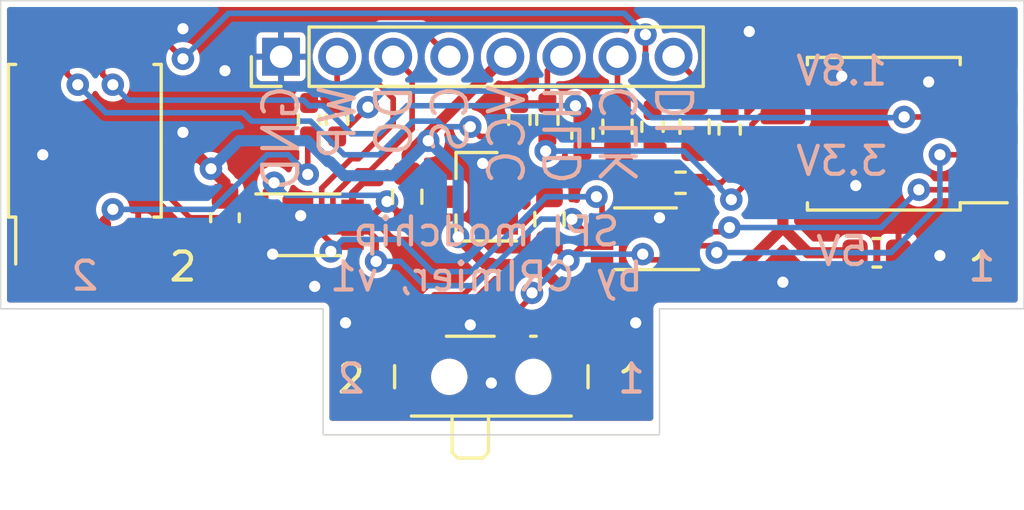
<source format=kicad_pcb>
(kicad_pcb (version 20171130) (host pcbnew 5.1.5+dfsg1-2build2)

  (general
    (thickness 1.6)
    (drawings 19)
    (tracks 299)
    (zones 0)
    (modules 21)
    (nets 26)
  )

  (page A4)
  (layers
    (0 F.Cu signal)
    (31 B.Cu signal)
    (32 B.Adhes user)
    (33 F.Adhes user)
    (34 B.Paste user)
    (35 F.Paste user)
    (36 B.SilkS user)
    (37 F.SilkS user)
    (38 B.Mask user)
    (39 F.Mask user)
    (40 Dwgs.User user)
    (41 Cmts.User user)
    (42 Eco1.User user)
    (43 Eco2.User user)
    (44 Edge.Cuts user)
    (45 Margin user)
    (46 B.CrtYd user)
    (47 F.CrtYd user)
    (48 B.Fab user)
    (49 F.Fab user)
  )

  (setup
    (last_trace_width 0.25)
    (user_trace_width 0.2)
    (user_trace_width 0.4)
    (trace_clearance 0.2)
    (zone_clearance 0.2)
    (zone_45_only yes)
    (trace_min 0.2)
    (via_size 0.8)
    (via_drill 0.4)
    (via_min_size 0.4)
    (via_min_drill 0.3)
    (uvia_size 0.3)
    (uvia_drill 0.1)
    (uvias_allowed no)
    (uvia_min_size 0.2)
    (uvia_min_drill 0.1)
    (edge_width 0.05)
    (segment_width 0.2)
    (pcb_text_width 0.3)
    (pcb_text_size 1.5 1.5)
    (mod_edge_width 0.12)
    (mod_text_size 1 1)
    (mod_text_width 0.15)
    (pad_size 1.524 1.524)
    (pad_drill 0.762)
    (pad_to_mask_clearance 0.051)
    (solder_mask_min_width 0.25)
    (aux_axis_origin 151.5 35)
    (visible_elements FFFFFF7F)
    (pcbplotparams
      (layerselection 0x010fc_ffffffff)
      (usegerberextensions true)
      (usegerberattributes false)
      (usegerberadvancedattributes false)
      (creategerberjobfile false)
      (excludeedgelayer true)
      (linewidth 0.100000)
      (plotframeref false)
      (viasonmask false)
      (mode 1)
      (useauxorigin true)
      (hpglpennumber 1)
      (hpglpenspeed 20)
      (hpglpendiameter 15.000000)
      (psnegative false)
      (psa4output false)
      (plotreference false)
      (plotvalue false)
      (plotinvisibletext false)
      (padsonsilk false)
      (subtractmaskfromsilk true)
      (outputformat 1)
      (mirror false)
      (drillshape 0)
      (scaleselection 1)
      (outputdirectory "gerbers/"))
  )

  (net 0 "")
  (net 1 GND)
  (net 2 VCC)
  (net 3 DI)
  (net 4 CLK)
  (net 5 HOLD)
  (net 6 CS)
  (net 7 DO)
  (net 8 WP)
  (net 9 ~SW)
  (net 10 "Net-(Q1-Pad1)")
  (net 11 CLK_1)
  (net 12 "Net-(R1-Pad1)")
  (net 13 DI_1)
  (net 14 "Net-(R10-Pad2)")
  (net 15 DI_2)
  (net 16 WP_1)
  (net 17 WP_2)
  (net 18 HOLD_1)
  (net 19 HOLD_2)
  (net 20 SW)
  (net 21 CS_1)
  (net 22 DO_1)
  (net 23 CLK_2)
  (net 24 DO_2)
  (net 25 CS_2)

  (net_class Default "This is the default net class."
    (clearance 0.2)
    (trace_width 0.25)
    (via_dia 0.8)
    (via_drill 0.4)
    (uvia_dia 0.3)
    (uvia_drill 0.1)
    (add_net CLK)
    (add_net CLK_1)
    (add_net CLK_2)
    (add_net CS)
    (add_net CS_1)
    (add_net CS_2)
    (add_net DI)
    (add_net DI_1)
    (add_net DI_2)
    (add_net DO)
    (add_net DO_1)
    (add_net DO_2)
    (add_net GND)
    (add_net HOLD)
    (add_net HOLD_1)
    (add_net HOLD_2)
    (add_net "Net-(Q1-Pad1)")
    (add_net "Net-(R1-Pad1)")
    (add_net "Net-(R10-Pad2)")
    (add_net SW)
    (add_net VCC)
    (add_net WP)
    (add_net WP_1)
    (add_net WP_2)
    (add_net ~SW)
  )

  (module spi_flash_interposer:SW_SPDT_PCM12 (layer F.Cu) (tedit 6169459E) (tstamp 61852A27)
    (at 132.5 48.1)
    (descr "Ultraminiature Surface Mount Slide Switch, right-angle, https://www.ckswitches.com/media/1424/pcm.pdf")
    (path /61862578)
    (zone_connect 2)
    (attr smd)
    (fp_text reference SW1 (at 0 -3.2) (layer F.SilkS) hide
      (effects (font (size 1 1) (thickness 0.15)))
    )
    (fp_text value SW_SPDT (at 0 4.25) (layer F.Fab)
      (effects (font (size 1 1) (thickness 0.15)))
    )
    (fp_line (start 3.45 0.72) (end 3.45 -0.07) (layer F.SilkS) (width 0.12))
    (fp_line (start -3.45 -0.07) (end -3.45 0.72) (layer F.SilkS) (width 0.12))
    (fp_line (start -1.6 -1.12) (end 0.1 -1.12) (layer F.SilkS) (width 0.12))
    (fp_line (start -2.85 1.73) (end 2.85 1.73) (layer F.SilkS) (width 0.12))
    (fp_line (start -0.1 3.02) (end -0.1 1.73) (layer F.SilkS) (width 0.12))
    (fp_line (start -1.2 3.23) (end -0.3 3.23) (layer F.SilkS) (width 0.12))
    (fp_line (start -1.4 1.73) (end -1.4 3.02) (layer F.SilkS) (width 0.12))
    (fp_line (start -0.1 3.02) (end -0.3 3.23) (layer F.SilkS) (width 0.12))
    (fp_line (start -1.4 3.02) (end -1.2 3.23) (layer F.SilkS) (width 0.12))
    (fp_line (start -4.4 2.1) (end -4.4 -2.45) (layer F.CrtYd) (width 0.05))
    (fp_line (start -1.65 2.1) (end -4.4 2.1) (layer F.CrtYd) (width 0.05))
    (fp_line (start -1.65 3.4) (end -1.65 2.1) (layer F.CrtYd) (width 0.05))
    (fp_line (start 1.65 3.4) (end -1.65 3.4) (layer F.CrtYd) (width 0.05))
    (fp_line (start 1.65 2.1) (end 1.65 3.4) (layer F.CrtYd) (width 0.05))
    (fp_line (start 4.4 2.1) (end 1.65 2.1) (layer F.CrtYd) (width 0.05))
    (fp_line (start 4.4 -2.45) (end 4.4 2.1) (layer F.CrtYd) (width 0.05))
    (fp_line (start -4.4 -2.45) (end 4.4 -2.45) (layer F.CrtYd) (width 0.05))
    (fp_line (start 1.4 -1.12) (end 1.6 -1.12) (layer F.SilkS) (width 0.12))
    (fp_line (start 3.35 -1) (end -3.35 -1) (layer F.Fab) (width 0.1))
    (fp_line (start 3.35 1.6) (end 3.35 -1) (layer F.Fab) (width 0.1))
    (fp_line (start -3.35 1.6) (end 3.35 1.6) (layer F.Fab) (width 0.1))
    (fp_line (start -3.35 -1) (end -3.35 1.6) (layer F.Fab) (width 0.1))
    (fp_line (start -0.1 2.9) (end -0.1 1.6) (layer F.Fab) (width 0.1))
    (fp_line (start -0.15 2.95) (end -0.1 2.9) (layer F.Fab) (width 0.1))
    (fp_line (start -0.35 3.15) (end -0.15 2.95) (layer F.Fab) (width 0.1))
    (fp_line (start -1.2 3.15) (end -0.35 3.15) (layer F.Fab) (width 0.1))
    (fp_line (start -1.4 2.95) (end -1.2 3.15) (layer F.Fab) (width 0.1))
    (fp_line (start -1.4 1.65) (end -1.4 2.95) (layer F.Fab) (width 0.1))
    (fp_text user %R (at 0 -3.2) (layer F.Fab)
      (effects (font (size 1 1) (thickness 0.15)))
    )
    (pad SH smd rect (at -3.65 -0.78) (size 1 0.8) (layers F.Cu F.Paste F.Mask)
      (net 1 GND) (zone_connect 2))
    (pad SH smd rect (at 3.65 -0.78) (size 1 0.8) (layers F.Cu F.Paste F.Mask)
      (net 1 GND) (zone_connect 2))
    (pad SH smd rect (at 3.65 1.43) (size 1 0.8) (layers F.Cu F.Paste F.Mask)
      (net 1 GND) (zone_connect 2))
    (pad SH smd rect (at -3.65 1.43) (size 1 0.8) (layers F.Cu F.Paste F.Mask)
      (net 1 GND) (zone_connect 2))
    (pad 3 smd rect (at 2.25 -1.43) (size 0.7 1.5) (layers F.Cu F.Paste F.Mask)
      (net 1 GND) (zone_connect 2))
    (pad 2 smd rect (at 0.75 -1.43) (size 0.7 1.5) (layers F.Cu F.Paste F.Mask)
      (net 20 SW) (zone_connect 2))
    (pad 1 smd rect (at -2.25 -1.43) (size 0.7 1.5) (layers F.Cu F.Paste F.Mask)
      (net 2 VCC) (zone_connect 2))
    (pad "" np_thru_hole circle (at 1.5 0.33) (size 0.9 0.9) (drill 0.9) (layers *.Cu *.Mask)
      (zone_connect 2))
    (pad "" np_thru_hole circle (at -1.5 0.33) (size 0.9 0.9) (drill 0.9) (layers *.Cu *.Mask)
      (zone_connect 2))
    (model ${KISYS3DMOD}/Button_Switch_SMD.3dshapes/SW_SPDT_PCM12.wrl
      (at (xyz 0 0 0))
      (scale (xyz 1 1 1))
      (rotate (xyz 0 0 0))
    )
  )

  (module Capacitor_SMD:C_0603_1608Metric (layer F.Cu) (tedit 5F68FEEE) (tstamp 618510B2)
    (at 146.25 44)
    (descr "Capacitor SMD 0603 (1608 Metric), square (rectangular) end terminal, IPC_7351 nominal, (Body size source: IPC-SM-782 page 76, https://www.pcb-3d.com/wordpress/wp-content/uploads/ipc-sm-782a_amendment_1_and_2.pdf), generated with kicad-footprint-generator")
    (tags capacitor)
    (path /618851F5)
    (attr smd)
    (fp_text reference C2 (at 0 -1.43) (layer F.SilkS) hide
      (effects (font (size 1 1) (thickness 0.15)))
    )
    (fp_text value 100nF (at 0 1.43) (layer F.Fab)
      (effects (font (size 1 1) (thickness 0.15)))
    )
    (fp_text user %R (at 0 0) (layer F.Fab)
      (effects (font (size 0.4 0.4) (thickness 0.06)))
    )
    (fp_line (start 1.48 0.73) (end -1.48 0.73) (layer F.CrtYd) (width 0.05))
    (fp_line (start 1.48 -0.73) (end 1.48 0.73) (layer F.CrtYd) (width 0.05))
    (fp_line (start -1.48 -0.73) (end 1.48 -0.73) (layer F.CrtYd) (width 0.05))
    (fp_line (start -1.48 0.73) (end -1.48 -0.73) (layer F.CrtYd) (width 0.05))
    (fp_line (start -0.14058 0.51) (end 0.14058 0.51) (layer F.SilkS) (width 0.12))
    (fp_line (start -0.14058 -0.51) (end 0.14058 -0.51) (layer F.SilkS) (width 0.12))
    (fp_line (start 0.8 0.4) (end -0.8 0.4) (layer F.Fab) (width 0.1))
    (fp_line (start 0.8 -0.4) (end 0.8 0.4) (layer F.Fab) (width 0.1))
    (fp_line (start -0.8 -0.4) (end 0.8 -0.4) (layer F.Fab) (width 0.1))
    (fp_line (start -0.8 0.4) (end -0.8 -0.4) (layer F.Fab) (width 0.1))
    (pad 2 smd roundrect (at 0.775 0) (size 0.9 0.95) (layers F.Cu F.Paste F.Mask) (roundrect_rratio 0.25)
      (net 1 GND))
    (pad 1 smd roundrect (at -0.775 0) (size 0.9 0.95) (layers F.Cu F.Paste F.Mask) (roundrect_rratio 0.25)
      (net 2 VCC))
    (model ${KISYS3DMOD}/Capacitor_SMD.3dshapes/C_0603_1608Metric.wrl
      (at (xyz 0 0 0))
      (scale (xyz 1 1 1))
      (rotate (xyz 0 0 0))
    )
  )

  (module Package_SO:VSSOP-8_2.3x2mm_P0.5mm (layer F.Cu) (tedit 5A02F25C) (tstamp 6184E596)
    (at 126 43)
    (descr "VSSOP-8 2.3x2mm Pitch 0.5mm")
    (tags "VSSOP-8 2.3x2mm Pitch 0.5mm")
    (path /6191FC44)
    (attr smd)
    (fp_text reference U4 (at 0 -2) (layer F.SilkS) hide
      (effects (font (size 1 1) (thickness 0.15)))
    )
    (fp_text value 74AUC2G125 (at 0 2.2) (layer F.Fab)
      (effects (font (size 1 1) (thickness 0.15)))
    )
    (fp_text user %R (at 0 0) (layer F.Fab)
      (effects (font (size 0.5 0.5) (thickness 0.1)))
    )
    (fp_line (start 1.15 -1) (end 1.15 1) (layer F.Fab) (width 0.1))
    (fp_line (start 1.15 1) (end -1.15 1) (layer F.Fab) (width 0.1))
    (fp_line (start -1.15 1) (end -1.15 -0.45) (layer F.Fab) (width 0.1))
    (fp_line (start -0.6 -1) (end 1.15 -1) (layer F.Fab) (width 0.1))
    (fp_line (start -0.6 -1) (end -1.15 -0.45) (layer F.Fab) (width 0.1))
    (fp_line (start 1.1 -1.1) (end -1.9 -1.1) (layer F.SilkS) (width 0.12))
    (fp_line (start 1.1 1.1) (end -1.1 1.1) (layer F.SilkS) (width 0.12))
    (fp_line (start 2.25 -1.25) (end 2.25 1.25) (layer F.CrtYd) (width 0.05))
    (fp_line (start 2.25 1.25) (end -2.25 1.25) (layer F.CrtYd) (width 0.05))
    (fp_line (start -2.25 1.25) (end -2.25 -1.25) (layer F.CrtYd) (width 0.05))
    (fp_line (start -2.25 -1.25) (end 2.25 -1.25) (layer F.CrtYd) (width 0.05))
    (pad 8 smd rect (at 1.55 -0.75 270) (size 0.3 0.8) (layers F.Cu F.Paste F.Mask)
      (net 2 VCC))
    (pad 7 smd rect (at 1.55 -0.25 270) (size 0.3 0.8) (layers F.Cu F.Paste F.Mask)
      (net 9 ~SW))
    (pad 6 smd rect (at 1.55 0.25 270) (size 0.3 0.8) (layers F.Cu F.Paste F.Mask)
      (net 7 DO))
    (pad 5 smd rect (at 1.55 0.75 270) (size 0.3 0.8) (layers F.Cu F.Paste F.Mask)
      (net 6 CS))
    (pad 4 smd rect (at -1.55 0.75 270) (size 0.3 0.8) (layers F.Cu F.Paste F.Mask)
      (net 1 GND))
    (pad 3 smd rect (at -1.55 0.25 270) (size 0.3 0.8) (layers F.Cu F.Paste F.Mask)
      (net 25 CS_2))
    (pad 2 smd rect (at -1.55 -0.25 270) (size 0.3 0.8) (layers F.Cu F.Paste F.Mask)
      (net 24 DO_2))
    (pad 1 smd rect (at -1.55 -0.75 270) (size 0.3 0.8) (layers F.Cu F.Paste F.Mask)
      (net 9 ~SW))
    (model ${KISYS3DMOD}/Package_SO.3dshapes/VSSOP-8_2.3x2mm_P0.5mm.wrl
      (at (xyz 0 0 0))
      (scale (xyz 1 1 1))
      (rotate (xyz 0 0 0))
    )
  )

  (module Package_SO:VSSOP-8_2.3x2mm_P0.5mm (layer F.Cu) (tedit 5A02F25C) (tstamp 6184E506)
    (at 138 43.5 180)
    (descr "VSSOP-8 2.3x2mm Pitch 0.5mm")
    (tags "VSSOP-8 2.3x2mm Pitch 0.5mm")
    (path /61906276)
    (attr smd)
    (fp_text reference U1 (at 0 -2) (layer F.SilkS) hide
      (effects (font (size 1 1) (thickness 0.15)))
    )
    (fp_text value 74AUC2G125 (at 0 2.2) (layer F.Fab)
      (effects (font (size 1 1) (thickness 0.15)))
    )
    (fp_text user %R (at 0 0) (layer F.Fab)
      (effects (font (size 0.5 0.5) (thickness 0.1)))
    )
    (fp_line (start 1.15 -1) (end 1.15 1) (layer F.Fab) (width 0.1))
    (fp_line (start 1.15 1) (end -1.15 1) (layer F.Fab) (width 0.1))
    (fp_line (start -1.15 1) (end -1.15 -0.45) (layer F.Fab) (width 0.1))
    (fp_line (start -0.6 -1) (end 1.15 -1) (layer F.Fab) (width 0.1))
    (fp_line (start -0.6 -1) (end -1.15 -0.45) (layer F.Fab) (width 0.1))
    (fp_line (start 1.1 -1.1) (end -1.9 -1.1) (layer F.SilkS) (width 0.12))
    (fp_line (start 1.1 1.1) (end -1.1 1.1) (layer F.SilkS) (width 0.12))
    (fp_line (start 2.25 -1.25) (end 2.25 1.25) (layer F.CrtYd) (width 0.05))
    (fp_line (start 2.25 1.25) (end -2.25 1.25) (layer F.CrtYd) (width 0.05))
    (fp_line (start -2.25 1.25) (end -2.25 -1.25) (layer F.CrtYd) (width 0.05))
    (fp_line (start -2.25 -1.25) (end 2.25 -1.25) (layer F.CrtYd) (width 0.05))
    (pad 8 smd rect (at 1.55 -0.75 90) (size 0.3 0.8) (layers F.Cu F.Paste F.Mask)
      (net 2 VCC))
    (pad 7 smd rect (at 1.55 -0.25 90) (size 0.3 0.8) (layers F.Cu F.Paste F.Mask)
      (net 20 SW))
    (pad 6 smd rect (at 1.55 0.25 90) (size 0.3 0.8) (layers F.Cu F.Paste F.Mask)
      (net 7 DO))
    (pad 5 smd rect (at 1.55 0.75 90) (size 0.3 0.8) (layers F.Cu F.Paste F.Mask)
      (net 6 CS))
    (pad 4 smd rect (at -1.55 0.75 90) (size 0.3 0.8) (layers F.Cu F.Paste F.Mask)
      (net 1 GND))
    (pad 3 smd rect (at -1.55 0.25 90) (size 0.3 0.8) (layers F.Cu F.Paste F.Mask)
      (net 21 CS_1))
    (pad 2 smd rect (at -1.55 -0.25 90) (size 0.3 0.8) (layers F.Cu F.Paste F.Mask)
      (net 22 DO_1))
    (pad 1 smd rect (at -1.55 -0.75 90) (size 0.3 0.8) (layers F.Cu F.Paste F.Mask)
      (net 20 SW))
    (model ${KISYS3DMOD}/Package_SO.3dshapes/VSSOP-8_2.3x2mm_P0.5mm.wrl
      (at (xyz 0 0 0))
      (scale (xyz 1 1 1))
      (rotate (xyz 0 0 0))
    )
  )

  (module Package_SO:SOIC-8_5.23x5.23mm_P1.27mm (layer F.Cu) (tedit 5D9F72B1) (tstamp 6184DDAF)
    (at 118 40 90)
    (descr "SOIC, 8 Pin (http://www.winbond.com/resource-files/w25q32jv%20revg%2003272018%20plus.pdf#page=68), generated with kicad-footprint-generator ipc_gullwing_generator.py")
    (tags "SOIC SO")
    (path /61848377)
    (attr smd)
    (fp_text reference U3 (at 0 -3.56 90) (layer F.SilkS) hide
      (effects (font (size 1 1) (thickness 0.15)))
    )
    (fp_text value SECOND (at 0 3.56 90) (layer F.Fab)
      (effects (font (size 1 1) (thickness 0.15)))
    )
    (fp_text user %R (at 0 0 90) (layer F.Fab)
      (effects (font (size 1 1) (thickness 0.15)))
    )
    (fp_line (start 4.65 -2.86) (end -4.65 -2.86) (layer F.CrtYd) (width 0.05))
    (fp_line (start 4.65 2.86) (end 4.65 -2.86) (layer F.CrtYd) (width 0.05))
    (fp_line (start -4.65 2.86) (end 4.65 2.86) (layer F.CrtYd) (width 0.05))
    (fp_line (start -4.65 -2.86) (end -4.65 2.86) (layer F.CrtYd) (width 0.05))
    (fp_line (start -2.615 -1.615) (end -1.615 -2.615) (layer F.Fab) (width 0.1))
    (fp_line (start -2.615 2.615) (end -2.615 -1.615) (layer F.Fab) (width 0.1))
    (fp_line (start 2.615 2.615) (end -2.615 2.615) (layer F.Fab) (width 0.1))
    (fp_line (start 2.615 -2.615) (end 2.615 2.615) (layer F.Fab) (width 0.1))
    (fp_line (start -1.615 -2.615) (end 2.615 -2.615) (layer F.Fab) (width 0.1))
    (fp_line (start -2.725 -2.465) (end -4.4 -2.465) (layer F.SilkS) (width 0.12))
    (fp_line (start -2.725 -2.725) (end -2.725 -2.465) (layer F.SilkS) (width 0.12))
    (fp_line (start 0 -2.725) (end -2.725 -2.725) (layer F.SilkS) (width 0.12))
    (fp_line (start 2.725 -2.725) (end 2.725 -2.465) (layer F.SilkS) (width 0.12))
    (fp_line (start 0 -2.725) (end 2.725 -2.725) (layer F.SilkS) (width 0.12))
    (fp_line (start -2.725 2.725) (end -2.725 2.465) (layer F.SilkS) (width 0.12))
    (fp_line (start 0 2.725) (end -2.725 2.725) (layer F.SilkS) (width 0.12))
    (fp_line (start 2.725 2.725) (end 2.725 2.465) (layer F.SilkS) (width 0.12))
    (fp_line (start 0 2.725) (end 2.725 2.725) (layer F.SilkS) (width 0.12))
    (pad 8 smd roundrect (at 3.6 -1.905 90) (size 1.6 0.6) (layers F.Cu F.Paste F.Mask) (roundrect_rratio 0.25)
      (net 2 VCC))
    (pad 7 smd roundrect (at 3.6 -0.635 90) (size 1.6 0.6) (layers F.Cu F.Paste F.Mask) (roundrect_rratio 0.25)
      (net 19 HOLD_2))
    (pad 6 smd roundrect (at 3.6 0.635 90) (size 1.6 0.6) (layers F.Cu F.Paste F.Mask) (roundrect_rratio 0.25)
      (net 23 CLK_2))
    (pad 5 smd roundrect (at 3.6 1.905 90) (size 1.6 0.6) (layers F.Cu F.Paste F.Mask) (roundrect_rratio 0.25)
      (net 15 DI_2))
    (pad 4 smd roundrect (at -3.6 1.905 90) (size 1.6 0.6) (layers F.Cu F.Paste F.Mask) (roundrect_rratio 0.25)
      (net 1 GND))
    (pad 3 smd roundrect (at -3.6 0.635 90) (size 1.6 0.6) (layers F.Cu F.Paste F.Mask) (roundrect_rratio 0.25)
      (net 17 WP_2))
    (pad 2 smd roundrect (at -3.6 -0.635 90) (size 1.6 0.6) (layers F.Cu F.Paste F.Mask) (roundrect_rratio 0.25)
      (net 24 DO_2))
    (pad 1 smd roundrect (at -3.6 -1.905 90) (size 1.6 0.6) (layers F.Cu F.Paste F.Mask) (roundrect_rratio 0.25)
      (net 25 CS_2))
    (model ${KISYS3DMOD}/Package_SO.3dshapes/SOIC-8_5.23x5.23mm_P1.27mm.wrl
      (at (xyz 0 0 0))
      (scale (xyz 1 1 1))
      (rotate (xyz 0 0 0))
    )
  )

  (module Package_SO:SOIC-8_5.23x5.23mm_P1.27mm (layer F.Cu) (tedit 5D9F72B1) (tstamp 61851626)
    (at 146.5 39.75 180)
    (descr "SOIC, 8 Pin (http://www.winbond.com/resource-files/w25q32jv%20revg%2003272018%20plus.pdf#page=68), generated with kicad-footprint-generator ipc_gullwing_generator.py")
    (tags "SOIC SO")
    (path /61848079)
    (attr smd)
    (fp_text reference U2 (at 0 -3.56) (layer F.SilkS) hide
      (effects (font (size 1 1) (thickness 0.15)))
    )
    (fp_text value FIRST (at 0 3.56) (layer F.Fab)
      (effects (font (size 1 1) (thickness 0.15)))
    )
    (fp_text user %R (at 0 0) (layer F.Fab)
      (effects (font (size 1 1) (thickness 0.15)))
    )
    (fp_line (start 4.65 -2.86) (end -4.65 -2.86) (layer F.CrtYd) (width 0.05))
    (fp_line (start 4.65 2.86) (end 4.65 -2.86) (layer F.CrtYd) (width 0.05))
    (fp_line (start -4.65 2.86) (end 4.65 2.86) (layer F.CrtYd) (width 0.05))
    (fp_line (start -4.65 -2.86) (end -4.65 2.86) (layer F.CrtYd) (width 0.05))
    (fp_line (start -2.615 -1.615) (end -1.615 -2.615) (layer F.Fab) (width 0.1))
    (fp_line (start -2.615 2.615) (end -2.615 -1.615) (layer F.Fab) (width 0.1))
    (fp_line (start 2.615 2.615) (end -2.615 2.615) (layer F.Fab) (width 0.1))
    (fp_line (start 2.615 -2.615) (end 2.615 2.615) (layer F.Fab) (width 0.1))
    (fp_line (start -1.615 -2.615) (end 2.615 -2.615) (layer F.Fab) (width 0.1))
    (fp_line (start -2.725 -2.465) (end -4.4 -2.465) (layer F.SilkS) (width 0.12))
    (fp_line (start -2.725 -2.725) (end -2.725 -2.465) (layer F.SilkS) (width 0.12))
    (fp_line (start 0 -2.725) (end -2.725 -2.725) (layer F.SilkS) (width 0.12))
    (fp_line (start 2.725 -2.725) (end 2.725 -2.465) (layer F.SilkS) (width 0.12))
    (fp_line (start 0 -2.725) (end 2.725 -2.725) (layer F.SilkS) (width 0.12))
    (fp_line (start -2.725 2.725) (end -2.725 2.465) (layer F.SilkS) (width 0.12))
    (fp_line (start 0 2.725) (end -2.725 2.725) (layer F.SilkS) (width 0.12))
    (fp_line (start 2.725 2.725) (end 2.725 2.465) (layer F.SilkS) (width 0.12))
    (fp_line (start 0 2.725) (end 2.725 2.725) (layer F.SilkS) (width 0.12))
    (pad 8 smd roundrect (at 3.6 -1.905 180) (size 1.6 0.6) (layers F.Cu F.Paste F.Mask) (roundrect_rratio 0.25)
      (net 2 VCC))
    (pad 7 smd roundrect (at 3.6 -0.635 180) (size 1.6 0.6) (layers F.Cu F.Paste F.Mask) (roundrect_rratio 0.25)
      (net 18 HOLD_1))
    (pad 6 smd roundrect (at 3.6 0.635 180) (size 1.6 0.6) (layers F.Cu F.Paste F.Mask) (roundrect_rratio 0.25)
      (net 11 CLK_1))
    (pad 5 smd roundrect (at 3.6 1.905 180) (size 1.6 0.6) (layers F.Cu F.Paste F.Mask) (roundrect_rratio 0.25)
      (net 13 DI_1))
    (pad 4 smd roundrect (at -3.6 1.905 180) (size 1.6 0.6) (layers F.Cu F.Paste F.Mask) (roundrect_rratio 0.25)
      (net 1 GND))
    (pad 3 smd roundrect (at -3.6 0.635 180) (size 1.6 0.6) (layers F.Cu F.Paste F.Mask) (roundrect_rratio 0.25)
      (net 16 WP_1))
    (pad 2 smd roundrect (at -3.6 -0.635 180) (size 1.6 0.6) (layers F.Cu F.Paste F.Mask) (roundrect_rratio 0.25)
      (net 22 DO_1))
    (pad 1 smd roundrect (at -3.6 -1.905 180) (size 1.6 0.6) (layers F.Cu F.Paste F.Mask) (roundrect_rratio 0.25)
      (net 21 CS_1))
    (model ${KISYS3DMOD}/Package_SO.3dshapes/SOIC-8_5.23x5.23mm_P1.27mm.wrl
      (at (xyz 0 0 0))
      (scale (xyz 1 1 1))
      (rotate (xyz 0 0 0))
    )
  )

  (module Resistor_SMD:R_0603_1608Metric (layer F.Cu) (tedit 5F68FEEE) (tstamp 6184DD59)
    (at 129.5 42 270)
    (descr "Resistor SMD 0603 (1608 Metric), square (rectangular) end terminal, IPC_7351 nominal, (Body size source: IPC-SM-782 page 72, https://www.pcb-3d.com/wordpress/wp-content/uploads/ipc-sm-782a_amendment_1_and_2.pdf), generated with kicad-footprint-generator")
    (tags resistor)
    (path /6185848A)
    (attr smd)
    (fp_text reference R12 (at 0 -1.43 90) (layer F.SilkS) hide
      (effects (font (size 1 1) (thickness 0.15)))
    )
    (fp_text value 10K (at 0 1.43 90) (layer F.Fab)
      (effects (font (size 1 1) (thickness 0.15)))
    )
    (fp_text user %R (at 0 0 90) (layer F.Fab)
      (effects (font (size 0.4 0.4) (thickness 0.06)))
    )
    (fp_line (start 1.48 0.73) (end -1.48 0.73) (layer F.CrtYd) (width 0.05))
    (fp_line (start 1.48 -0.73) (end 1.48 0.73) (layer F.CrtYd) (width 0.05))
    (fp_line (start -1.48 -0.73) (end 1.48 -0.73) (layer F.CrtYd) (width 0.05))
    (fp_line (start -1.48 0.73) (end -1.48 -0.73) (layer F.CrtYd) (width 0.05))
    (fp_line (start -0.237258 0.5225) (end 0.237258 0.5225) (layer F.SilkS) (width 0.12))
    (fp_line (start -0.237258 -0.5225) (end 0.237258 -0.5225) (layer F.SilkS) (width 0.12))
    (fp_line (start 0.8 0.4125) (end -0.8 0.4125) (layer F.Fab) (width 0.1))
    (fp_line (start 0.8 -0.4125) (end 0.8 0.4125) (layer F.Fab) (width 0.1))
    (fp_line (start -0.8 -0.4125) (end 0.8 -0.4125) (layer F.Fab) (width 0.1))
    (fp_line (start -0.8 0.4125) (end -0.8 -0.4125) (layer F.Fab) (width 0.1))
    (pad 2 smd roundrect (at 0.825 0 270) (size 0.8 0.95) (layers F.Cu F.Paste F.Mask) (roundrect_rratio 0.25)
      (net 9 ~SW))
    (pad 1 smd roundrect (at -0.825 0 270) (size 0.8 0.95) (layers F.Cu F.Paste F.Mask) (roundrect_rratio 0.25)
      (net 2 VCC))
    (model ${KISYS3DMOD}/Resistor_SMD.3dshapes/R_0603_1608Metric.wrl
      (at (xyz 0 0 0))
      (scale (xyz 1 1 1))
      (rotate (xyz 0 0 0))
    )
  )

  (module Resistor_SMD:R_0603_1608Metric (layer F.Cu) (tedit 5F68FEEE) (tstamp 6184DD48)
    (at 134.575 42.8 270)
    (descr "Resistor SMD 0603 (1608 Metric), square (rectangular) end terminal, IPC_7351 nominal, (Body size source: IPC-SM-782 page 72, https://www.pcb-3d.com/wordpress/wp-content/uploads/ipc-sm-782a_amendment_1_and_2.pdf), generated with kicad-footprint-generator")
    (tags resistor)
    (path /61859F9F)
    (attr smd)
    (fp_text reference R11 (at 0 -1.43 90) (layer F.SilkS) hide
      (effects (font (size 1 1) (thickness 0.15)))
    )
    (fp_text value 1K (at 0 1.43 90) (layer F.Fab)
      (effects (font (size 1 1) (thickness 0.15)))
    )
    (fp_text user %R (at 0 0 90) (layer F.Fab)
      (effects (font (size 0.4 0.4) (thickness 0.06)))
    )
    (fp_line (start 1.48 0.73) (end -1.48 0.73) (layer F.CrtYd) (width 0.05))
    (fp_line (start 1.48 -0.73) (end 1.48 0.73) (layer F.CrtYd) (width 0.05))
    (fp_line (start -1.48 -0.73) (end 1.48 -0.73) (layer F.CrtYd) (width 0.05))
    (fp_line (start -1.48 0.73) (end -1.48 -0.73) (layer F.CrtYd) (width 0.05))
    (fp_line (start -0.237258 0.5225) (end 0.237258 0.5225) (layer F.SilkS) (width 0.12))
    (fp_line (start -0.237258 -0.5225) (end 0.237258 -0.5225) (layer F.SilkS) (width 0.12))
    (fp_line (start 0.8 0.4125) (end -0.8 0.4125) (layer F.Fab) (width 0.1))
    (fp_line (start 0.8 -0.4125) (end 0.8 0.4125) (layer F.Fab) (width 0.1))
    (fp_line (start -0.8 -0.4125) (end 0.8 -0.4125) (layer F.Fab) (width 0.1))
    (fp_line (start -0.8 0.4125) (end -0.8 -0.4125) (layer F.Fab) (width 0.1))
    (pad 2 smd roundrect (at 0.825 0 270) (size 0.8 0.95) (layers F.Cu F.Paste F.Mask) (roundrect_rratio 0.25)
      (net 20 SW))
    (pad 1 smd roundrect (at -0.825 0 270) (size 0.8 0.95) (layers F.Cu F.Paste F.Mask) (roundrect_rratio 0.25)
      (net 10 "Net-(Q1-Pad1)"))
    (model ${KISYS3DMOD}/Resistor_SMD.3dshapes/R_0603_1608Metric.wrl
      (at (xyz 0 0 0))
      (scale (xyz 1 1 1))
      (rotate (xyz 0 0 0))
    )
  )

  (module Resistor_SMD:R_0603_1608Metric (layer F.Cu) (tedit 5F68FEEE) (tstamp 6184DD37)
    (at 139.75 39.5 270)
    (descr "Resistor SMD 0603 (1608 Metric), square (rectangular) end terminal, IPC_7351 nominal, (Body size source: IPC-SM-782 page 72, https://www.pcb-3d.com/wordpress/wp-content/uploads/ipc-sm-782a_amendment_1_and_2.pdf), generated with kicad-footprint-generator")
    (tags resistor)
    (path /6187CC58)
    (attr smd)
    (fp_text reference R10 (at 0 -1.43 90) (layer F.SilkS) hide
      (effects (font (size 1 1) (thickness 0.15)))
    )
    (fp_text value 47 (at 0 1.43 90) (layer F.Fab)
      (effects (font (size 1 1) (thickness 0.15)))
    )
    (fp_text user %R (at 0 0 90) (layer F.Fab)
      (effects (font (size 0.4 0.4) (thickness 0.06)))
    )
    (fp_line (start 1.48 0.73) (end -1.48 0.73) (layer F.CrtYd) (width 0.05))
    (fp_line (start 1.48 -0.73) (end 1.48 0.73) (layer F.CrtYd) (width 0.05))
    (fp_line (start -1.48 -0.73) (end 1.48 -0.73) (layer F.CrtYd) (width 0.05))
    (fp_line (start -1.48 0.73) (end -1.48 -0.73) (layer F.CrtYd) (width 0.05))
    (fp_line (start -0.237258 0.5225) (end 0.237258 0.5225) (layer F.SilkS) (width 0.12))
    (fp_line (start -0.237258 -0.5225) (end 0.237258 -0.5225) (layer F.SilkS) (width 0.12))
    (fp_line (start 0.8 0.4125) (end -0.8 0.4125) (layer F.Fab) (width 0.1))
    (fp_line (start 0.8 -0.4125) (end 0.8 0.4125) (layer F.Fab) (width 0.1))
    (fp_line (start -0.8 -0.4125) (end 0.8 -0.4125) (layer F.Fab) (width 0.1))
    (fp_line (start -0.8 0.4125) (end -0.8 -0.4125) (layer F.Fab) (width 0.1))
    (pad 2 smd roundrect (at 0.825 0 270) (size 0.8 0.95) (layers F.Cu F.Paste F.Mask) (roundrect_rratio 0.25)
      (net 14 "Net-(R10-Pad2)"))
    (pad 1 smd roundrect (at -0.825 0 270) (size 0.8 0.95) (layers F.Cu F.Paste F.Mask) (roundrect_rratio 0.25)
      (net 3 DI))
    (model ${KISYS3DMOD}/Resistor_SMD.3dshapes/R_0603_1608Metric.wrl
      (at (xyz 0 0 0))
      (scale (xyz 1 1 1))
      (rotate (xyz 0 0 0))
    )
  )

  (module Resistor_SMD:R_0603_1608Metric (layer F.Cu) (tedit 5F68FEEE) (tstamp 6184DD26)
    (at 137 39.5 270)
    (descr "Resistor SMD 0603 (1608 Metric), square (rectangular) end terminal, IPC_7351 nominal, (Body size source: IPC-SM-782 page 72, https://www.pcb-3d.com/wordpress/wp-content/uploads/ipc-sm-782a_amendment_1_and_2.pdf), generated with kicad-footprint-generator")
    (tags resistor)
    (path /61877F69)
    (attr smd)
    (fp_text reference R9 (at 0 -1.43 90) (layer F.SilkS) hide
      (effects (font (size 1 1) (thickness 0.15)))
    )
    (fp_text value 47 (at 0 1.43 90) (layer F.Fab)
      (effects (font (size 1 1) (thickness 0.15)))
    )
    (fp_text user %R (at 0 0 90) (layer F.Fab)
      (effects (font (size 0.4 0.4) (thickness 0.06)))
    )
    (fp_line (start 1.48 0.73) (end -1.48 0.73) (layer F.CrtYd) (width 0.05))
    (fp_line (start 1.48 -0.73) (end 1.48 0.73) (layer F.CrtYd) (width 0.05))
    (fp_line (start -1.48 -0.73) (end 1.48 -0.73) (layer F.CrtYd) (width 0.05))
    (fp_line (start -1.48 0.73) (end -1.48 -0.73) (layer F.CrtYd) (width 0.05))
    (fp_line (start -0.237258 0.5225) (end 0.237258 0.5225) (layer F.SilkS) (width 0.12))
    (fp_line (start -0.237258 -0.5225) (end 0.237258 -0.5225) (layer F.SilkS) (width 0.12))
    (fp_line (start 0.8 0.4125) (end -0.8 0.4125) (layer F.Fab) (width 0.1))
    (fp_line (start 0.8 -0.4125) (end 0.8 0.4125) (layer F.Fab) (width 0.1))
    (fp_line (start -0.8 -0.4125) (end 0.8 -0.4125) (layer F.Fab) (width 0.1))
    (fp_line (start -0.8 0.4125) (end -0.8 -0.4125) (layer F.Fab) (width 0.1))
    (pad 2 smd roundrect (at 0.825 0 270) (size 0.8 0.95) (layers F.Cu F.Paste F.Mask) (roundrect_rratio 0.25)
      (net 12 "Net-(R1-Pad1)"))
    (pad 1 smd roundrect (at -0.825 0 270) (size 0.8 0.95) (layers F.Cu F.Paste F.Mask) (roundrect_rratio 0.25)
      (net 4 CLK))
    (model ${KISYS3DMOD}/Resistor_SMD.3dshapes/R_0603_1608Metric.wrl
      (at (xyz 0 0 0))
      (scale (xyz 1 1 1))
      (rotate (xyz 0 0 0))
    )
  )

  (module Resistor_SMD:R_0402_1005Metric_Pad0.72x0.64mm_HandSolder (layer F.Cu) (tedit 5F6BB9E0) (tstamp 6184DD15)
    (at 133.5 39.25 270)
    (descr "Resistor SMD 0402 (1005 Metric), square (rectangular) end terminal, IPC_7351 nominal with elongated pad for handsoldering. (Body size source: IPC-SM-782 page 72, https://www.pcb-3d.com/wordpress/wp-content/uploads/ipc-sm-782a_amendment_1_and_2.pdf), generated with kicad-footprint-generator")
    (tags "resistor handsolder")
    (path /6188D97E)
    (attr smd)
    (fp_text reference R8 (at 0 -1.17 90) (layer F.SilkS) hide
      (effects (font (size 1 1) (thickness 0.15)))
    )
    (fp_text value 0R (at 0 1.17 90) (layer F.Fab)
      (effects (font (size 1 1) (thickness 0.15)))
    )
    (fp_text user %R (at 0 0 90) (layer F.Fab)
      (effects (font (size 0.26 0.26) (thickness 0.04)))
    )
    (fp_line (start 1.1 0.47) (end -1.1 0.47) (layer F.CrtYd) (width 0.05))
    (fp_line (start 1.1 -0.47) (end 1.1 0.47) (layer F.CrtYd) (width 0.05))
    (fp_line (start -1.1 -0.47) (end 1.1 -0.47) (layer F.CrtYd) (width 0.05))
    (fp_line (start -1.1 0.47) (end -1.1 -0.47) (layer F.CrtYd) (width 0.05))
    (fp_line (start -0.167621 0.38) (end 0.167621 0.38) (layer F.SilkS) (width 0.12))
    (fp_line (start -0.167621 -0.38) (end 0.167621 -0.38) (layer F.SilkS) (width 0.12))
    (fp_line (start 0.525 0.27) (end -0.525 0.27) (layer F.Fab) (width 0.1))
    (fp_line (start 0.525 -0.27) (end 0.525 0.27) (layer F.Fab) (width 0.1))
    (fp_line (start -0.525 -0.27) (end 0.525 -0.27) (layer F.Fab) (width 0.1))
    (fp_line (start -0.525 0.27) (end -0.525 -0.27) (layer F.Fab) (width 0.1))
    (pad 2 smd roundrect (at 0.5975 0 270) (size 0.715 0.64) (layers F.Cu F.Paste F.Mask) (roundrect_rratio 0.25)
      (net 19 HOLD_2))
    (pad 1 smd roundrect (at -0.5975 0 270) (size 0.715 0.64) (layers F.Cu F.Paste F.Mask) (roundrect_rratio 0.25)
      (net 5 HOLD))
    (model ${KISYS3DMOD}/Resistor_SMD.3dshapes/R_0402_1005Metric.wrl
      (at (xyz 0 0 0))
      (scale (xyz 1 1 1))
      (rotate (xyz 0 0 0))
    )
  )

  (module Resistor_SMD:R_0402_1005Metric_Pad0.72x0.64mm_HandSolder (layer F.Cu) (tedit 5F6BB9E0) (tstamp 6184DD04)
    (at 134.5 39.25 270)
    (descr "Resistor SMD 0402 (1005 Metric), square (rectangular) end terminal, IPC_7351 nominal with elongated pad for handsoldering. (Body size source: IPC-SM-782 page 72, https://www.pcb-3d.com/wordpress/wp-content/uploads/ipc-sm-782a_amendment_1_and_2.pdf), generated with kicad-footprint-generator")
    (tags "resistor handsolder")
    (path /6188D96F)
    (attr smd)
    (fp_text reference R7 (at 0 -1.17 90) (layer F.SilkS) hide
      (effects (font (size 1 1) (thickness 0.15)))
    )
    (fp_text value 0R (at 0 1.17 90) (layer F.Fab)
      (effects (font (size 1 1) (thickness 0.15)))
    )
    (fp_text user %R (at 0 0 90) (layer F.Fab)
      (effects (font (size 0.26 0.26) (thickness 0.04)))
    )
    (fp_line (start 1.1 0.47) (end -1.1 0.47) (layer F.CrtYd) (width 0.05))
    (fp_line (start 1.1 -0.47) (end 1.1 0.47) (layer F.CrtYd) (width 0.05))
    (fp_line (start -1.1 -0.47) (end 1.1 -0.47) (layer F.CrtYd) (width 0.05))
    (fp_line (start -1.1 0.47) (end -1.1 -0.47) (layer F.CrtYd) (width 0.05))
    (fp_line (start -0.167621 0.38) (end 0.167621 0.38) (layer F.SilkS) (width 0.12))
    (fp_line (start -0.167621 -0.38) (end 0.167621 -0.38) (layer F.SilkS) (width 0.12))
    (fp_line (start 0.525 0.27) (end -0.525 0.27) (layer F.Fab) (width 0.1))
    (fp_line (start 0.525 -0.27) (end 0.525 0.27) (layer F.Fab) (width 0.1))
    (fp_line (start -0.525 -0.27) (end 0.525 -0.27) (layer F.Fab) (width 0.1))
    (fp_line (start -0.525 0.27) (end -0.525 -0.27) (layer F.Fab) (width 0.1))
    (pad 2 smd roundrect (at 0.5975 0 270) (size 0.715 0.64) (layers F.Cu F.Paste F.Mask) (roundrect_rratio 0.25)
      (net 18 HOLD_1))
    (pad 1 smd roundrect (at -0.5975 0 270) (size 0.715 0.64) (layers F.Cu F.Paste F.Mask) (roundrect_rratio 0.25)
      (net 5 HOLD))
    (model ${KISYS3DMOD}/Resistor_SMD.3dshapes/R_0402_1005Metric.wrl
      (at (xyz 0 0 0))
      (scale (xyz 1 1 1))
      (rotate (xyz 0 0 0))
    )
  )

  (module Resistor_SMD:R_0402_1005Metric_Pad0.72x0.64mm_HandSolder (layer F.Cu) (tedit 5F6BB9E0) (tstamp 6184DCF3)
    (at 126 39.25 270)
    (descr "Resistor SMD 0402 (1005 Metric), square (rectangular) end terminal, IPC_7351 nominal with elongated pad for handsoldering. (Body size source: IPC-SM-782 page 72, https://www.pcb-3d.com/wordpress/wp-content/uploads/ipc-sm-782a_amendment_1_and_2.pdf), generated with kicad-footprint-generator")
    (tags "resistor handsolder")
    (path /6188D962)
    (attr smd)
    (fp_text reference R6 (at 0 -1.17 90) (layer F.SilkS) hide
      (effects (font (size 1 1) (thickness 0.15)))
    )
    (fp_text value 0R (at 0 1.17 90) (layer F.Fab)
      (effects (font (size 1 1) (thickness 0.15)))
    )
    (fp_text user %R (at 0 0 90) (layer F.Fab)
      (effects (font (size 0.26 0.26) (thickness 0.04)))
    )
    (fp_line (start 1.1 0.47) (end -1.1 0.47) (layer F.CrtYd) (width 0.05))
    (fp_line (start 1.1 -0.47) (end 1.1 0.47) (layer F.CrtYd) (width 0.05))
    (fp_line (start -1.1 -0.47) (end 1.1 -0.47) (layer F.CrtYd) (width 0.05))
    (fp_line (start -1.1 0.47) (end -1.1 -0.47) (layer F.CrtYd) (width 0.05))
    (fp_line (start -0.167621 0.38) (end 0.167621 0.38) (layer F.SilkS) (width 0.12))
    (fp_line (start -0.167621 -0.38) (end 0.167621 -0.38) (layer F.SilkS) (width 0.12))
    (fp_line (start 0.525 0.27) (end -0.525 0.27) (layer F.Fab) (width 0.1))
    (fp_line (start 0.525 -0.27) (end 0.525 0.27) (layer F.Fab) (width 0.1))
    (fp_line (start -0.525 -0.27) (end 0.525 -0.27) (layer F.Fab) (width 0.1))
    (fp_line (start -0.525 0.27) (end -0.525 -0.27) (layer F.Fab) (width 0.1))
    (pad 2 smd roundrect (at 0.5975 0 270) (size 0.715 0.64) (layers F.Cu F.Paste F.Mask) (roundrect_rratio 0.25)
      (net 17 WP_2))
    (pad 1 smd roundrect (at -0.5975 0 270) (size 0.715 0.64) (layers F.Cu F.Paste F.Mask) (roundrect_rratio 0.25)
      (net 8 WP))
    (model ${KISYS3DMOD}/Resistor_SMD.3dshapes/R_0402_1005Metric.wrl
      (at (xyz 0 0 0))
      (scale (xyz 1 1 1))
      (rotate (xyz 0 0 0))
    )
  )

  (module Resistor_SMD:R_0402_1005Metric_Pad0.72x0.64mm_HandSolder (layer F.Cu) (tedit 5F6BB9E0) (tstamp 6184DCE2)
    (at 127 39.25 270)
    (descr "Resistor SMD 0402 (1005 Metric), square (rectangular) end terminal, IPC_7351 nominal with elongated pad for handsoldering. (Body size source: IPC-SM-782 page 72, https://www.pcb-3d.com/wordpress/wp-content/uploads/ipc-sm-782a_amendment_1_and_2.pdf), generated with kicad-footprint-generator")
    (tags "resistor handsolder")
    (path /6188D953)
    (attr smd)
    (fp_text reference R5 (at 0 -1.17 90) (layer F.SilkS) hide
      (effects (font (size 1 1) (thickness 0.15)))
    )
    (fp_text value 0R (at 0 1.17 90) (layer F.Fab)
      (effects (font (size 1 1) (thickness 0.15)))
    )
    (fp_text user %R (at 0 0 90) (layer F.Fab)
      (effects (font (size 0.26 0.26) (thickness 0.04)))
    )
    (fp_line (start 1.1 0.47) (end -1.1 0.47) (layer F.CrtYd) (width 0.05))
    (fp_line (start 1.1 -0.47) (end 1.1 0.47) (layer F.CrtYd) (width 0.05))
    (fp_line (start -1.1 -0.47) (end 1.1 -0.47) (layer F.CrtYd) (width 0.05))
    (fp_line (start -1.1 0.47) (end -1.1 -0.47) (layer F.CrtYd) (width 0.05))
    (fp_line (start -0.167621 0.38) (end 0.167621 0.38) (layer F.SilkS) (width 0.12))
    (fp_line (start -0.167621 -0.38) (end 0.167621 -0.38) (layer F.SilkS) (width 0.12))
    (fp_line (start 0.525 0.27) (end -0.525 0.27) (layer F.Fab) (width 0.1))
    (fp_line (start 0.525 -0.27) (end 0.525 0.27) (layer F.Fab) (width 0.1))
    (fp_line (start -0.525 -0.27) (end 0.525 -0.27) (layer F.Fab) (width 0.1))
    (fp_line (start -0.525 0.27) (end -0.525 -0.27) (layer F.Fab) (width 0.1))
    (pad 2 smd roundrect (at 0.5975 0 270) (size 0.715 0.64) (layers F.Cu F.Paste F.Mask) (roundrect_rratio 0.25)
      (net 16 WP_1))
    (pad 1 smd roundrect (at -0.5975 0 270) (size 0.715 0.64) (layers F.Cu F.Paste F.Mask) (roundrect_rratio 0.25)
      (net 8 WP))
    (model ${KISYS3DMOD}/Resistor_SMD.3dshapes/R_0402_1005Metric.wrl
      (at (xyz 0 0 0))
      (scale (xyz 1 1 1))
      (rotate (xyz 0 0 0))
    )
  )

  (module Resistor_SMD:R_0402_1005Metric_Pad0.72x0.64mm_HandSolder (layer F.Cu) (tedit 5F6BB9E0) (tstamp 61851739)
    (at 138.25 39.5 90)
    (descr "Resistor SMD 0402 (1005 Metric), square (rectangular) end terminal, IPC_7351 nominal with elongated pad for handsoldering. (Body size source: IPC-SM-782 page 72, https://www.pcb-3d.com/wordpress/wp-content/uploads/ipc-sm-782a_amendment_1_and_2.pdf), generated with kicad-footprint-generator")
    (tags "resistor handsolder")
    (path /6187CC5E)
    (attr smd)
    (fp_text reference R4 (at 0 -1.17 90) (layer F.SilkS) hide
      (effects (font (size 1 1) (thickness 0.15)))
    )
    (fp_text value 0R (at 0 1.17 90) (layer F.Fab)
      (effects (font (size 1 1) (thickness 0.15)))
    )
    (fp_text user %R (at 0 0 90) (layer F.Fab)
      (effects (font (size 0.26 0.26) (thickness 0.04)))
    )
    (fp_line (start 1.1 0.47) (end -1.1 0.47) (layer F.CrtYd) (width 0.05))
    (fp_line (start 1.1 -0.47) (end 1.1 0.47) (layer F.CrtYd) (width 0.05))
    (fp_line (start -1.1 -0.47) (end 1.1 -0.47) (layer F.CrtYd) (width 0.05))
    (fp_line (start -1.1 0.47) (end -1.1 -0.47) (layer F.CrtYd) (width 0.05))
    (fp_line (start -0.167621 0.38) (end 0.167621 0.38) (layer F.SilkS) (width 0.12))
    (fp_line (start -0.167621 -0.38) (end 0.167621 -0.38) (layer F.SilkS) (width 0.12))
    (fp_line (start 0.525 0.27) (end -0.525 0.27) (layer F.Fab) (width 0.1))
    (fp_line (start 0.525 -0.27) (end 0.525 0.27) (layer F.Fab) (width 0.1))
    (fp_line (start -0.525 -0.27) (end 0.525 -0.27) (layer F.Fab) (width 0.1))
    (fp_line (start -0.525 0.27) (end -0.525 -0.27) (layer F.Fab) (width 0.1))
    (pad 2 smd roundrect (at 0.5975 0 90) (size 0.715 0.64) (layers F.Cu F.Paste F.Mask) (roundrect_rratio 0.25)
      (net 15 DI_2))
    (pad 1 smd roundrect (at -0.5975 0 90) (size 0.715 0.64) (layers F.Cu F.Paste F.Mask) (roundrect_rratio 0.25)
      (net 14 "Net-(R10-Pad2)"))
    (model ${KISYS3DMOD}/Resistor_SMD.3dshapes/R_0402_1005Metric.wrl
      (at (xyz 0 0 0))
      (scale (xyz 1 1 1))
      (rotate (xyz 0 0 0))
    )
  )

  (module Resistor_SMD:R_0402_1005Metric_Pad0.72x0.64mm_HandSolder (layer F.Cu) (tedit 5F6BB9E0) (tstamp 6184DCC0)
    (at 141 39.5975 90)
    (descr "Resistor SMD 0402 (1005 Metric), square (rectangular) end terminal, IPC_7351 nominal with elongated pad for handsoldering. (Body size source: IPC-SM-782 page 72, https://www.pcb-3d.com/wordpress/wp-content/uploads/ipc-sm-782a_amendment_1_and_2.pdf), generated with kicad-footprint-generator")
    (tags "resistor handsolder")
    (path /6187CC4F)
    (attr smd)
    (fp_text reference R3 (at 0 -1.17 90) (layer F.SilkS) hide
      (effects (font (size 1 1) (thickness 0.15)))
    )
    (fp_text value 0R (at 0 1.17 90) (layer F.Fab)
      (effects (font (size 1 1) (thickness 0.15)))
    )
    (fp_text user %R (at 0 0 90) (layer F.Fab)
      (effects (font (size 0.26 0.26) (thickness 0.04)))
    )
    (fp_line (start 1.1 0.47) (end -1.1 0.47) (layer F.CrtYd) (width 0.05))
    (fp_line (start 1.1 -0.47) (end 1.1 0.47) (layer F.CrtYd) (width 0.05))
    (fp_line (start -1.1 -0.47) (end 1.1 -0.47) (layer F.CrtYd) (width 0.05))
    (fp_line (start -1.1 0.47) (end -1.1 -0.47) (layer F.CrtYd) (width 0.05))
    (fp_line (start -0.167621 0.38) (end 0.167621 0.38) (layer F.SilkS) (width 0.12))
    (fp_line (start -0.167621 -0.38) (end 0.167621 -0.38) (layer F.SilkS) (width 0.12))
    (fp_line (start 0.525 0.27) (end -0.525 0.27) (layer F.Fab) (width 0.1))
    (fp_line (start 0.525 -0.27) (end 0.525 0.27) (layer F.Fab) (width 0.1))
    (fp_line (start -0.525 -0.27) (end 0.525 -0.27) (layer F.Fab) (width 0.1))
    (fp_line (start -0.525 0.27) (end -0.525 -0.27) (layer F.Fab) (width 0.1))
    (pad 2 smd roundrect (at 0.5975 0 90) (size 0.715 0.64) (layers F.Cu F.Paste F.Mask) (roundrect_rratio 0.25)
      (net 13 DI_1))
    (pad 1 smd roundrect (at -0.5975 0 90) (size 0.715 0.64) (layers F.Cu F.Paste F.Mask) (roundrect_rratio 0.25)
      (net 14 "Net-(R10-Pad2)"))
    (model ${KISYS3DMOD}/Resistor_SMD.3dshapes/R_0402_1005Metric.wrl
      (at (xyz 0 0 0))
      (scale (xyz 1 1 1))
      (rotate (xyz 0 0 0))
    )
  )

  (module Resistor_SMD:R_0402_1005Metric_Pad0.72x0.64mm_HandSolder (layer F.Cu) (tedit 5F6BB9E0) (tstamp 6184DCAF)
    (at 135.75 39.75 90)
    (descr "Resistor SMD 0402 (1005 Metric), square (rectangular) end terminal, IPC_7351 nominal with elongated pad for handsoldering. (Body size source: IPC-SM-782 page 72, https://www.pcb-3d.com/wordpress/wp-content/uploads/ipc-sm-782a_amendment_1_and_2.pdf), generated with kicad-footprint-generator")
    (tags "resistor handsolder")
    (path /61877234)
    (attr smd)
    (fp_text reference R2 (at 0 -1.17 90) (layer F.SilkS) hide
      (effects (font (size 1 1) (thickness 0.15)))
    )
    (fp_text value 0R (at 0 1.17 90) (layer F.Fab)
      (effects (font (size 1 1) (thickness 0.15)))
    )
    (fp_text user %R (at 0 0 90) (layer F.Fab)
      (effects (font (size 0.26 0.26) (thickness 0.04)))
    )
    (fp_line (start 1.1 0.47) (end -1.1 0.47) (layer F.CrtYd) (width 0.05))
    (fp_line (start 1.1 -0.47) (end 1.1 0.47) (layer F.CrtYd) (width 0.05))
    (fp_line (start -1.1 -0.47) (end 1.1 -0.47) (layer F.CrtYd) (width 0.05))
    (fp_line (start -1.1 0.47) (end -1.1 -0.47) (layer F.CrtYd) (width 0.05))
    (fp_line (start -0.167621 0.38) (end 0.167621 0.38) (layer F.SilkS) (width 0.12))
    (fp_line (start -0.167621 -0.38) (end 0.167621 -0.38) (layer F.SilkS) (width 0.12))
    (fp_line (start 0.525 0.27) (end -0.525 0.27) (layer F.Fab) (width 0.1))
    (fp_line (start 0.525 -0.27) (end 0.525 0.27) (layer F.Fab) (width 0.1))
    (fp_line (start -0.525 -0.27) (end 0.525 -0.27) (layer F.Fab) (width 0.1))
    (fp_line (start -0.525 0.27) (end -0.525 -0.27) (layer F.Fab) (width 0.1))
    (pad 2 smd roundrect (at 0.5975 0 90) (size 0.715 0.64) (layers F.Cu F.Paste F.Mask) (roundrect_rratio 0.25)
      (net 23 CLK_2))
    (pad 1 smd roundrect (at -0.5975 0 90) (size 0.715 0.64) (layers F.Cu F.Paste F.Mask) (roundrect_rratio 0.25)
      (net 12 "Net-(R1-Pad1)"))
    (model ${KISYS3DMOD}/Resistor_SMD.3dshapes/R_0402_1005Metric.wrl
      (at (xyz 0 0 0))
      (scale (xyz 1 1 1))
      (rotate (xyz 0 0 0))
    )
  )

  (module Resistor_SMD:R_0402_1005Metric_Pad0.72x0.64mm_HandSolder (layer F.Cu) (tedit 5F6BB9E0) (tstamp 6184F4DC)
    (at 139.25 41.5)
    (descr "Resistor SMD 0402 (1005 Metric), square (rectangular) end terminal, IPC_7351 nominal with elongated pad for handsoldering. (Body size source: IPC-SM-782 page 72, https://www.pcb-3d.com/wordpress/wp-content/uploads/ipc-sm-782a_amendment_1_and_2.pdf), generated with kicad-footprint-generator")
    (tags "resistor handsolder")
    (path /61874914)
    (attr smd)
    (fp_text reference R1 (at 0 -1.17) (layer F.SilkS) hide
      (effects (font (size 1 1) (thickness 0.15)))
    )
    (fp_text value 0R (at 0 1.17) (layer F.Fab)
      (effects (font (size 1 1) (thickness 0.15)))
    )
    (fp_text user %R (at 0 0) (layer F.Fab)
      (effects (font (size 0.26 0.26) (thickness 0.04)))
    )
    (fp_line (start 1.1 0.47) (end -1.1 0.47) (layer F.CrtYd) (width 0.05))
    (fp_line (start 1.1 -0.47) (end 1.1 0.47) (layer F.CrtYd) (width 0.05))
    (fp_line (start -1.1 -0.47) (end 1.1 -0.47) (layer F.CrtYd) (width 0.05))
    (fp_line (start -1.1 0.47) (end -1.1 -0.47) (layer F.CrtYd) (width 0.05))
    (fp_line (start -0.167621 0.38) (end 0.167621 0.38) (layer F.SilkS) (width 0.12))
    (fp_line (start -0.167621 -0.38) (end 0.167621 -0.38) (layer F.SilkS) (width 0.12))
    (fp_line (start 0.525 0.27) (end -0.525 0.27) (layer F.Fab) (width 0.1))
    (fp_line (start 0.525 -0.27) (end 0.525 0.27) (layer F.Fab) (width 0.1))
    (fp_line (start -0.525 -0.27) (end 0.525 -0.27) (layer F.Fab) (width 0.1))
    (fp_line (start -0.525 0.27) (end -0.525 -0.27) (layer F.Fab) (width 0.1))
    (pad 2 smd roundrect (at 0.5975 0) (size 0.715 0.64) (layers F.Cu F.Paste F.Mask) (roundrect_rratio 0.25)
      (net 11 CLK_1))
    (pad 1 smd roundrect (at -0.5975 0) (size 0.715 0.64) (layers F.Cu F.Paste F.Mask) (roundrect_rratio 0.25)
      (net 12 "Net-(R1-Pad1)"))
    (model ${KISYS3DMOD}/Resistor_SMD.3dshapes/R_0402_1005Metric.wrl
      (at (xyz 0 0 0))
      (scale (xyz 1 1 1))
      (rotate (xyz 0 0 0))
    )
  )

  (module Package_TO_SOT_SMD:SOT-23 (layer F.Cu) (tedit 5A02FF57) (tstamp 6184DC8D)
    (at 132 42 180)
    (descr "SOT-23, Standard")
    (tags SOT-23)
    (path /61857850)
    (attr smd)
    (fp_text reference Q1 (at 0 -2.5) (layer F.SilkS) hide
      (effects (font (size 1 1) (thickness 0.15)))
    )
    (fp_text value Q_NPN_BEC (at 0 2.5) (layer F.Fab)
      (effects (font (size 1 1) (thickness 0.15)))
    )
    (fp_line (start 0.76 1.58) (end -0.7 1.58) (layer F.SilkS) (width 0.12))
    (fp_line (start 0.76 -1.58) (end -1.4 -1.58) (layer F.SilkS) (width 0.12))
    (fp_line (start -1.7 1.75) (end -1.7 -1.75) (layer F.CrtYd) (width 0.05))
    (fp_line (start 1.7 1.75) (end -1.7 1.75) (layer F.CrtYd) (width 0.05))
    (fp_line (start 1.7 -1.75) (end 1.7 1.75) (layer F.CrtYd) (width 0.05))
    (fp_line (start -1.7 -1.75) (end 1.7 -1.75) (layer F.CrtYd) (width 0.05))
    (fp_line (start 0.76 -1.58) (end 0.76 -0.65) (layer F.SilkS) (width 0.12))
    (fp_line (start 0.76 1.58) (end 0.76 0.65) (layer F.SilkS) (width 0.12))
    (fp_line (start -0.7 1.52) (end 0.7 1.52) (layer F.Fab) (width 0.1))
    (fp_line (start 0.7 -1.52) (end 0.7 1.52) (layer F.Fab) (width 0.1))
    (fp_line (start -0.7 -0.95) (end -0.15 -1.52) (layer F.Fab) (width 0.1))
    (fp_line (start -0.15 -1.52) (end 0.7 -1.52) (layer F.Fab) (width 0.1))
    (fp_line (start -0.7 -0.95) (end -0.7 1.5) (layer F.Fab) (width 0.1))
    (fp_text user %R (at 0 0 90) (layer F.Fab)
      (effects (font (size 0.5 0.5) (thickness 0.075)))
    )
    (pad 3 smd rect (at 1 0 180) (size 0.9 0.8) (layers F.Cu F.Paste F.Mask)
      (net 9 ~SW))
    (pad 2 smd rect (at -1 0.95 180) (size 0.9 0.8) (layers F.Cu F.Paste F.Mask)
      (net 1 GND))
    (pad 1 smd rect (at -1 -0.95 180) (size 0.9 0.8) (layers F.Cu F.Paste F.Mask)
      (net 10 "Net-(Q1-Pad1)"))
    (model ${KISYS3DMOD}/Package_TO_SOT_SMD.3dshapes/SOT-23.wrl
      (at (xyz 0 0 0))
      (scale (xyz 1 1 1))
      (rotate (xyz 0 0 0))
    )
  )

  (module Connector_PinHeader_2.00mm:PinHeader_1x08_P2.00mm_Vertical (layer F.Cu) (tedit 59FED667) (tstamp 6184DC78)
    (at 125 37 90)
    (descr "Through hole straight pin header, 1x08, 2.00mm pitch, single row")
    (tags "Through hole pin header THT 1x08 2.00mm single row")
    (path /618BC22C)
    (fp_text reference J1 (at 0 -2.06 90) (layer F.SilkS) hide
      (effects (font (size 1 1) (thickness 0.15)))
    )
    (fp_text value IN (at 0 16.06 90) (layer F.Fab)
      (effects (font (size 1 1) (thickness 0.15)))
    )
    (fp_text user %R (at 0 7) (layer F.Fab)
      (effects (font (size 1 1) (thickness 0.15)))
    )
    (fp_line (start 1.5 -1.5) (end -1.5 -1.5) (layer F.CrtYd) (width 0.05))
    (fp_line (start 1.5 15.5) (end 1.5 -1.5) (layer F.CrtYd) (width 0.05))
    (fp_line (start -1.5 15.5) (end 1.5 15.5) (layer F.CrtYd) (width 0.05))
    (fp_line (start -1.5 -1.5) (end -1.5 15.5) (layer F.CrtYd) (width 0.05))
    (fp_line (start -1.06 -1.06) (end 0 -1.06) (layer F.SilkS) (width 0.12))
    (fp_line (start -1.06 0) (end -1.06 -1.06) (layer F.SilkS) (width 0.12))
    (fp_line (start -1.06 1) (end 1.06 1) (layer F.SilkS) (width 0.12))
    (fp_line (start 1.06 1) (end 1.06 15.06) (layer F.SilkS) (width 0.12))
    (fp_line (start -1.06 1) (end -1.06 15.06) (layer F.SilkS) (width 0.12))
    (fp_line (start -1.06 15.06) (end 1.06 15.06) (layer F.SilkS) (width 0.12))
    (fp_line (start -1 -0.5) (end -0.5 -1) (layer F.Fab) (width 0.1))
    (fp_line (start -1 15) (end -1 -0.5) (layer F.Fab) (width 0.1))
    (fp_line (start 1 15) (end -1 15) (layer F.Fab) (width 0.1))
    (fp_line (start 1 -1) (end 1 15) (layer F.Fab) (width 0.1))
    (fp_line (start -0.5 -1) (end 1 -1) (layer F.Fab) (width 0.1))
    (pad 8 thru_hole oval (at 0 14 90) (size 1.35 1.35) (drill 0.8) (layers *.Cu *.Mask)
      (net 3 DI))
    (pad 7 thru_hole oval (at 0 12 90) (size 1.35 1.35) (drill 0.8) (layers *.Cu *.Mask)
      (net 4 CLK))
    (pad 6 thru_hole oval (at 0 10 90) (size 1.35 1.35) (drill 0.8) (layers *.Cu *.Mask)
      (net 5 HOLD))
    (pad 5 thru_hole oval (at 0 8 90) (size 1.35 1.35) (drill 0.8) (layers *.Cu *.Mask)
      (net 2 VCC))
    (pad 4 thru_hole oval (at 0 6 90) (size 1.35 1.35) (drill 0.8) (layers *.Cu *.Mask)
      (net 6 CS))
    (pad 3 thru_hole oval (at 0 4 90) (size 1.35 1.35) (drill 0.8) (layers *.Cu *.Mask)
      (net 7 DO))
    (pad 2 thru_hole oval (at 0 2 90) (size 1.35 1.35) (drill 0.8) (layers *.Cu *.Mask)
      (net 8 WP))
    (pad 1 thru_hole rect (at 0 0 90) (size 1.35 1.35) (drill 0.8) (layers *.Cu *.Mask)
      (net 1 GND))
    (model ${KISYS3DMOD}/Connector_PinHeader_2.00mm.3dshapes/PinHeader_1x08_P2.00mm_Vertical.wrl
      (at (xyz 0 0 0))
      (scale (xyz 1 1 1))
      (rotate (xyz 0 0 0))
    )
  )

  (module Capacitor_SMD:C_0603_1608Metric (layer F.Cu) (tedit 5F68FEEE) (tstamp 6184DC4B)
    (at 123 42.75 270)
    (descr "Capacitor SMD 0603 (1608 Metric), square (rectangular) end terminal, IPC_7351 nominal, (Body size source: IPC-SM-782 page 76, https://www.pcb-3d.com/wordpress/wp-content/uploads/ipc-sm-782a_amendment_1_and_2.pdf), generated with kicad-footprint-generator")
    (tags capacitor)
    (path /6185F53E)
    (attr smd)
    (fp_text reference C1 (at 0 -1.43 90) (layer F.SilkS) hide
      (effects (font (size 1 1) (thickness 0.15)))
    )
    (fp_text value 100nF (at 0 1.43 90) (layer F.Fab)
      (effects (font (size 1 1) (thickness 0.15)))
    )
    (fp_text user %R (at 0 0 90) (layer F.Fab)
      (effects (font (size 0.4 0.4) (thickness 0.06)))
    )
    (fp_line (start 1.48 0.73) (end -1.48 0.73) (layer F.CrtYd) (width 0.05))
    (fp_line (start 1.48 -0.73) (end 1.48 0.73) (layer F.CrtYd) (width 0.05))
    (fp_line (start -1.48 -0.73) (end 1.48 -0.73) (layer F.CrtYd) (width 0.05))
    (fp_line (start -1.48 0.73) (end -1.48 -0.73) (layer F.CrtYd) (width 0.05))
    (fp_line (start -0.14058 0.51) (end 0.14058 0.51) (layer F.SilkS) (width 0.12))
    (fp_line (start -0.14058 -0.51) (end 0.14058 -0.51) (layer F.SilkS) (width 0.12))
    (fp_line (start 0.8 0.4) (end -0.8 0.4) (layer F.Fab) (width 0.1))
    (fp_line (start 0.8 -0.4) (end 0.8 0.4) (layer F.Fab) (width 0.1))
    (fp_line (start -0.8 -0.4) (end 0.8 -0.4) (layer F.Fab) (width 0.1))
    (fp_line (start -0.8 0.4) (end -0.8 -0.4) (layer F.Fab) (width 0.1))
    (pad 2 smd roundrect (at 0.775 0 270) (size 0.9 0.95) (layers F.Cu F.Paste F.Mask) (roundrect_rratio 0.25)
      (net 1 GND))
    (pad 1 smd roundrect (at -0.775 0 270) (size 0.9 0.95) (layers F.Cu F.Paste F.Mask) (roundrect_rratio 0.25)
      (net 2 VCC))
    (model ${KISYS3DMOD}/Capacitor_SMD.3dshapes/C_0603_1608Metric.wrl
      (at (xyz 0 0 0))
      (scale (xyz 1 1 1))
      (rotate (xyz 0 0 0))
    )
  )

  (gr_text "1.8V\n\n3.3V\n\n5V" (at 145 40.725) (layer B.SilkS) (tstamp 61856262)
    (effects (font (size 1 1) (thickness 0.15)) (justify mirror))
  )
  (gr_text "GND\nWP\nDO\nCS\nVCC\nHLD\nCLK\nDI" (at 132.05 37.9 90) (layer B.SilkS)
    (effects (font (size 1.25 1.25) (thickness 0.15)) (justify left mirror))
  )
  (gr_text 2 (at 118 44.825) (layer B.SilkS) (tstamp 61854FD2)
    (effects (font (size 1 1) (thickness 0.15)) (justify mirror))
  )
  (gr_text 1 (at 150 44.5) (layer B.SilkS) (tstamp 61854FCE)
    (effects (font (size 1 1) (thickness 0.15)) (justify mirror))
  )
  (gr_text 1 (at 137.5 48.5) (layer B.SilkS) (tstamp 61854F52)
    (effects (font (size 1 1) (thickness 0.15)) (justify mirror))
  )
  (gr_text 2 (at 127.5 48.5) (layer B.SilkS) (tstamp 61854F4E)
    (effects (font (size 1 1) (thickness 0.15)) (justify mirror))
  )
  (gr_text "SPI modchip\nby CRImier, v1" (at 132.325 44.05) (layer B.SilkS)
    (effects (font (size 1 1) (thickness 0.15)) (justify mirror))
  )
  (gr_text 2 (at 127.5 48.5) (layer F.SilkS) (tstamp 61852D6A)
    (effects (font (size 1 1) (thickness 0.15)))
  )
  (gr_text 1 (at 150 44.5) (layer F.SilkS)
    (effects (font (size 1 1) (thickness 0.15)))
  )
  (gr_text 2 (at 121.5 44.5) (layer F.SilkS)
    (effects (font (size 1 1) (thickness 0.15)))
  )
  (gr_text 1 (at 137.5 48.5) (layer F.SilkS)
    (effects (font (size 1 1) (thickness 0.15)))
  )
  (gr_line (start 115 35) (end 151.5 35) (layer Edge.Cuts) (width 0.05))
  (gr_line (start 115 46) (end 115 35) (layer Edge.Cuts) (width 0.05))
  (gr_line (start 126.5 46) (end 115 46) (layer Edge.Cuts) (width 0.05))
  (gr_line (start 126.5 50.5) (end 126.5 46) (layer Edge.Cuts) (width 0.05))
  (gr_line (start 138.5 50.5) (end 126.5 50.5) (layer Edge.Cuts) (width 0.05))
  (gr_line (start 138.5 46) (end 138.5 50.5) (layer Edge.Cuts) (width 0.05))
  (gr_line (start 151.5 46) (end 138.5 46) (layer Edge.Cuts) (width 0.05))
  (gr_line (start 151.5 35) (end 151.5 46) (layer Edge.Cuts) (width 0.05))

  (via (at 138.5 42.75) (size 0.8) (drill 0.4) (layers F.Cu B.Cu) (net 1))
  (segment (start 122.925 43.6) (end 123 43.525) (width 0.4) (layer F.Cu) (net 1))
  (segment (start 119.905 43.6) (end 122.925 43.6) (width 0.4) (layer F.Cu) (net 1))
  (segment (start 123.225 43.75) (end 123 43.525) (width 0.25) (layer F.Cu) (net 1))
  (segment (start 124.45 43.75) (end 123.225 43.75) (width 0.25) (layer F.Cu) (net 1))
  (segment (start 139.55 42.75) (end 138.5 42.75) (width 0.25) (layer F.Cu) (net 1))
  (via (at 124.7 44.05) (size 0.8) (drill 0.4) (layers F.Cu B.Cu) (net 1))
  (segment (start 124.45 43.75) (end 124.7 44) (width 0.2) (layer F.Cu) (net 1))
  (segment (start 124.7 44) (end 124.7 44.05) (width 0.2) (layer F.Cu) (net 1))
  (via (at 123 37.5) (size 0.8) (drill 0.4) (layers F.Cu B.Cu) (net 1))
  (via (at 121.5 36) (size 0.8) (drill 0.4) (layers F.Cu B.Cu) (net 1))
  (via (at 116.5 40.5) (size 0.8) (drill 0.4) (layers F.Cu B.Cu) (net 1))
  (via (at 121.5 39.7) (size 0.8) (drill 0.4) (layers F.Cu B.Cu) (net 1))
  (via (at 145.5 41.6) (size 0.8) (drill 0.4) (layers F.Cu B.Cu) (net 1))
  (via (at 148.1 37.9) (size 0.8) (drill 0.4) (layers F.Cu B.Cu) (net 1))
  (via (at 145 37.7) (size 0.8) (drill 0.4) (layers F.Cu B.Cu) (net 1))
  (via (at 148.5 44.1) (size 0.8) (drill 0.4) (layers F.Cu B.Cu) (net 1))
  (segment (start 132.190693 40.940693) (end 132.190693 40.809307) (width 0.25) (layer F.Cu) (net 1))
  (via (at 132.190693 40.809307) (size 0.8) (drill 0.4) (layers F.Cu B.Cu) (net 1))
  (segment (start 133 41.05) (end 132.3 41.05) (width 0.25) (layer F.Cu) (net 1))
  (segment (start 132.3 41.05) (end 132.190693 40.940693) (width 0.25) (layer F.Cu) (net 1))
  (via (at 137.65 46.5) (size 0.8) (drill 0.4) (layers F.Cu B.Cu) (net 1))
  (via (at 127.3 46.5) (size 0.8) (drill 0.4) (layers F.Cu B.Cu) (net 1))
  (via (at 132.5 48.65) (size 0.8) (drill 0.4) (layers F.Cu B.Cu) (net 1))
  (via (at 131.75 46.575) (size 0.8) (drill 0.4) (layers F.Cu B.Cu) (net 1))
  (via (at 126.2 45.2) (size 0.8) (drill 0.4) (layers F.Cu B.Cu) (net 1))
  (via (at 125.7 42.675) (size 0.8) (drill 0.4) (layers F.Cu B.Cu) (net 1))
  (via (at 142.9 45.05) (size 0.8) (drill 0.4) (layers F.Cu B.Cu) (net 1))
  (via (at 141.7 36.1) (size 0.8) (drill 0.4) (layers F.Cu B.Cu) (net 1))
  (segment (start 129.5 41.175) (end 129.5 40.5) (width 0.4) (layer F.Cu) (net 2))
  (segment (start 129.5 40.5) (end 130.125 39.875) (width 0.4) (layer F.Cu) (net 2))
  (segment (start 130.125 39.875) (end 133 37) (width 0.4) (layer F.Cu) (net 2))
  (segment (start 122.100001 40.600001) (end 118.850001 40.600001) (width 0.4) (layer F.Cu) (net 2))
  (segment (start 122.5 41) (end 122.100001 40.600001) (width 0.4) (layer F.Cu) (net 2))
  (segment (start 116.095 37.845) (end 116.095 36.4) (width 0.4) (layer F.Cu) (net 2))
  (segment (start 118.850001 40.600001) (end 116.095 37.845) (width 0.4) (layer F.Cu) (net 2))
  (via (at 122.5 41) (size 0.8) (drill 0.4) (layers F.Cu B.Cu) (net 2))
  (segment (start 123 41.5) (end 122.5 41) (width 0.4) (layer F.Cu) (net 2))
  (segment (start 123 41.975) (end 123 41.5) (width 0.4) (layer F.Cu) (net 2))
  (segment (start 128.5 41.5) (end 128.55 41.5) (width 0.2) (layer F.Cu) (net 2))
  (segment (start 142.9 41.655) (end 142.9 43.1) (width 0.4) (layer F.Cu) (net 2))
  (segment (start 143.8 44) (end 142.9 43.1) (width 0.4) (layer F.Cu) (net 2))
  (segment (start 145.475 44) (end 143.8 44) (width 0.4) (layer F.Cu) (net 2))
  (segment (start 125.933395 40) (end 123.5 40) (width 0.4) (layer B.Cu) (net 2))
  (segment (start 123.5 40) (end 122.5 41) (width 0.4) (layer B.Cu) (net 2))
  (segment (start 130.125 39.875) (end 130.25 40) (width 0.4) (layer F.Cu) (net 2))
  (via (at 130.25 40) (size 0.8) (drill 0.4) (layers F.Cu B.Cu) (net 2))
  (segment (start 126.683395 40.75) (end 125.933395 40) (width 0.4) (layer B.Cu) (net 2))
  (segment (start 127.25 41.25) (end 126.75 40.75) (width 0.4) (layer B.Cu) (net 2))
  (segment (start 126.75 40.75) (end 126.683395 40.75) (width 0.4) (layer B.Cu) (net 2))
  (segment (start 129 41.25) (end 127.25 41.25) (width 0.4) (layer B.Cu) (net 2))
  (segment (start 130.25 40) (end 129 41.25) (width 0.4) (layer B.Cu) (net 2))
  (segment (start 132.50001 44.37501) (end 132.50001 44.49999) (width 0.2) (layer F.Cu) (net 2))
  (segment (start 132.50001 44.49999) (end 132 45) (width 0.2) (layer F.Cu) (net 2))
  (segment (start 132 45) (end 131.5 45.5) (width 0.2) (layer F.Cu) (net 2))
  (segment (start 130.25 45.72) (end 130.25 46.67) (width 0.2) (layer F.Cu) (net 2))
  (segment (start 130.47 45.5) (end 130.25 45.72) (width 0.2) (layer F.Cu) (net 2))
  (segment (start 131.5 45.5) (end 130.47 45.5) (width 0.2) (layer F.Cu) (net 2))
  (segment (start 127.55 41.868) (end 127.918 41.5) (width 0.25) (layer F.Cu) (net 2))
  (segment (start 127.918 41.5) (end 128.114 41.5) (width 0.25) (layer F.Cu) (net 2))
  (segment (start 128.114 41.5) (end 128.5 41.5) (width 0.25) (layer F.Cu) (net 2))
  (segment (start 128.805 41.175) (end 129.5 41.175) (width 0.25) (layer F.Cu) (net 2))
  (segment (start 128.778 41.148) (end 128.805 41.175) (width 0.25) (layer F.Cu) (net 2))
  (segment (start 128.426 41.5) (end 128.778 41.148) (width 0.25) (layer F.Cu) (net 2))
  (segment (start 128.114 41.5) (end 128.426 41.5) (width 0.25) (layer F.Cu) (net 2))
  (segment (start 127.55 42.25) (end 127.55 41.868) (width 0.25) (layer F.Cu) (net 2))
  (segment (start 132.25901 44.37501) (end 131.717999 43.833999) (width 0.4) (layer F.Cu) (net 2))
  (segment (start 130.25 40) (end 131.318 41.068) (width 0.4) (layer B.Cu) (net 2))
  (segment (start 131.318 41.068) (end 131.318 43.434) (width 0.4) (layer B.Cu) (net 2))
  (via (at 131.318 43.434) (size 0.8) (drill 0.4) (layers F.Cu B.Cu) (net 2))
  (segment (start 131.717999 43.833999) (end 131.318 43.434) (width 0.4) (layer F.Cu) (net 2))
  (segment (start 132.50001 44.37501) (end 132.25901 44.37501) (width 0.4) (layer F.Cu) (net 2))
  (segment (start 142.9 43.1) (end 141.074998 44.925002) (width 0.4) (layer F.Cu) (net 2))
  (segment (start 136.45 44.850004) (end 136.45 44.25) (width 0.25) (layer F.Cu) (net 2))
  (segment (start 136.524998 44.925002) (end 136.45 44.850004) (width 0.25) (layer F.Cu) (net 2))
  (segment (start 141.074998 44.925002) (end 136.524998 44.925002) (width 0.4) (layer F.Cu) (net 2))
  (segment (start 136.175004 45.125) (end 136.45 44.850004) (width 0.4) (layer F.Cu) (net 2))
  (segment (start 134.865996 45.125) (end 136.175004 45.125) (width 0.4) (layer F.Cu) (net 2))
  (segment (start 134.166006 44.42501) (end 134.865996 45.125) (width 0.4) (layer F.Cu) (net 2))
  (segment (start 132.55001 44.42501) (end 134.166006 44.42501) (width 0.4) (layer F.Cu) (net 2))
  (segment (start 132.50001 44.37501) (end 132.55001 44.42501) (width 0.4) (layer F.Cu) (net 2))
  (segment (start 139.75 37.75) (end 139 37) (width 0.2) (layer F.Cu) (net 3))
  (segment (start 139.75 38.675) (end 139.75 37.75) (width 0.2) (layer F.Cu) (net 3))
  (segment (start 137 38.675) (end 137 37) (width 0.2) (layer F.Cu) (net 4))
  (segment (start 133.5 38.6525) (end 134.5 38.6525) (width 0.2) (layer F.Cu) (net 5))
  (segment (start 134.5 37.5) (end 135 37) (width 0.2) (layer F.Cu) (net 5))
  (segment (start 134.5 38.6525) (end 134.5 37.5) (width 0.2) (layer F.Cu) (net 5))
  (via (at 126.775 43.95) (size 0.8) (drill 0.4) (layers F.Cu B.Cu) (net 6))
  (segment (start 126.975 43.75) (end 126.775 43.95) (width 0.2) (layer F.Cu) (net 6))
  (segment (start 127.55 43.75) (end 126.975 43.75) (width 0.2) (layer F.Cu) (net 6))
  (via (at 136.25 42) (size 0.8) (drill 0.4) (layers F.Cu B.Cu) (net 6))
  (segment (start 136.45 42.2) (end 136.25 42) (width 0.2) (layer F.Cu) (net 6))
  (segment (start 136.45 42.75) (end 136.45 42.2) (width 0.2) (layer F.Cu) (net 6))
  (segment (start 130.325001 36.325001) (end 131 37) (width 0.2) (layer F.Cu) (net 6))
  (segment (start 130 36) (end 130.325001 36.325001) (width 0.2) (layer F.Cu) (net 6))
  (segment (start 129 38.5) (end 128.024999 37.524999) (width 0.2) (layer F.Cu) (net 6))
  (segment (start 129 39.402) (end 129 38.5) (width 0.2) (layer F.Cu) (net 6))
  (segment (start 127.504299 40.64) (end 127.762 40.64) (width 0.2) (layer F.Cu) (net 6))
  (segment (start 126.449989 41.69431) (end 127.504299 40.64) (width 0.2) (layer F.Cu) (net 6))
  (segment (start 128.024999 37.524999) (end 128.024999 36.531999) (width 0.2) (layer F.Cu) (net 6))
  (segment (start 126.449989 43.315688) (end 126.449989 41.69431) (width 0.2) (layer F.Cu) (net 6))
  (segment (start 126.884301 43.75) (end 126.449989 43.315688) (width 0.2) (layer F.Cu) (net 6))
  (segment (start 128.556998 36) (end 130 36) (width 0.2) (layer F.Cu) (net 6))
  (segment (start 128.024999 36.531999) (end 128.556998 36) (width 0.2) (layer F.Cu) (net 6))
  (segment (start 127.762 40.64) (end 129 39.402) (width 0.2) (layer F.Cu) (net 6))
  (segment (start 127.55 43.75) (end 126.884301 43.75) (width 0.2) (layer F.Cu) (net 6))
  (segment (start 135.684315 42) (end 136.25 42) (width 0.2) (layer B.Cu) (net 6))
  (segment (start 134.450912 42) (end 135.684315 42) (width 0.2) (layer B.Cu) (net 6))
  (segment (start 130.389999 44.675) (end 131.775912 44.675) (width 0.2) (layer B.Cu) (net 6))
  (segment (start 129.239999 43.525) (end 130.389999 44.675) (width 0.2) (layer B.Cu) (net 6))
  (segment (start 131.775912 44.675) (end 134.450912 42) (width 0.2) (layer B.Cu) (net 6))
  (segment (start 127.2 43.525) (end 129.239999 43.525) (width 0.2) (layer B.Cu) (net 6))
  (segment (start 126.775 43.95) (end 127.2 43.525) (width 0.2) (layer B.Cu) (net 6))
  (via (at 135.375 42.8) (size 0.8) (drill 0.4) (layers F.Cu B.Cu) (net 7))
  (segment (start 135.825 43.25) (end 135.375 42.8) (width 0.2) (layer F.Cu) (net 7))
  (segment (start 136.45 43.25) (end 135.825 43.25) (width 0.2) (layer F.Cu) (net 7))
  (segment (start 127.55 43.25) (end 126.95 43.25) (width 0.2) (layer F.Cu) (net 7))
  (segment (start 126.95 43.25) (end 126.849999 43.149999) (width 0.2) (layer F.Cu) (net 7))
  (segment (start 126.849999 43.149999) (end 126.849999 41.966945) (width 0.2) (layer F.Cu) (net 7))
  (segment (start 127.741955 41.074989) (end 128.175011 41.074989) (width 0.2) (layer F.Cu) (net 7))
  (segment (start 126.849999 41.966945) (end 127.741955 41.074989) (width 0.2) (layer F.Cu) (net 7))
  (segment (start 128.175011 41.074989) (end 129.674999 39.575001) (width 0.2) (layer F.Cu) (net 7))
  (segment (start 129.674999 39.575001) (end 129.674999 37.674999) (width 0.2) (layer F.Cu) (net 7))
  (segment (start 129.674999 37.674999) (end 129 37) (width 0.2) (layer F.Cu) (net 7))
  (via (at 128.39047 44.307433) (size 0.8) (drill 0.4) (layers F.Cu B.Cu) (net 7))
  (segment (start 128.15 43.25) (end 128.39047 43.49047) (width 0.2) (layer F.Cu) (net 7))
  (segment (start 127.55 43.25) (end 128.15 43.25) (width 0.2) (layer F.Cu) (net 7))
  (segment (start 128.39047 43.49047) (end 128.39047 43.741748) (width 0.2) (layer F.Cu) (net 7))
  (segment (start 128.39047 43.741748) (end 128.39047 44.307433) (width 0.2) (layer F.Cu) (net 7))
  (segment (start 129.257433 44.307433) (end 128.39047 44.307433) (width 0.2) (layer B.Cu) (net 7))
  (segment (start 131.9 45.175) (end 130.125 45.175) (width 0.2) (layer B.Cu) (net 7))
  (segment (start 130.125 45.175) (end 129.257433 44.307433) (width 0.2) (layer B.Cu) (net 7))
  (segment (start 134.275 42.8) (end 131.9 45.175) (width 0.2) (layer B.Cu) (net 7))
  (segment (start 135.375 42.8) (end 134.275 42.8) (width 0.2) (layer B.Cu) (net 7))
  (segment (start 126 38.6525) (end 127 38.6525) (width 0.2) (layer F.Cu) (net 8))
  (segment (start 126.5 38.4725) (end 126.68 38.6525) (width 0.2) (layer F.Cu) (net 8))
  (segment (start 127 37) (end 127 38.4725) (width 0.2) (layer F.Cu) (net 8))
  (via (at 124.75 41.5) (size 0.8) (drill 0.4) (layers F.Cu B.Cu) (net 9))
  (segment (start 124.45 41.8) (end 124.75 41.5) (width 0.2) (layer F.Cu) (net 9))
  (segment (start 124.45 42.25) (end 124.45 41.8) (width 0.2) (layer F.Cu) (net 9))
  (segment (start 130.175 42.825) (end 130.5 42.5) (width 0.2) (layer F.Cu) (net 9))
  (segment (start 130.5 42.5) (end 131 42) (width 0.2) (layer F.Cu) (net 9))
  (segment (start 129.5 42.825) (end 130.175 42.825) (width 0.2) (layer F.Cu) (net 9))
  (via (at 128.77999 42.168754) (size 0.8) (drill 0.4) (layers F.Cu B.Cu) (net 9))
  (segment (start 129.436236 42.825) (end 128.77999 42.168754) (width 0.25) (layer F.Cu) (net 9))
  (segment (start 129.5 42.825) (end 129.436236 42.825) (width 0.25) (layer F.Cu) (net 9))
  (segment (start 125.2 41.95) (end 124.75 41.5) (width 0.2) (layer B.Cu) (net 9))
  (segment (start 128.561236 41.95) (end 125.2 41.95) (width 0.2) (layer B.Cu) (net 9))
  (segment (start 128.77999 42.168754) (end 128.561236 41.95) (width 0.2) (layer B.Cu) (net 9))
  (segment (start 128.198744 42.75) (end 128.77999 42.168754) (width 0.25) (layer F.Cu) (net 9))
  (segment (start 127.55 42.75) (end 128.198744 42.75) (width 0.25) (layer F.Cu) (net 9))
  (segment (start 134.525 41.925) (end 134.5 41.925) (width 0.2) (layer F.Cu) (net 10))
  (segment (start 134.575 41.975) (end 134.525 41.925) (width 0.2) (layer F.Cu) (net 10))
  (segment (start 133.675 42.95) (end 134.575 42.05) (width 0.2) (layer F.Cu) (net 10))
  (segment (start 134.575 42.05) (end 134.575 41.975) (width 0.2) (layer F.Cu) (net 10))
  (segment (start 133 42.95) (end 133.675 42.95) (width 0.2) (layer F.Cu) (net 10))
  (segment (start 142.1 39.115) (end 142.9 39.115) (width 0.2) (layer F.Cu) (net 11))
  (segment (start 141.79999 39.41501) (end 142.1 39.115) (width 0.2) (layer F.Cu) (net 11))
  (segment (start 141.79999 40.403064) (end 141.79999 39.41501) (width 0.2) (layer F.Cu) (net 11))
  (segment (start 140.703054 41.5) (end 141.79999 40.403064) (width 0.2) (layer F.Cu) (net 11))
  (segment (start 139.8475 41.5) (end 140.703054 41.5) (width 0.2) (layer F.Cu) (net 11))
  (segment (start 135.7725 40.325) (end 135.75 40.3475) (width 0.2) (layer F.Cu) (net 12))
  (segment (start 137 40.325) (end 135.7725 40.325) (width 0.2) (layer F.Cu) (net 12))
  (segment (start 137.075 40.325) (end 137 40.325) (width 0.2) (layer F.Cu) (net 12))
  (segment (start 138.25 41.5) (end 137.075 40.325) (width 0.2) (layer F.Cu) (net 12))
  (segment (start 138.6525 41.5) (end 138.25 41.5) (width 0.2) (layer F.Cu) (net 12))
  (segment (start 141 38.6425) (end 141 39) (width 0.2) (layer F.Cu) (net 13))
  (segment (start 141.7975 37.845) (end 141 38.6425) (width 0.2) (layer F.Cu) (net 13))
  (segment (start 142.9 37.845) (end 141.7975 37.845) (width 0.2) (layer F.Cu) (net 13))
  (segment (start 139.7275 40.3475) (end 139.75 40.325) (width 0.2) (layer F.Cu) (net 14))
  (segment (start 138.57 40.0975) (end 138.25 40.0975) (width 0.2) (layer F.Cu) (net 14))
  (segment (start 138.6525 40.18) (end 138.57 40.0975) (width 0.2) (layer F.Cu) (net 14))
  (segment (start 138.6525 40.3475) (end 138.6525 40.18) (width 0.2) (layer F.Cu) (net 14))
  (segment (start 138.5 40.3475) (end 138.6525 40.3475) (width 0.2) (layer F.Cu) (net 14))
  (segment (start 138.6525 40.3475) (end 139.7275 40.3475) (width 0.2) (layer F.Cu) (net 14))
  (segment (start 140.87 40.325) (end 141 40.195) (width 0.2) (layer F.Cu) (net 14))
  (segment (start 139.75 40.325) (end 140.87 40.325) (width 0.2) (layer F.Cu) (net 14))
  (via (at 138.000001 36.209034) (size 0.8) (drill 0.4) (layers F.Cu B.Cu) (net 15))
  (segment (start 138.000001 38.295001) (end 138.000001 36.209034) (width 0.2) (layer F.Cu) (net 15))
  (segment (start 138.25 38.545) (end 138.000001 38.295001) (width 0.2) (layer F.Cu) (net 15))
  (segment (start 138.25 38.9025) (end 138.25 38.545) (width 0.2) (layer F.Cu) (net 15))
  (via (at 121.5 37.075) (size 0.8) (drill 0.4) (layers F.Cu B.Cu) (net 15))
  (segment (start 119.905 36.4) (end 120.825 36.4) (width 0.2) (layer F.Cu) (net 15))
  (segment (start 120.825 36.4) (end 121.5 37.075) (width 0.2) (layer F.Cu) (net 15))
  (segment (start 138.000001 36.209034) (end 137.240967 35.45) (width 0.2) (layer B.Cu) (net 15))
  (segment (start 123.125 35.45) (end 121.899999 36.675001) (width 0.2) (layer B.Cu) (net 15))
  (segment (start 121.899999 36.675001) (end 121.5 37.075) (width 0.2) (layer B.Cu) (net 15))
  (segment (start 137.240967 35.45) (end 123.125 35.45) (width 0.2) (layer B.Cu) (net 15))
  (via (at 128.1 38.8) (size 0.8) (drill 0.4) (layers F.Cu B.Cu) (net 16))
  (segment (start 127.0525 39.8475) (end 128.1 38.8) (width 0.2) (layer F.Cu) (net 16))
  (segment (start 127 39.8475) (end 127.0525 39.8475) (width 0.2) (layer F.Cu) (net 16))
  (segment (start 128.1 38.8) (end 128.675 38.225) (width 0.2) (layer B.Cu) (net 16))
  (segment (start 133.900001 38.049999) (end 137.099999 38.049999) (width 0.2) (layer B.Cu) (net 16))
  (segment (start 133.725 38.225) (end 133.900001 38.049999) (width 0.2) (layer B.Cu) (net 16))
  (segment (start 128.675 38.225) (end 133.725 38.225) (width 0.2) (layer B.Cu) (net 16))
  (segment (start 137.099999 38.049999) (end 138.225 39.175) (width 0.2) (layer B.Cu) (net 16))
  (via (at 147.225 39.15) (size 0.8) (drill 0.4) (layers F.Cu B.Cu) (net 16))
  (segment (start 147.2 39.175) (end 147.225 39.15) (width 0.2) (layer B.Cu) (net 16))
  (segment (start 138.225 39.175) (end 147.2 39.175) (width 0.2) (layer B.Cu) (net 16))
  (segment (start 150.065 39.15) (end 150.1 39.115) (width 0.2) (layer F.Cu) (net 16))
  (segment (start 147.225 39.15) (end 150.065 39.15) (width 0.2) (layer F.Cu) (net 16))
  (via (at 119 42.45) (size 0.8) (drill 0.4) (layers F.Cu B.Cu) (net 17))
  (segment (start 118.635 42.815) (end 119 42.45) (width 0.2) (layer F.Cu) (net 17))
  (segment (start 118.635 43.6) (end 118.635 42.815) (width 0.2) (layer F.Cu) (net 17))
  (via (at 125.951881 41.202488) (size 0.8) (drill 0.4) (layers F.Cu B.Cu) (net 17))
  (segment (start 122.55 42.45) (end 119 42.45) (width 0.2) (layer B.Cu) (net 17))
  (segment (start 124.5 40.5) (end 122.55 42.45) (width 0.2) (layer B.Cu) (net 17))
  (segment (start 125.249393 40.5) (end 124.5 40.5) (width 0.2) (layer B.Cu) (net 17))
  (segment (start 125.951881 41.202488) (end 125.249393 40.5) (width 0.2) (layer B.Cu) (net 17))
  (segment (start 125.951881 39.895619) (end 126 39.8475) (width 0.2) (layer F.Cu) (net 17))
  (segment (start 125.951881 41.202488) (end 125.951881 39.895619) (width 0.2) (layer F.Cu) (net 17))
  (via (at 141.060494 42.101861) (size 0.8) (drill 0.4) (layers F.Cu B.Cu) (net 18))
  (segment (start 141.060494 42.058094) (end 141.060494 42.101861) (width 0.2) (layer F.Cu) (net 18))
  (segment (start 142.433588 40.685) (end 141.060494 42.058094) (width 0.2) (layer F.Cu) (net 18))
  (segment (start 142.6 40.685) (end 142.433588 40.685) (width 0.2) (layer F.Cu) (net 18))
  (segment (start 142.9 40.385) (end 142.6 40.685) (width 0.2) (layer F.Cu) (net 18))
  (segment (start 140.660495 41.701862) (end 140.660495 41.660495) (width 0.2) (layer B.Cu) (net 18))
  (segment (start 141.060494 42.101861) (end 140.660495 41.701862) (width 0.2) (layer B.Cu) (net 18))
  (via (at 134.438151 40.36827) (size 0.8) (drill 0.4) (layers F.Cu B.Cu) (net 18))
  (segment (start 139.36827 40.36827) (end 134.438151 40.36827) (width 0.2) (layer B.Cu) (net 18))
  (segment (start 140.660495 41.660495) (end 139.36827 40.36827) (width 0.2) (layer B.Cu) (net 18))
  (segment (start 134.438151 39.909349) (end 134.5 39.8475) (width 0.2) (layer F.Cu) (net 18))
  (segment (start 134.438151 40.36827) (end 134.438151 39.909349) (width 0.2) (layer F.Cu) (net 18))
  (via (at 131.75 39.5) (size 0.8) (drill 0.4) (layers F.Cu B.Cu) (net 19))
  (segment (start 132.0975 39.8475) (end 131.75 39.5) (width 0.2) (layer F.Cu) (net 19))
  (segment (start 133.5 39.8475) (end 132.0975 39.8475) (width 0.2) (layer F.Cu) (net 19))
  (via (at 117.75 38) (size 0.8) (drill 0.4) (layers F.Cu B.Cu) (net 19))
  (segment (start 117.365 37.615) (end 117.365 36.4) (width 0.2) (layer F.Cu) (net 19))
  (segment (start 117.75 38) (end 117.365 37.615) (width 0.2) (layer F.Cu) (net 19))
  (segment (start 130.586001 39.299999) (end 130.786002 39.5) (width 0.2) (layer B.Cu) (net 19))
  (segment (start 130.786002 39.5) (end 131.75 39.5) (width 0.2) (layer B.Cu) (net 19))
  (segment (start 129.700001 39.299999) (end 130.586001 39.299999) (width 0.2) (layer B.Cu) (net 19))
  (segment (start 128.5 40.5) (end 129.700001 39.299999) (width 0.2) (layer B.Cu) (net 19))
  (segment (start 127.25 40.5) (end 128.5 40.5) (width 0.2) (layer B.Cu) (net 19))
  (segment (start 126.049999 39.299999) (end 127.25 40.5) (width 0.2) (layer B.Cu) (net 19))
  (segment (start 123.950001 39.299999) (end 126.049999 39.299999) (width 0.2) (layer B.Cu) (net 19))
  (segment (start 123.650002 39) (end 123.950001 39.299999) (width 0.2) (layer B.Cu) (net 19))
  (segment (start 118.75 39) (end 123.650002 39) (width 0.2) (layer B.Cu) (net 19))
  (segment (start 117.75 38) (end 118.75 39) (width 0.2) (layer B.Cu) (net 19))
  (segment (start 134.675 43.75) (end 134.5 43.575) (width 0.2) (layer F.Cu) (net 20))
  (via (at 133.951256 45.431758) (size 0.8) (drill 0.4) (layers F.Cu B.Cu) (net 20))
  (segment (start 133.15 46.35) (end 133.15 46.67) (width 0.2) (layer F.Cu) (net 20))
  (segment (start 133.951256 45.548744) (end 133.15 46.35) (width 0.2) (layer F.Cu) (net 20))
  (segment (start 133.951256 45.431758) (end 133.951256 45.548744) (width 0.2) (layer F.Cu) (net 20))
  (segment (start 139.55 44.25) (end 138.1 44.25) (width 0.2) (layer F.Cu) (net 20))
  (via (at 137.9 44.05) (size 0.8) (drill 0.4) (layers F.Cu B.Cu) (net 20))
  (segment (start 138.1 44.25) (end 137.9 44.05) (width 0.2) (layer F.Cu) (net 20))
  (segment (start 135.333014 44.05) (end 137.9 44.05) (width 0.2) (layer B.Cu) (net 20))
  (segment (start 133.951256 45.431758) (end 135.333014 44.05) (width 0.2) (layer B.Cu) (net 20))
  (segment (start 134.575 43.625) (end 134.6 43.625) (width 0.2) (layer F.Cu) (net 20))
  (segment (start 135.649999 43.875001) (end 135.25 44.275) (width 0.25) (layer F.Cu) (net 20))
  (via (at 135.25 44.275) (size 0.8) (drill 0.4) (layers F.Cu B.Cu) (net 20))
  (segment (start 134.850001 43.875001) (end 135.25 44.275) (width 0.25) (layer F.Cu) (net 20))
  (segment (start 134.6 43.625) (end 134.850001 43.875001) (width 0.25) (layer F.Cu) (net 20))
  (segment (start 136.45 43.75) (end 135.775 43.75) (width 0.25) (layer F.Cu) (net 20))
  (segment (start 135.775 43.75) (end 135.649999 43.875001) (width 0.25) (layer F.Cu) (net 20))
  (via (at 140.993292 43.099603) (size 0.8) (drill 0.4) (layers F.Cu B.Cu) (net 21))
  (segment (start 140.842895 43.25) (end 140.993292 43.099603) (width 0.2) (layer F.Cu) (net 21))
  (segment (start 139.55 43.25) (end 140.842895 43.25) (width 0.2) (layer F.Cu) (net 21))
  (via (at 147.75 41.75) (size 0.8) (drill 0.4) (layers F.Cu B.Cu) (net 21))
  (segment (start 146.400397 43.099603) (end 147.75 41.75) (width 0.2) (layer B.Cu) (net 21))
  (segment (start 140.993292 43.099603) (end 146.400397 43.099603) (width 0.2) (layer B.Cu) (net 21))
  (segment (start 150.005 41.75) (end 150.1 41.655) (width 0.2) (layer F.Cu) (net 21))
  (segment (start 147.75 41.75) (end 150.005 41.75) (width 0.2) (layer F.Cu) (net 21))
  (via (at 140.540324 43.992669) (size 0.8) (drill 0.4) (layers F.Cu B.Cu) (net 22))
  (segment (start 140.297655 43.75) (end 140.540324 43.992669) (width 0.2) (layer F.Cu) (net 22))
  (segment (start 139.55 43.75) (end 140.297655 43.75) (width 0.2) (layer F.Cu) (net 22))
  (segment (start 140.540324 43.992669) (end 146.757331 43.992669) (width 0.2) (layer B.Cu) (net 22))
  (via (at 148.5 40.5) (size 0.8) (drill 0.4) (layers F.Cu B.Cu) (net 22))
  (segment (start 148.5 42.25) (end 148.5 40.5) (width 0.2) (layer B.Cu) (net 22))
  (segment (start 146.757331 43.992669) (end 148.5 42.25) (width 0.2) (layer B.Cu) (net 22))
  (segment (start 149.985 40.5) (end 150.1 40.385) (width 0.2) (layer F.Cu) (net 22))
  (segment (start 148.5 40.5) (end 149.985 40.5) (width 0.2) (layer F.Cu) (net 22))
  (via (at 119 38) (size 0.8) (drill 0.4) (layers F.Cu B.Cu) (net 23))
  (segment (start 118.635 37.635) (end 119 38) (width 0.2) (layer F.Cu) (net 23))
  (segment (start 118.635 36.4) (end 118.635 37.635) (width 0.2) (layer F.Cu) (net 23))
  (via (at 135.5 38.75) (size 0.8) (drill 0.4) (layers F.Cu B.Cu) (net 23))
  (segment (start 135.75 39) (end 135.5 38.75) (width 0.2) (layer F.Cu) (net 23))
  (segment (start 135.75 39.1525) (end 135.75 39) (width 0.2) (layer F.Cu) (net 23))
  (segment (start 127.5 39.75) (end 128.5 39.75) (width 0.2) (layer B.Cu) (net 23))
  (segment (start 126.5 38.75) (end 127.5 39.75) (width 0.2) (layer B.Cu) (net 23))
  (segment (start 129.5 38.75) (end 135.5 38.75) (width 0.2) (layer B.Cu) (net 23))
  (segment (start 126 38.75) (end 126.5 38.75) (width 0.2) (layer B.Cu) (net 23))
  (segment (start 125.8 38.55) (end 126 38.75) (width 0.2) (layer B.Cu) (net 23))
  (segment (start 119.55 38.55) (end 125.8 38.55) (width 0.2) (layer B.Cu) (net 23))
  (segment (start 128.5 39.75) (end 129.5 38.75) (width 0.2) (layer B.Cu) (net 23))
  (segment (start 119 38) (end 119.55 38.55) (width 0.2) (layer B.Cu) (net 23))
  (segment (start 117.365 41.885) (end 117.365 43.6) (width 0.2) (layer F.Cu) (net 24))
  (segment (start 120.25 41.25) (end 118 41.25) (width 0.2) (layer F.Cu) (net 24))
  (segment (start 118 41.25) (end 117.365 41.885) (width 0.2) (layer F.Cu) (net 24))
  (segment (start 121.75 42.75) (end 120.25 41.25) (width 0.2) (layer F.Cu) (net 24))
  (segment (start 124.45 42.75) (end 121.75 42.75) (width 0.2) (layer F.Cu) (net 24))
  (segment (start 125.575 43.775) (end 125.05 43.25) (width 0.2) (layer F.Cu) (net 25))
  (segment (start 125.575 44.211002) (end 125.575 43.775) (width 0.2) (layer F.Cu) (net 25))
  (segment (start 116.72 45.025) (end 124.761002 45.025) (width 0.2) (layer F.Cu) (net 25))
  (segment (start 125.05 43.25) (end 124.45 43.25) (width 0.2) (layer F.Cu) (net 25))
  (segment (start 124.761002 45.025) (end 125.575 44.211002) (width 0.2) (layer F.Cu) (net 25))
  (segment (start 116.095 44.4) (end 116.72 45.025) (width 0.2) (layer F.Cu) (net 25))
  (segment (start 116.095 43.6) (end 116.095 44.4) (width 0.2) (layer F.Cu) (net 25))

  (zone (net 1) (net_name GND) (layer F.Cu) (tstamp 61883973) (hatch edge 0.508)
    (connect_pads (clearance 0.2))
    (min_thickness 0.2)
    (fill yes (arc_segments 32) (thermal_gap 0.2) (thermal_bridge_width 0.21))
    (polygon
      (pts
        (xy 151.5 50) (xy 115 50) (xy 115 35) (xy 151.5 35)
      )
    )
    (filled_polygon
      (pts
        (xy 115.772237 35.332914) (xy 115.694187 35.374632) (xy 115.625776 35.430776) (xy 115.569632 35.499187) (xy 115.527914 35.577237)
        (xy 115.502224 35.661926) (xy 115.493549 35.75) (xy 115.493549 37.05) (xy 115.502224 37.138074) (xy 115.527914 37.222763)
        (xy 115.569632 37.300813) (xy 115.595 37.331724) (xy 115.595 37.82044) (xy 115.592581 37.845) (xy 115.600524 37.925648)
        (xy 115.602235 37.943016) (xy 115.630825 38.037266) (xy 115.677254 38.124129) (xy 115.739736 38.200264) (xy 115.758824 38.215929)
        (xy 118.392893 40.85) (xy 118.019647 40.85) (xy 118 40.848065) (xy 117.980353 40.85) (xy 117.921586 40.855788)
        (xy 117.846186 40.87866) (xy 117.776697 40.915803) (xy 117.715789 40.965789) (xy 117.703263 40.981052) (xy 117.096052 41.588263)
        (xy 117.080789 41.600789) (xy 117.030803 41.661698) (xy 116.99366 41.731187) (xy 116.977106 41.78576) (xy 116.970788 41.806587)
        (xy 116.963065 41.885) (xy 116.965 41.904647) (xy 116.965 42.574197) (xy 116.964187 42.574632) (xy 116.895776 42.630776)
        (xy 116.839632 42.699187) (xy 116.797914 42.777237) (xy 116.772224 42.861926) (xy 116.763549 42.95) (xy 116.763549 44.25)
        (xy 116.772224 44.338074) (xy 116.797914 44.422763) (xy 116.839632 44.500813) (xy 116.895776 44.569224) (xy 116.963739 44.625)
        (xy 116.885685 44.625) (xy 116.667058 44.406373) (xy 116.687776 44.338074) (xy 116.696451 44.25) (xy 116.696451 42.95)
        (xy 116.687776 42.861926) (xy 116.662086 42.777237) (xy 116.620368 42.699187) (xy 116.564224 42.630776) (xy 116.495813 42.574632)
        (xy 116.417763 42.532914) (xy 116.333074 42.507224) (xy 116.245 42.498549) (xy 115.945 42.498549) (xy 115.856926 42.507224)
        (xy 115.772237 42.532914) (xy 115.694187 42.574632) (xy 115.625776 42.630776) (xy 115.569632 42.699187) (xy 115.527914 42.777237)
        (xy 115.502224 42.861926) (xy 115.493549 42.95) (xy 115.493549 44.25) (xy 115.502224 44.338074) (xy 115.527914 44.422763)
        (xy 115.569632 44.500813) (xy 115.625776 44.569224) (xy 115.694187 44.625368) (xy 115.772237 44.667086) (xy 115.804856 44.676981)
        (xy 115.81079 44.684211) (xy 115.826048 44.696733) (xy 116.423263 45.293948) (xy 116.435789 45.309211) (xy 116.496697 45.359197)
        (xy 116.566186 45.39634) (xy 116.641586 45.419212) (xy 116.700353 45.425) (xy 116.700363 45.425) (xy 116.719999 45.426934)
        (xy 116.739635 45.425) (xy 124.741356 45.425) (xy 124.761002 45.426935) (xy 124.780648 45.425) (xy 124.780649 45.425)
        (xy 124.839416 45.419212) (xy 124.914816 45.39634) (xy 124.984305 45.359197) (xy 125.045213 45.309211) (xy 125.057739 45.293948)
        (xy 125.843954 44.507734) (xy 125.859211 44.495213) (xy 125.872368 44.479182) (xy 125.909197 44.434305) (xy 125.918048 44.417746)
        (xy 125.94634 44.364816) (xy 125.969212 44.289416) (xy 125.975 44.230649) (xy 125.975 44.230648) (xy 125.976935 44.211003)
        (xy 125.975 44.191356) (xy 125.975 43.794635) (xy 125.976934 43.774999) (xy 125.975 43.755363) (xy 125.975 43.755353)
        (xy 125.969212 43.696586) (xy 125.94634 43.621186) (xy 125.909197 43.551697) (xy 125.872708 43.507235) (xy 125.871735 43.506049)
        (xy 125.871733 43.506047) (xy 125.859211 43.490789) (xy 125.843953 43.478267) (xy 125.346735 42.98105) (xy 125.334211 42.965789)
        (xy 125.273303 42.915803) (xy 125.203814 42.87866) (xy 125.151451 42.862776) (xy 125.151451 42.6) (xy 125.145659 42.54119)
        (xy 125.133164 42.5) (xy 125.145659 42.45881) (xy 125.151451 42.4) (xy 125.151451 42.1) (xy 125.149015 42.07527)
        (xy 125.196224 42.043726) (xy 125.293726 41.946224) (xy 125.370332 41.831574) (xy 125.423099 41.704182) (xy 125.429823 41.67038)
        (xy 125.505657 41.746214) (xy 125.620307 41.82282) (xy 125.747699 41.875587) (xy 125.882937 41.902488) (xy 126.020825 41.902488)
        (xy 126.04999 41.896687) (xy 126.049989 43.296041) (xy 126.048054 43.315688) (xy 126.050863 43.344212) (xy 126.055777 43.394101)
        (xy 126.078649 43.469501) (xy 126.115792 43.53899) (xy 126.165778 43.599899) (xy 126.166598 43.600572) (xy 126.154668 43.618426)
        (xy 126.101901 43.745818) (xy 126.075 43.881056) (xy 126.075 44.018944) (xy 126.101901 44.154182) (xy 126.154668 44.281574)
        (xy 126.231274 44.396224) (xy 126.328776 44.493726) (xy 126.443426 44.570332) (xy 126.570818 44.623099) (xy 126.706056 44.65)
        (xy 126.843944 44.65) (xy 126.979182 44.623099) (xy 127.106574 44.570332) (xy 127.221224 44.493726) (xy 127.318726 44.396224)
        (xy 127.395332 44.281574) (xy 127.42852 44.201451) (xy 127.697837 44.201451) (xy 127.69047 44.238489) (xy 127.69047 44.376377)
        (xy 127.717371 44.511615) (xy 127.770138 44.639007) (xy 127.846744 44.753657) (xy 127.944246 44.851159) (xy 128.058896 44.927765)
        (xy 128.186288 44.980532) (xy 128.321526 45.007433) (xy 128.459414 45.007433) (xy 128.594652 44.980532) (xy 128.722044 44.927765)
        (xy 128.836694 44.851159) (xy 128.934196 44.753657) (xy 129.010802 44.639007) (xy 129.063569 44.511615) (xy 129.09047 44.376377)
        (xy 129.09047 44.238489) (xy 129.063569 44.103251) (xy 129.010802 43.975859) (xy 128.934196 43.861209) (xy 128.836694 43.763707)
        (xy 128.79047 43.732821) (xy 128.79047 43.510116) (xy 128.792405 43.49047) (xy 128.784682 43.412056) (xy 128.76181 43.336655)
        (xy 128.724667 43.267167) (xy 128.723548 43.265803) (xy 128.674681 43.206259) (xy 128.659419 43.193734) (xy 128.508354 43.042669)
        (xy 128.514027 43.035757) (xy 128.68601 42.863774) (xy 128.711046 42.868754) (xy 128.723549 42.868754) (xy 128.723549 43.025)
        (xy 128.733184 43.122828) (xy 128.76172 43.216897) (xy 128.808059 43.303591) (xy 128.870421 43.379579) (xy 128.946409 43.441941)
        (xy 129.033103 43.48828) (xy 129.127172 43.516816) (xy 129.225 43.526451) (xy 129.775 43.526451) (xy 129.872828 43.516816)
        (xy 129.966897 43.48828) (xy 130.053591 43.441941) (xy 130.129579 43.379579) (xy 130.191941 43.303591) (xy 130.236133 43.220914)
        (xy 130.253414 43.219212) (xy 130.328814 43.19634) (xy 130.398303 43.159197) (xy 130.459211 43.109211) (xy 130.471737 43.093948)
        (xy 130.864234 42.701451) (xy 131.45 42.701451) (xy 131.50881 42.695659) (xy 131.56536 42.678504) (xy 131.617477 42.650647)
        (xy 131.663158 42.613158) (xy 131.700647 42.567477) (xy 131.728504 42.51536) (xy 131.745659 42.45881) (xy 131.751451 42.4)
        (xy 131.751451 41.6) (xy 131.745659 41.54119) (xy 131.728504 41.48464) (xy 131.709989 41.45) (xy 132.248548 41.45)
        (xy 132.25434 41.50881) (xy 132.271495 41.565361) (xy 132.299352 41.617478) (xy 132.336841 41.663159) (xy 132.382522 41.700648)
        (xy 132.434639 41.728505) (xy 132.49119 41.74566) (xy 132.55 41.751452) (xy 132.92 41.75) (xy 132.995 41.675)
        (xy 132.995 41.055) (xy 133.005 41.055) (xy 133.005 41.675) (xy 133.08 41.75) (xy 133.45 41.751452)
        (xy 133.50881 41.74566) (xy 133.565361 41.728505) (xy 133.617478 41.700648) (xy 133.663159 41.663159) (xy 133.700648 41.617478)
        (xy 133.728505 41.565361) (xy 133.74566 41.50881) (xy 133.751452 41.45) (xy 133.75 41.13) (xy 133.675 41.055)
        (xy 133.005 41.055) (xy 132.995 41.055) (xy 132.325 41.055) (xy 132.25 41.13) (xy 132.248548 41.45)
        (xy 131.709989 41.45) (xy 131.700647 41.432523) (xy 131.663158 41.386842) (xy 131.617477 41.349353) (xy 131.56536 41.321496)
        (xy 131.50881 41.304341) (xy 131.45 41.298549) (xy 130.55 41.298549) (xy 130.49119 41.304341) (xy 130.43464 41.321496)
        (xy 130.382523 41.349353) (xy 130.336842 41.386842) (xy 130.299353 41.432523) (xy 130.271496 41.48464) (xy 130.254341 41.54119)
        (xy 130.248549 41.6) (xy 130.248549 42.185766) (xy 130.145047 42.289268) (xy 130.129579 42.270421) (xy 130.053591 42.208059)
        (xy 129.966897 42.16172) (xy 129.872828 42.133184) (xy 129.775 42.123549) (xy 129.47999 42.123549) (xy 129.47999 42.09981)
        (xy 129.453089 41.964572) (xy 129.416588 41.876451) (xy 129.775 41.876451) (xy 129.872828 41.866816) (xy 129.966897 41.83828)
        (xy 130.053591 41.791941) (xy 130.129579 41.729579) (xy 130.191941 41.653591) (xy 130.23828 41.566897) (xy 130.266816 41.472828)
        (xy 130.276451 41.375) (xy 130.276451 40.975) (xy 130.266816 40.877172) (xy 130.23828 40.783103) (xy 130.19386 40.7)
        (xy 130.318944 40.7) (xy 130.454182 40.673099) (xy 130.581574 40.620332) (xy 130.696224 40.543726) (xy 130.793726 40.446224)
        (xy 130.870332 40.331574) (xy 130.923099 40.204182) (xy 130.95 40.068944) (xy 130.95 39.931056) (xy 130.923099 39.795818)
        (xy 130.919639 39.787466) (xy 131.064627 39.642478) (xy 131.076901 39.704182) (xy 131.129668 39.831574) (xy 131.206274 39.946224)
        (xy 131.303776 40.043726) (xy 131.418426 40.120332) (xy 131.545818 40.173099) (xy 131.681056 40.2) (xy 131.818944 40.2)
        (xy 131.884167 40.187026) (xy 131.943686 40.21884) (xy 132.019086 40.241712) (xy 132.077853 40.2475) (xy 132.077863 40.2475)
        (xy 132.097499 40.249434) (xy 132.117135 40.2475) (xy 132.927524 40.2475) (xy 132.956318 40.301368) (xy 132.996229 40.35)
        (xy 132.994998 40.35) (xy 132.994998 40.424998) (xy 132.92 40.35) (xy 132.55 40.348548) (xy 132.49119 40.35434)
        (xy 132.434639 40.371495) (xy 132.382522 40.399352) (xy 132.336841 40.436841) (xy 132.299352 40.482522) (xy 132.271495 40.534639)
        (xy 132.25434 40.59119) (xy 132.248548 40.65) (xy 132.25 40.97) (xy 132.325 41.045) (xy 132.995 41.045)
        (xy 132.995 41.025) (xy 133.005 41.025) (xy 133.005 41.045) (xy 133.675 41.045) (xy 133.75 40.97)
        (xy 133.751452 40.65) (xy 133.74566 40.59119) (xy 133.728505 40.534639) (xy 133.710766 40.501451) (xy 133.750025 40.497584)
        (xy 133.750152 40.497546) (xy 133.765052 40.572452) (xy 133.817819 40.699844) (xy 133.894425 40.814494) (xy 133.991927 40.911996)
        (xy 134.106577 40.988602) (xy 134.233969 41.041369) (xy 134.369207 41.06827) (xy 134.507095 41.06827) (xy 134.642333 41.041369)
        (xy 134.769725 40.988602) (xy 134.884375 40.911996) (xy 134.981877 40.814494) (xy 135.058483 40.699844) (xy 135.11125 40.572452)
        (xy 135.128549 40.485486) (xy 135.128549 40.545) (xy 135.137416 40.635025) (xy 135.163675 40.72159) (xy 135.206318 40.801368)
        (xy 135.263705 40.871295) (xy 135.333632 40.928682) (xy 135.41341 40.971325) (xy 135.499975 40.997584) (xy 135.59 41.006451)
        (xy 135.91 41.006451) (xy 136.000025 40.997584) (xy 136.08659 40.971325) (xy 136.166368 40.928682) (xy 136.236295 40.871295)
        (xy 136.293682 40.801368) (xy 136.300276 40.789031) (xy 136.308059 40.803591) (xy 136.370421 40.879579) (xy 136.446409 40.941941)
        (xy 136.533103 40.98828) (xy 136.627172 41.016816) (xy 136.725 41.026451) (xy 137.210766 41.026451) (xy 137.953265 41.768951)
        (xy 137.965789 41.784211) (xy 137.981047 41.796733) (xy 137.981049 41.796735) (xy 138.008111 41.818944) (xy 138.026697 41.834197)
        (xy 138.028191 41.834996) (xy 138.028675 41.83659) (xy 138.071318 41.916368) (xy 138.128705 41.986295) (xy 138.198632 42.043682)
        (xy 138.27841 42.086325) (xy 138.364975 42.112584) (xy 138.455 42.121451) (xy 138.85 42.121451) (xy 138.940025 42.112584)
        (xy 139.02659 42.086325) (xy 139.106368 42.043682) (xy 139.176295 41.986295) (xy 139.233682 41.916368) (xy 139.25 41.88584)
        (xy 139.266318 41.916368) (xy 139.323705 41.986295) (xy 139.393632 42.043682) (xy 139.47341 42.086325) (xy 139.559975 42.112584)
        (xy 139.65 42.121451) (xy 140.045 42.121451) (xy 140.135025 42.112584) (xy 140.22159 42.086325) (xy 140.301368 42.043682)
        (xy 140.36947 41.987793) (xy 140.360494 42.032917) (xy 140.360494 42.170805) (xy 140.387395 42.306043) (xy 140.440162 42.433435)
        (xy 140.516768 42.548085) (xy 140.535814 42.567131) (xy 140.449566 42.653379) (xy 140.37296 42.768029) (xy 140.339007 42.85)
        (xy 140.250415 42.85) (xy 140.25 42.83) (xy 140.175 42.755) (xy 139.555 42.755) (xy 139.555 42.775)
        (xy 139.545 42.775) (xy 139.545 42.755) (xy 138.925 42.755) (xy 138.85 42.83) (xy 138.848548 42.9)
        (xy 138.85434 42.95881) (xy 138.866836 43.000002) (xy 138.854341 43.04119) (xy 138.848549 43.1) (xy 138.848549 43.4)
        (xy 138.854341 43.45881) (xy 138.866836 43.5) (xy 138.854341 43.54119) (xy 138.848549 43.6) (xy 138.848549 43.85)
        (xy 138.573931 43.85) (xy 138.573099 43.845818) (xy 138.520332 43.718426) (xy 138.443726 43.603776) (xy 138.346224 43.506274)
        (xy 138.231574 43.429668) (xy 138.104182 43.376901) (xy 137.968944 43.35) (xy 137.831056 43.35) (xy 137.695818 43.376901)
        (xy 137.568426 43.429668) (xy 137.453776 43.506274) (xy 137.356274 43.603776) (xy 137.279668 43.718426) (xy 137.226901 43.845818)
        (xy 137.2 43.981056) (xy 137.2 44.118944) (xy 137.226901 44.254182) (xy 137.279668 44.381574) (xy 137.308685 44.425002)
        (xy 137.148989 44.425002) (xy 137.151451 44.4) (xy 137.151451 44.1) (xy 137.145659 44.04119) (xy 137.133164 44)
        (xy 137.145659 43.95881) (xy 137.151451 43.9) (xy 137.151451 43.6) (xy 137.145659 43.54119) (xy 137.133164 43.5)
        (xy 137.145659 43.45881) (xy 137.151451 43.4) (xy 137.151451 43.1) (xy 137.145659 43.04119) (xy 137.133164 43)
        (xy 137.145659 42.95881) (xy 137.151451 42.9) (xy 137.151451 42.6) (xy 138.848548 42.6) (xy 138.85 42.67)
        (xy 138.925 42.745) (xy 139.545 42.745) (xy 139.545 42.375) (xy 139.555 42.375) (xy 139.555 42.745)
        (xy 140.175 42.745) (xy 140.25 42.67) (xy 140.251452 42.6) (xy 140.24566 42.54119) (xy 140.228505 42.484639)
        (xy 140.200648 42.432522) (xy 140.163159 42.386841) (xy 140.117478 42.349352) (xy 140.065361 42.321495) (xy 140.00881 42.30434)
        (xy 139.95 42.298548) (xy 139.63 42.3) (xy 139.555 42.375) (xy 139.545 42.375) (xy 139.47 42.3)
        (xy 139.15 42.298548) (xy 139.09119 42.30434) (xy 139.034639 42.321495) (xy 138.982522 42.349352) (xy 138.936841 42.386841)
        (xy 138.899352 42.432522) (xy 138.871495 42.484639) (xy 138.85434 42.54119) (xy 138.848548 42.6) (xy 137.151451 42.6)
        (xy 137.145659 42.54119) (xy 137.128504 42.48464) (xy 137.100647 42.432523) (xy 137.063158 42.386842) (xy 137.017477 42.349353)
        (xy 136.96536 42.321496) (xy 136.90881 42.304341) (xy 136.882678 42.301767) (xy 136.923099 42.204182) (xy 136.95 42.068944)
        (xy 136.95 41.931056) (xy 136.923099 41.795818) (xy 136.870332 41.668426) (xy 136.793726 41.553776) (xy 136.696224 41.456274)
        (xy 136.581574 41.379668) (xy 136.454182 41.326901) (xy 136.318944 41.3) (xy 136.181056 41.3) (xy 136.045818 41.326901)
        (xy 135.918426 41.379668) (xy 135.803776 41.456274) (xy 135.706274 41.553776) (xy 135.629668 41.668426) (xy 135.576901 41.795818)
        (xy 135.55 41.931056) (xy 135.55 42.068944) (xy 135.560801 42.123245) (xy 135.443944 42.1) (xy 135.351451 42.1)
        (xy 135.351451 41.775) (xy 135.341816 41.677172) (xy 135.31328 41.583103) (xy 135.266941 41.496409) (xy 135.204579 41.420421)
        (xy 135.128591 41.358059) (xy 135.041897 41.31172) (xy 134.947828 41.283184) (xy 134.85 41.273549) (xy 134.3 41.273549)
        (xy 134.202172 41.283184) (xy 134.108103 41.31172) (xy 134.021409 41.358059) (xy 133.945421 41.420421) (xy 133.883059 41.496409)
        (xy 133.83672 41.583103) (xy 133.808184 41.677172) (xy 133.798549 41.775) (xy 133.798549 42.175) (xy 133.806239 42.253076)
        (xy 133.689894 42.36942) (xy 133.663158 42.336842) (xy 133.617477 42.299353) (xy 133.56536 42.271496) (xy 133.50881 42.254341)
        (xy 133.45 42.248549) (xy 132.55 42.248549) (xy 132.49119 42.254341) (xy 132.43464 42.271496) (xy 132.382523 42.299353)
        (xy 132.336842 42.336842) (xy 132.299353 42.382523) (xy 132.271496 42.43464) (xy 132.254341 42.49119) (xy 132.248549 42.55)
        (xy 132.248549 43.35) (xy 132.254341 43.40881) (xy 132.271496 43.46536) (xy 132.299353 43.517477) (xy 132.336842 43.563158)
        (xy 132.382523 43.600647) (xy 132.43464 43.628504) (xy 132.49119 43.645659) (xy 132.55 43.651451) (xy 133.45 43.651451)
        (xy 133.50881 43.645659) (xy 133.56536 43.628504) (xy 133.617477 43.600647) (xy 133.663158 43.563158) (xy 133.700647 43.517477)
        (xy 133.728504 43.46536) (xy 133.745659 43.40881) (xy 133.751451 43.35) (xy 133.751451 43.344405) (xy 133.753414 43.344212)
        (xy 133.808141 43.327611) (xy 133.798549 43.425) (xy 133.798549 43.825) (xy 133.808184 43.922828) (xy 133.808846 43.92501)
        (xy 132.718796 43.92501) (xy 132.692277 43.910835) (xy 132.598027 43.882245) (xy 132.577508 43.880224) (xy 132.50001 43.872591)
        (xy 132.47545 43.87501) (xy 132.466116 43.87501) (xy 132.088922 43.497817) (xy 132.088918 43.497812) (xy 132.018 43.426894)
        (xy 132.018 43.365056) (xy 131.991099 43.229818) (xy 131.938332 43.102426) (xy 131.861726 42.987776) (xy 131.764224 42.890274)
        (xy 131.649574 42.813668) (xy 131.522182 42.760901) (xy 131.386944 42.734) (xy 131.249056 42.734) (xy 131.113818 42.760901)
        (xy 130.986426 42.813668) (xy 130.871776 42.890274) (xy 130.774274 42.987776) (xy 130.697668 43.102426) (xy 130.644901 43.229818)
        (xy 130.618 43.365056) (xy 130.618 43.502944) (xy 130.644901 43.638182) (xy 130.697668 43.765574) (xy 130.774274 43.880224)
        (xy 130.871776 43.977726) (xy 130.986426 44.054332) (xy 131.113818 44.107099) (xy 131.249056 44.134) (xy 131.310894 44.134)
        (xy 131.381812 44.204918) (xy 131.381817 44.204922) (xy 131.805605 44.62871) (xy 131.731054 44.703261) (xy 131.731049 44.703265)
        (xy 131.334315 45.1) (xy 130.489646 45.1) (xy 130.47 45.098065) (xy 130.450353 45.1) (xy 130.391586 45.105788)
        (xy 130.316186 45.12866) (xy 130.246697 45.165803) (xy 130.185789 45.215789) (xy 130.173265 45.23105) (xy 129.981052 45.423263)
        (xy 129.965789 45.435789) (xy 129.915803 45.496698) (xy 129.87866 45.566187) (xy 129.86163 45.622328) (xy 129.84119 45.624341)
        (xy 129.78464 45.641496) (xy 129.732523 45.669353) (xy 129.686842 45.706842) (xy 129.649353 45.752523) (xy 129.621496 45.80464)
        (xy 129.604341 45.86119) (xy 129.598549 45.92) (xy 129.598549 47.42) (xy 129.604341 47.47881) (xy 129.621496 47.53536)
        (xy 129.649353 47.587477) (xy 129.686842 47.633158) (xy 129.732523 47.670647) (xy 129.78464 47.698504) (xy 129.84119 47.715659)
        (xy 129.9 47.721451) (xy 130.6 47.721451) (xy 130.65881 47.715659) (xy 130.71536 47.698504) (xy 130.767477 47.670647)
        (xy 130.813158 47.633158) (xy 130.850647 47.587477) (xy 130.878504 47.53536) (xy 130.895659 47.47881) (xy 130.901451 47.42)
        (xy 130.901451 45.92) (xy 130.899481 45.9) (xy 131.480354 45.9) (xy 131.5 45.901935) (xy 131.519646 45.9)
        (xy 131.519647 45.9) (xy 131.578414 45.894212) (xy 131.653814 45.87134) (xy 131.723303 45.834197) (xy 131.784211 45.784211)
        (xy 131.796737 45.768948) (xy 132.296735 45.268951) (xy 132.296739 45.268946) (xy 132.640676 44.92501) (xy 133.468054 44.92501)
        (xy 133.40753 44.985534) (xy 133.330924 45.100184) (xy 133.278157 45.227576) (xy 133.251256 45.362814) (xy 133.251256 45.500702)
        (xy 133.274698 45.618549) (xy 132.9 45.618549) (xy 132.84119 45.624341) (xy 132.78464 45.641496) (xy 132.732523 45.669353)
        (xy 132.686842 45.706842) (xy 132.649353 45.752523) (xy 132.621496 45.80464) (xy 132.604341 45.86119) (xy 132.598549 45.92)
        (xy 132.598549 47.42) (xy 132.604341 47.47881) (xy 132.621496 47.53536) (xy 132.649353 47.587477) (xy 132.686842 47.633158)
        (xy 132.732523 47.670647) (xy 132.78464 47.698504) (xy 132.84119 47.715659) (xy 132.9 47.721451) (xy 133.6 47.721451)
        (xy 133.65881 47.715659) (xy 133.71536 47.698504) (xy 133.767477 47.670647) (xy 133.813158 47.633158) (xy 133.850647 47.587477)
        (xy 133.878504 47.53536) (xy 133.895659 47.47881) (xy 133.901451 47.42) (xy 133.901451 46.164235) (xy 133.933928 46.131758)
        (xy 134.0202 46.131758) (xy 134.155438 46.104857) (xy 134.28283 46.05209) (xy 134.39748 45.975484) (xy 134.494982 45.877982)
        (xy 134.571588 45.763332) (xy 134.624355 45.63594) (xy 134.637508 45.569815) (xy 134.673729 45.589175) (xy 134.767979 45.617765)
        (xy 134.841436 45.625) (xy 134.841445 45.625) (xy 134.865995 45.627418) (xy 134.890545 45.625) (xy 136.150444 45.625)
        (xy 136.175004 45.627419) (xy 136.199564 45.625) (xy 136.273021 45.617765) (xy 136.367271 45.589175) (xy 136.454133 45.542746)
        (xy 136.530268 45.480264) (xy 136.545933 45.461176) (xy 136.582107 45.425002) (xy 141.050438 45.425002) (xy 141.074998 45.427421)
        (xy 141.099558 45.425002) (xy 141.173015 45.417767) (xy 141.267265 45.389177) (xy 141.354127 45.342748) (xy 141.430262 45.280266)
        (xy 141.445927 45.261178) (xy 142.900001 43.807106) (xy 143.429075 44.336181) (xy 143.444736 44.355264) (xy 143.520871 44.417746)
        (xy 143.607733 44.464175) (xy 143.701983 44.492765) (xy 143.77544 44.5) (xy 143.775441 44.5) (xy 143.799999 44.502419)
        (xy 143.824557 44.5) (xy 144.789566 44.5) (xy 144.812272 44.542481) (xy 144.877743 44.622257) (xy 144.957519 44.687728)
        (xy 145.048536 44.736377) (xy 145.147295 44.766335) (xy 145.25 44.776451) (xy 145.7 44.776451) (xy 145.802705 44.766335)
        (xy 145.901464 44.736377) (xy 145.992481 44.687728) (xy 146.072257 44.622257) (xy 146.137728 44.542481) (xy 146.173796 44.475)
        (xy 146.273548 44.475) (xy 146.27934 44.53381) (xy 146.296495 44.590361) (xy 146.324352 44.642478) (xy 146.361841 44.688159)
        (xy 146.407522 44.725648) (xy 146.459639 44.753505) (xy 146.51619 44.77066) (xy 146.575 44.776452) (xy 146.945 44.775)
        (xy 147.02 44.7) (xy 147.02 44.005) (xy 147.03 44.005) (xy 147.03 44.7) (xy 147.105 44.775)
        (xy 147.475 44.776452) (xy 147.53381 44.77066) (xy 147.590361 44.753505) (xy 147.642478 44.725648) (xy 147.688159 44.688159)
        (xy 147.725648 44.642478) (xy 147.753505 44.590361) (xy 147.77066 44.53381) (xy 147.776452 44.475) (xy 147.775 44.08)
        (xy 147.7 44.005) (xy 147.03 44.005) (xy 147.02 44.005) (xy 146.35 44.005) (xy 146.275 44.08)
        (xy 146.273548 44.475) (xy 146.173796 44.475) (xy 146.186377 44.451464) (xy 146.216335 44.352705) (xy 146.226451 44.25)
        (xy 146.226451 43.75) (xy 146.216335 43.647295) (xy 146.186377 43.548536) (xy 146.173797 43.525) (xy 146.273548 43.525)
        (xy 146.275 43.92) (xy 146.35 43.995) (xy 147.02 43.995) (xy 147.02 43.3) (xy 147.03 43.3)
        (xy 147.03 43.995) (xy 147.7 43.995) (xy 147.775 43.92) (xy 147.776452 43.525) (xy 147.77066 43.46619)
        (xy 147.753505 43.409639) (xy 147.725648 43.357522) (xy 147.688159 43.311841) (xy 147.642478 43.274352) (xy 147.590361 43.246495)
        (xy 147.53381 43.22934) (xy 147.475 43.223548) (xy 147.105 43.225) (xy 147.03 43.3) (xy 147.02 43.3)
        (xy 146.945 43.225) (xy 146.575 43.223548) (xy 146.51619 43.22934) (xy 146.459639 43.246495) (xy 146.407522 43.274352)
        (xy 146.361841 43.311841) (xy 146.324352 43.357522) (xy 146.296495 43.409639) (xy 146.27934 43.46619) (xy 146.273548 43.525)
        (xy 146.173797 43.525) (xy 146.137728 43.457519) (xy 146.072257 43.377743) (xy 145.992481 43.312272) (xy 145.901464 43.263623)
        (xy 145.802705 43.233665) (xy 145.7 43.223549) (xy 145.25 43.223549) (xy 145.147295 43.233665) (xy 145.048536 43.263623)
        (xy 144.957519 43.312272) (xy 144.877743 43.377743) (xy 144.812272 43.457519) (xy 144.789566 43.5) (xy 144.007106 43.5)
        (xy 143.4 42.892895) (xy 143.4 42.256451) (xy 143.55 42.256451) (xy 143.638074 42.247776) (xy 143.722763 42.222086)
        (xy 143.800813 42.180368) (xy 143.869224 42.124224) (xy 143.925368 42.055813) (xy 143.967086 41.977763) (xy 143.992776 41.893074)
        (xy 144.001451 41.805) (xy 144.001451 41.505) (xy 143.992776 41.416926) (xy 143.967086 41.332237) (xy 143.925368 41.254187)
        (xy 143.869224 41.185776) (xy 143.800813 41.129632) (xy 143.722763 41.087914) (xy 143.638074 41.062224) (xy 143.55 41.053549)
        (xy 142.759036 41.053549) (xy 142.823303 41.019197) (xy 142.863204 40.986451) (xy 143.55 40.986451) (xy 143.638074 40.977776)
        (xy 143.722763 40.952086) (xy 143.800813 40.910368) (xy 143.869224 40.854224) (xy 143.925368 40.785813) (xy 143.967086 40.707763)
        (xy 143.992776 40.623074) (xy 144.001451 40.535) (xy 144.001451 40.235) (xy 143.992776 40.146926) (xy 143.967086 40.062237)
        (xy 143.925368 39.984187) (xy 143.869224 39.915776) (xy 143.800813 39.859632) (xy 143.722763 39.817914) (xy 143.638074 39.792224)
        (xy 143.55 39.783549) (xy 142.25 39.783549) (xy 142.19999 39.788475) (xy 142.19999 39.711525) (xy 142.25 39.716451)
        (xy 143.55 39.716451) (xy 143.638074 39.707776) (xy 143.722763 39.682086) (xy 143.800813 39.640368) (xy 143.869224 39.584224)
        (xy 143.925368 39.515813) (xy 143.967086 39.437763) (xy 143.992776 39.353074) (xy 144.001451 39.265) (xy 144.001451 38.965)
        (xy 143.992776 38.876926) (xy 143.967086 38.792237) (xy 143.925368 38.714187) (xy 143.869224 38.645776) (xy 143.800813 38.589632)
        (xy 143.722763 38.547914) (xy 143.638074 38.522224) (xy 143.55 38.513549) (xy 142.25 38.513549) (xy 142.161926 38.522224)
        (xy 142.077237 38.547914) (xy 141.999187 38.589632) (xy 141.930776 38.645776) (xy 141.874632 38.714187) (xy 141.832914 38.792237)
        (xy 141.823019 38.824855) (xy 141.815789 38.830789) (xy 141.803267 38.846047) (xy 141.621451 39.027864) (xy 141.621451 38.8025)
        (xy 141.612584 38.712475) (xy 141.586325 38.62591) (xy 141.584914 38.623271) (xy 141.914182 38.294004) (xy 141.930776 38.314224)
        (xy 141.999187 38.370368) (xy 142.077237 38.412086) (xy 142.161926 38.437776) (xy 142.25 38.446451) (xy 143.55 38.446451)
        (xy 143.638074 38.437776) (xy 143.722763 38.412086) (xy 143.800813 38.370368) (xy 143.869224 38.314224) (xy 143.925368 38.245813)
        (xy 143.967086 38.167763) (xy 143.973991 38.145) (xy 148.998548 38.145) (xy 149.00434 38.20381) (xy 149.021495 38.260361)
        (xy 149.049352 38.312478) (xy 149.086841 38.358159) (xy 149.132522 38.395648) (xy 149.184639 38.423505) (xy 149.24119 38.44066)
        (xy 149.3 38.446452) (xy 150.02 38.445) (xy 150.095 38.37) (xy 150.095 37.85) (xy 149.075 37.85)
        (xy 149 37.925) (xy 148.998548 38.145) (xy 143.973991 38.145) (xy 143.992776 38.083074) (xy 144.001451 37.995)
        (xy 144.001451 37.695) (xy 143.992776 37.606926) (xy 143.973992 37.545) (xy 148.998548 37.545) (xy 149 37.765)
        (xy 149.075 37.84) (xy 150.095 37.84) (xy 150.095 37.32) (xy 150.02 37.245) (xy 149.3 37.243548)
        (xy 149.24119 37.24934) (xy 149.184639 37.266495) (xy 149.132522 37.294352) (xy 149.086841 37.331841) (xy 149.049352 37.377522)
        (xy 149.021495 37.429639) (xy 149.00434 37.48619) (xy 148.998548 37.545) (xy 143.973992 37.545) (xy 143.967086 37.522237)
        (xy 143.925368 37.444187) (xy 143.869224 37.375776) (xy 143.800813 37.319632) (xy 143.722763 37.277914) (xy 143.638074 37.252224)
        (xy 143.55 37.243549) (xy 142.25 37.243549) (xy 142.161926 37.252224) (xy 142.077237 37.277914) (xy 141.999187 37.319632)
        (xy 141.930776 37.375776) (xy 141.874632 37.444187) (xy 141.874197 37.445) (xy 141.817135 37.445) (xy 141.797499 37.443066)
        (xy 141.777863 37.445) (xy 141.777853 37.445) (xy 141.719086 37.450788) (xy 141.643686 37.47366) (xy 141.574197 37.510803)
        (xy 141.574195 37.510804) (xy 141.574196 37.510804) (xy 141.528549 37.548265) (xy 141.528547 37.548267) (xy 141.513289 37.560789)
        (xy 141.500767 37.576047) (xy 140.731052 38.345763) (xy 140.715789 38.358289) (xy 140.713607 38.360948) (xy 140.66341 38.376175)
        (xy 140.583632 38.418818) (xy 140.525608 38.466437) (xy 140.516816 38.377172) (xy 140.48828 38.283103) (xy 140.441941 38.196409)
        (xy 140.379579 38.120421) (xy 140.303591 38.058059) (xy 140.216897 38.01172) (xy 140.15 37.991427) (xy 140.15 37.769635)
        (xy 140.151934 37.749999) (xy 140.15 37.730363) (xy 140.15 37.730353) (xy 140.144212 37.671586) (xy 140.12134 37.596186)
        (xy 140.084197 37.526697) (xy 140.034211 37.465789) (xy 140.018953 37.453267) (xy 139.911919 37.346233) (xy 139.937532 37.284397)
        (xy 139.975 37.096029) (xy 139.975 36.903971) (xy 139.937532 36.715603) (xy 139.864034 36.538164) (xy 139.757332 36.378473)
        (xy 139.621527 36.242668) (xy 139.461836 36.135966) (xy 139.284397 36.062468) (xy 139.096029 36.025) (xy 138.903971 36.025)
        (xy 138.715603 36.062468) (xy 138.686924 36.074347) (xy 138.6731 36.004852) (xy 138.620333 35.87746) (xy 138.543727 35.76281)
        (xy 138.446225 35.665308) (xy 138.331575 35.588702) (xy 138.204183 35.535935) (xy 138.068945 35.509034) (xy 137.931057 35.509034)
        (xy 137.795819 35.535935) (xy 137.668427 35.588702) (xy 137.553777 35.665308) (xy 137.456275 35.76281) (xy 137.379669 35.87746)
        (xy 137.326902 36.004852) (xy 137.313078 36.074348) (xy 137.284397 36.062468) (xy 137.096029 36.025) (xy 136.903971 36.025)
        (xy 136.715603 36.062468) (xy 136.538164 36.135966) (xy 136.378473 36.242668) (xy 136.242668 36.378473) (xy 136.135966 36.538164)
        (xy 136.062468 36.715603) (xy 136.025 36.903971) (xy 136.025 37.096029) (xy 136.062468 37.284397) (xy 136.135966 37.461836)
        (xy 136.242668 37.621527) (xy 136.378473 37.757332) (xy 136.538164 37.864034) (xy 136.6 37.889648) (xy 136.6 37.991427)
        (xy 136.533103 38.01172) (xy 136.446409 38.058059) (xy 136.370421 38.120421) (xy 136.308059 38.196409) (xy 136.26172 38.283103)
        (xy 136.233184 38.377172) (xy 136.223549 38.475) (xy 136.223549 38.618245) (xy 136.180474 38.582894) (xy 136.173099 38.545818)
        (xy 136.120332 38.418426) (xy 136.043726 38.303776) (xy 135.946224 38.206274) (xy 135.831574 38.129668) (xy 135.704182 38.076901)
        (xy 135.568944 38.05) (xy 135.431056 38.05) (xy 135.295818 38.076901) (xy 135.168426 38.129668) (xy 135.053776 38.206274)
        (xy 135.04986 38.21019) (xy 135.043682 38.198632) (xy 134.986295 38.128705) (xy 134.916368 38.071318) (xy 134.9 38.062569)
        (xy 134.9 37.97421) (xy 134.903971 37.975) (xy 135.096029 37.975) (xy 135.284397 37.937532) (xy 135.461836 37.864034)
        (xy 135.621527 37.757332) (xy 135.757332 37.621527) (xy 135.864034 37.461836) (xy 135.937532 37.284397) (xy 135.975 37.096029)
        (xy 135.975 36.903971) (xy 135.937532 36.715603) (xy 135.864034 36.538164) (xy 135.757332 36.378473) (xy 135.621527 36.242668)
        (xy 135.461836 36.135966) (xy 135.284397 36.062468) (xy 135.096029 36.025) (xy 134.903971 36.025) (xy 134.715603 36.062468)
        (xy 134.538164 36.135966) (xy 134.378473 36.242668) (xy 134.242668 36.378473) (xy 134.135966 36.538164) (xy 134.062468 36.715603)
        (xy 134.025 36.903971) (xy 134.025 37.096029) (xy 134.062468 37.284397) (xy 134.111498 37.402765) (xy 134.105788 37.421587)
        (xy 134.098065 37.5) (xy 134.100001 37.519656) (xy 134.100001 38.062569) (xy 134.083632 38.071318) (xy 134.013705 38.128705)
        (xy 134 38.145405) (xy 133.986295 38.128705) (xy 133.916368 38.071318) (xy 133.83659 38.028675) (xy 133.750025 38.002416)
        (xy 133.66 37.993549) (xy 133.34 37.993549) (xy 133.249975 38.002416) (xy 133.16341 38.028675) (xy 133.083632 38.071318)
        (xy 133.013705 38.128705) (xy 132.956318 38.198632) (xy 132.913675 38.27841) (xy 132.887416 38.364975) (xy 132.878549 38.455)
        (xy 132.878549 38.85) (xy 132.887416 38.940025) (xy 132.913675 39.02659) (xy 132.956318 39.106368) (xy 133.013705 39.176295)
        (xy 133.083632 39.233682) (xy 133.11416 39.25) (xy 133.083632 39.266318) (xy 133.013705 39.323705) (xy 132.956318 39.393632)
        (xy 132.927524 39.4475) (xy 132.45 39.4475) (xy 132.45 39.431056) (xy 132.423099 39.295818) (xy 132.370332 39.168426)
        (xy 132.293726 39.053776) (xy 132.196224 38.956274) (xy 132.081574 38.879668) (xy 131.954182 38.826901) (xy 131.892478 38.814627)
        (xy 132.76062 37.946486) (xy 132.903971 37.975) (xy 133.096029 37.975) (xy 133.284397 37.937532) (xy 133.461836 37.864034)
        (xy 133.621527 37.757332) (xy 133.757332 37.621527) (xy 133.864034 37.461836) (xy 133.937532 37.284397) (xy 133.975 37.096029)
        (xy 133.975 36.903971) (xy 133.937532 36.715603) (xy 133.864034 36.538164) (xy 133.757332 36.378473) (xy 133.621527 36.242668)
        (xy 133.461836 36.135966) (xy 133.284397 36.062468) (xy 133.096029 36.025) (xy 132.903971 36.025) (xy 132.715603 36.062468)
        (xy 132.538164 36.135966) (xy 132.378473 36.242668) (xy 132.242668 36.378473) (xy 132.135966 36.538164) (xy 132.062468 36.715603)
        (xy 132.025 36.903971) (xy 132.025 37.096029) (xy 132.053514 37.23938) (xy 131.887352 37.405543) (xy 131.937532 37.284397)
        (xy 131.975 37.096029) (xy 131.975 36.903971) (xy 131.937532 36.715603) (xy 131.864034 36.538164) (xy 131.757332 36.378473)
        (xy 131.621527 36.242668) (xy 131.461836 36.135966) (xy 131.284397 36.062468) (xy 131.096029 36.025) (xy 130.903971 36.025)
        (xy 130.715603 36.062468) (xy 130.653767 36.088082) (xy 130.62174 36.056055) (xy 130.621736 36.05605) (xy 130.296737 35.731052)
        (xy 130.284211 35.715789) (xy 130.223303 35.665803) (xy 130.153814 35.62866) (xy 130.078414 35.605788) (xy 130.019647 35.6)
        (xy 130.019646 35.6) (xy 130 35.598065) (xy 129.980354 35.6) (xy 128.576633 35.6) (xy 128.556997 35.598066)
        (xy 128.537361 35.6) (xy 128.537351 35.6) (xy 128.478584 35.605788) (xy 128.403184 35.62866) (xy 128.333695 35.665803)
        (xy 128.333693 35.665804) (xy 128.333694 35.665804) (xy 128.288047 35.703265) (xy 128.288045 35.703267) (xy 128.272787 35.715789)
        (xy 128.260265 35.731047) (xy 127.756046 36.235267) (xy 127.740789 36.247788) (xy 127.728267 36.263046) (xy 127.728264 36.263049)
        (xy 127.690802 36.308697) (xy 127.689671 36.310812) (xy 127.621527 36.242668) (xy 127.461836 36.135966) (xy 127.284397 36.062468)
        (xy 127.096029 36.025) (xy 126.903971 36.025) (xy 126.715603 36.062468) (xy 126.538164 36.135966) (xy 126.378473 36.242668)
        (xy 126.242668 36.378473) (xy 126.135966 36.538164) (xy 126.062468 36.715603) (xy 126.025 36.903971) (xy 126.025 37.096029)
        (xy 126.062468 37.284397) (xy 126.135966 37.461836) (xy 126.242668 37.621527) (xy 126.378473 37.757332) (xy 126.538164 37.864034)
        (xy 126.600001 37.889648) (xy 126.600001 38.062569) (xy 126.583632 38.071318) (xy 126.57549 38.078) (xy 126.5 38.070565)
        (xy 126.42451 38.078) (xy 126.416368 38.071318) (xy 126.33659 38.028675) (xy 126.250025 38.002416) (xy 126.16 37.993549)
        (xy 125.84 37.993549) (xy 125.749975 38.002416) (xy 125.66341 38.028675) (xy 125.583632 38.071318) (xy 125.513705 38.128705)
        (xy 125.456318 38.198632) (xy 125.413675 38.27841) (xy 125.387416 38.364975) (xy 125.378549 38.455) (xy 125.378549 38.85)
        (xy 125.387416 38.940025) (xy 125.413675 39.02659) (xy 125.456318 39.106368) (xy 125.513705 39.176295) (xy 125.583632 39.233682)
        (xy 125.61416 39.25) (xy 125.583632 39.266318) (xy 125.513705 39.323705) (xy 125.456318 39.393632) (xy 125.413675 39.47341)
        (xy 125.387416 39.559975) (xy 125.378549 39.65) (xy 125.378549 40.045) (xy 125.387416 40.135025) (xy 125.413675 40.22159)
        (xy 125.456318 40.301368) (xy 125.513705 40.371295) (xy 125.551882 40.402625) (xy 125.551881 40.627876) (xy 125.505657 40.658762)
        (xy 125.408155 40.756264) (xy 125.331549 40.870914) (xy 125.278782 40.998306) (xy 125.272058 41.032108) (xy 125.196224 40.956274)
        (xy 125.081574 40.879668) (xy 124.954182 40.826901) (xy 124.818944 40.8) (xy 124.681056 40.8) (xy 124.545818 40.826901)
        (xy 124.418426 40.879668) (xy 124.303776 40.956274) (xy 124.206274 41.053776) (xy 124.129668 41.168426) (xy 124.076901 41.295818)
        (xy 124.05 41.431056) (xy 124.05 41.568944) (xy 124.07063 41.672659) (xy 124.055788 41.721587) (xy 124.04819 41.798727)
        (xy 123.99119 41.804341) (xy 123.93464 41.821496) (xy 123.882523 41.849353) (xy 123.836842 41.886842) (xy 123.799353 41.932523)
        (xy 123.776451 41.97537) (xy 123.776451 41.75) (xy 123.766335 41.647295) (xy 123.736377 41.548536) (xy 123.687728 41.457519)
        (xy 123.622257 41.377743) (xy 123.542481 41.312272) (xy 123.451464 41.263623) (xy 123.438495 41.259689) (xy 123.417746 41.220871)
        (xy 123.355264 41.144736) (xy 123.336186 41.129079) (xy 123.2 40.992894) (xy 123.2 40.931056) (xy 123.173099 40.795818)
        (xy 123.120332 40.668426) (xy 123.043726 40.553776) (xy 122.946224 40.456274) (xy 122.831574 40.379668) (xy 122.704182 40.326901)
        (xy 122.568944 40.3) (xy 122.507105 40.3) (xy 122.47093 40.263825) (xy 122.455265 40.244737) (xy 122.37913 40.182255)
        (xy 122.292268 40.135826) (xy 122.198018 40.107236) (xy 122.141791 40.101698) (xy 122.100001 40.097582) (xy 122.075441 40.100001)
        (xy 119.057108 40.100001) (xy 117.651159 38.694053) (xy 117.681056 38.7) (xy 117.818944 38.7) (xy 117.954182 38.673099)
        (xy 118.081574 38.620332) (xy 118.196224 38.543726) (xy 118.293726 38.446224) (xy 118.370332 38.331574) (xy 118.375 38.320304)
        (xy 118.379668 38.331574) (xy 118.456274 38.446224) (xy 118.553776 38.543726) (xy 118.668426 38.620332) (xy 118.795818 38.673099)
        (xy 118.931056 38.7) (xy 119.068944 38.7) (xy 119.204182 38.673099) (xy 119.331574 38.620332) (xy 119.446224 38.543726)
        (xy 119.543726 38.446224) (xy 119.620332 38.331574) (xy 119.673099 38.204182) (xy 119.7 38.068944) (xy 119.7 37.931056)
        (xy 119.673099 37.795818) (xy 119.620332 37.668426) (xy 119.543726 37.553776) (xy 119.446224 37.456274) (xy 119.331574 37.379668)
        (xy 119.204182 37.326901) (xy 119.148111 37.315748) (xy 119.160368 37.300813) (xy 119.202086 37.222763) (xy 119.227776 37.138074)
        (xy 119.236451 37.05) (xy 119.236451 35.75) (xy 119.227776 35.661926) (xy 119.202086 35.577237) (xy 119.160368 35.499187)
        (xy 119.104224 35.430776) (xy 119.035813 35.374632) (xy 118.957763 35.332914) (xy 118.931674 35.325) (xy 119.608326 35.325)
        (xy 119.582237 35.332914) (xy 119.504187 35.374632) (xy 119.435776 35.430776) (xy 119.379632 35.499187) (xy 119.337914 35.577237)
        (xy 119.312224 35.661926) (xy 119.303549 35.75) (xy 119.303549 37.05) (xy 119.312224 37.138074) (xy 119.337914 37.222763)
        (xy 119.379632 37.300813) (xy 119.435776 37.369224) (xy 119.504187 37.425368) (xy 119.582237 37.467086) (xy 119.666926 37.492776)
        (xy 119.755 37.501451) (xy 120.055 37.501451) (xy 120.143074 37.492776) (xy 120.227763 37.467086) (xy 120.305813 37.425368)
        (xy 120.374224 37.369224) (xy 120.430368 37.300813) (xy 120.472086 37.222763) (xy 120.497776 37.138074) (xy 120.506451 37.05)
        (xy 120.506451 36.8) (xy 120.659315 36.8) (xy 120.810846 36.951531) (xy 120.8 37.006056) (xy 120.8 37.143944)
        (xy 120.826901 37.279182) (xy 120.879668 37.406574) (xy 120.956274 37.521224) (xy 121.053776 37.618726) (xy 121.168426 37.695332)
        (xy 121.295818 37.748099) (xy 121.431056 37.775) (xy 121.568944 37.775) (xy 121.704182 37.748099) (xy 121.831574 37.695332)
        (xy 121.862003 37.675) (xy 124.023548 37.675) (xy 124.02934 37.73381) (xy 124.046495 37.790361) (xy 124.074352 37.842478)
        (xy 124.111841 37.888159) (xy 124.157522 37.925648) (xy 124.209639 37.953505) (xy 124.26619 37.97066) (xy 124.325 37.976452)
        (xy 124.92 37.975) (xy 124.995 37.9) (xy 124.995 37.005) (xy 125.005 37.005) (xy 125.005 37.9)
        (xy 125.08 37.975) (xy 125.675 37.976452) (xy 125.73381 37.97066) (xy 125.790361 37.953505) (xy 125.842478 37.925648)
        (xy 125.888159 37.888159) (xy 125.925648 37.842478) (xy 125.953505 37.790361) (xy 125.97066 37.73381) (xy 125.976452 37.675)
        (xy 125.975 37.08) (xy 125.9 37.005) (xy 125.005 37.005) (xy 124.995 37.005) (xy 124.1 37.005)
        (xy 124.025 37.08) (xy 124.023548 37.675) (xy 121.862003 37.675) (xy 121.946224 37.618726) (xy 122.043726 37.521224)
        (xy 122.120332 37.406574) (xy 122.173099 37.279182) (xy 122.2 37.143944) (xy 122.2 37.006056) (xy 122.173099 36.870818)
        (xy 122.120332 36.743426) (xy 122.043726 36.628776) (xy 121.946224 36.531274) (xy 121.831574 36.454668) (xy 121.704182 36.401901)
        (xy 121.568944 36.375) (xy 121.431056 36.375) (xy 121.376531 36.385846) (xy 121.315685 36.325) (xy 124.023548 36.325)
        (xy 124.025 36.92) (xy 124.1 36.995) (xy 124.995 36.995) (xy 124.995 36.1) (xy 125.005 36.1)
        (xy 125.005 36.995) (xy 125.9 36.995) (xy 125.975 36.92) (xy 125.976452 36.325) (xy 125.97066 36.26619)
        (xy 125.953505 36.209639) (xy 125.925648 36.157522) (xy 125.888159 36.111841) (xy 125.842478 36.074352) (xy 125.790361 36.046495)
        (xy 125.73381 36.02934) (xy 125.675 36.023548) (xy 125.08 36.025) (xy 125.005 36.1) (xy 124.995 36.1)
        (xy 124.92 36.025) (xy 124.325 36.023548) (xy 124.26619 36.02934) (xy 124.209639 36.046495) (xy 124.157522 36.074352)
        (xy 124.111841 36.111841) (xy 124.074352 36.157522) (xy 124.046495 36.209639) (xy 124.02934 36.26619) (xy 124.023548 36.325)
        (xy 121.315685 36.325) (xy 121.121737 36.131052) (xy 121.109211 36.115789) (xy 121.048303 36.065803) (xy 120.978814 36.02866)
        (xy 120.903414 36.005788) (xy 120.844647 36) (xy 120.844646 36) (xy 120.825 35.998065) (xy 120.805354 36)
        (xy 120.506451 36) (xy 120.506451 35.75) (xy 120.497776 35.661926) (xy 120.472086 35.577237) (xy 120.430368 35.499187)
        (xy 120.374224 35.430776) (xy 120.305813 35.374632) (xy 120.227763 35.332914) (xy 120.201674 35.325) (xy 151.175 35.325)
        (xy 151.175 37.423082) (xy 151.150648 37.377522) (xy 151.113159 37.331841) (xy 151.067478 37.294352) (xy 151.015361 37.266495)
        (xy 150.95881 37.24934) (xy 150.9 37.243548) (xy 150.18 37.245) (xy 150.105 37.32) (xy 150.105 37.84)
        (xy 150.125 37.84) (xy 150.125 37.85) (xy 150.105 37.85) (xy 150.105 38.37) (xy 150.18 38.445)
        (xy 150.9 38.446452) (xy 150.95881 38.44066) (xy 151.015361 38.423505) (xy 151.067478 38.395648) (xy 151.113159 38.358159)
        (xy 151.150648 38.312478) (xy 151.175 38.266918) (xy 151.175 38.818327) (xy 151.167086 38.792237) (xy 151.125368 38.714187)
        (xy 151.069224 38.645776) (xy 151.000813 38.589632) (xy 150.922763 38.547914) (xy 150.838074 38.522224) (xy 150.75 38.513549)
        (xy 149.45 38.513549) (xy 149.361926 38.522224) (xy 149.277237 38.547914) (xy 149.199187 38.589632) (xy 149.130776 38.645776)
        (xy 149.074632 38.714187) (xy 149.05549 38.75) (xy 147.799612 38.75) (xy 147.768726 38.703776) (xy 147.671224 38.606274)
        (xy 147.556574 38.529668) (xy 147.429182 38.476901) (xy 147.293944 38.45) (xy 147.156056 38.45) (xy 147.020818 38.476901)
        (xy 146.893426 38.529668) (xy 146.778776 38.606274) (xy 146.681274 38.703776) (xy 146.604668 38.818426) (xy 146.551901 38.945818)
        (xy 146.525 39.081056) (xy 146.525 39.218944) (xy 146.551901 39.354182) (xy 146.604668 39.481574) (xy 146.681274 39.596224)
        (xy 146.778776 39.693726) (xy 146.893426 39.770332) (xy 147.020818 39.823099) (xy 147.156056 39.85) (xy 147.293944 39.85)
        (xy 147.429182 39.823099) (xy 147.556574 39.770332) (xy 147.671224 39.693726) (xy 147.768726 39.596224) (xy 147.799612 39.55)
        (xy 149.102689 39.55) (xy 149.130776 39.584224) (xy 149.199187 39.640368) (xy 149.277237 39.682086) (xy 149.361926 39.707776)
        (xy 149.45 39.716451) (xy 150.75 39.716451) (xy 150.838074 39.707776) (xy 150.922763 39.682086) (xy 151.000813 39.640368)
        (xy 151.069224 39.584224) (xy 151.125368 39.515813) (xy 151.167086 39.437763) (xy 151.175 39.411673) (xy 151.175 40.088328)
        (xy 151.167086 40.062237) (xy 151.125368 39.984187) (xy 151.069224 39.915776) (xy 151.000813 39.859632) (xy 150.922763 39.817914)
        (xy 150.838074 39.792224) (xy 150.75 39.783549) (xy 149.45 39.783549) (xy 149.361926 39.792224) (xy 149.277237 39.817914)
        (xy 149.199187 39.859632) (xy 149.130776 39.915776) (xy 149.074632 39.984187) (xy 149.039627 40.049677) (xy 148.946224 39.956274)
        (xy 148.831574 39.879668) (xy 148.704182 39.826901) (xy 148.568944 39.8) (xy 148.431056 39.8) (xy 148.295818 39.826901)
        (xy 148.168426 39.879668) (xy 148.053776 39.956274) (xy 147.956274 40.053776) (xy 147.879668 40.168426) (xy 147.826901 40.295818)
        (xy 147.8 40.431056) (xy 147.8 40.568944) (xy 147.826901 40.704182) (xy 147.879668 40.831574) (xy 147.956274 40.946224)
        (xy 148.053776 41.043726) (xy 148.168426 41.120332) (xy 148.295818 41.173099) (xy 148.431056 41.2) (xy 148.568944 41.2)
        (xy 148.704182 41.173099) (xy 148.831574 41.120332) (xy 148.946224 41.043726) (xy 149.043726 40.946224) (xy 149.074612 40.9)
        (xy 149.186554 40.9) (xy 149.199187 40.910368) (xy 149.277237 40.952086) (xy 149.361926 40.977776) (xy 149.45 40.986451)
        (xy 150.75 40.986451) (xy 150.838074 40.977776) (xy 150.922763 40.952086) (xy 151.000813 40.910368) (xy 151.069224 40.854224)
        (xy 151.125368 40.785813) (xy 151.167086 40.707763) (xy 151.175001 40.681672) (xy 151.175001 41.358328) (xy 151.167086 41.332237)
        (xy 151.125368 41.254187) (xy 151.069224 41.185776) (xy 151.000813 41.129632) (xy 150.922763 41.087914) (xy 150.838074 41.062224)
        (xy 150.75 41.053549) (xy 149.45 41.053549) (xy 149.361926 41.062224) (xy 149.277237 41.087914) (xy 149.199187 41.129632)
        (xy 149.130776 41.185776) (xy 149.074632 41.254187) (xy 149.032914 41.332237) (xy 149.027526 41.35) (xy 148.324612 41.35)
        (xy 148.293726 41.303776) (xy 148.196224 41.206274) (xy 148.081574 41.129668) (xy 147.954182 41.076901) (xy 147.818944 41.05)
        (xy 147.681056 41.05) (xy 147.545818 41.076901) (xy 147.418426 41.129668) (xy 147.303776 41.206274) (xy 147.206274 41.303776)
        (xy 147.129668 41.418426) (xy 147.076901 41.545818) (xy 147.05 41.681056) (xy 147.05 41.818944) (xy 147.076901 41.954182)
        (xy 147.129668 42.081574) (xy 147.206274 42.196224) (xy 147.303776 42.293726) (xy 147.418426 42.370332) (xy 147.545818 42.423099)
        (xy 147.681056 42.45) (xy 147.818944 42.45) (xy 147.954182 42.423099) (xy 148.081574 42.370332) (xy 148.196224 42.293726)
        (xy 148.293726 42.196224) (xy 148.324612 42.15) (xy 149.162184 42.15) (xy 149.199187 42.180368) (xy 149.277237 42.222086)
        (xy 149.361926 42.247776) (xy 149.45 42.256451) (xy 150.75 42.256451) (xy 150.838074 42.247776) (xy 150.922763 42.222086)
        (xy 151.000813 42.180368) (xy 151.069224 42.124224) (xy 151.125368 42.055813) (xy 151.167086 41.977763) (xy 151.175001 41.951672)
        (xy 151.175001 45.675) (xy 138.51596 45.675) (xy 138.5 45.673428) (xy 138.484039 45.675) (xy 138.436289 45.679703)
        (xy 138.375026 45.698287) (xy 138.318566 45.728465) (xy 138.269079 45.769079) (xy 138.228465 45.818566) (xy 138.198287 45.875026)
        (xy 138.179703 45.936289) (xy 138.173428 46) (xy 138.175 46.01596) (xy 138.175001 49.9) (xy 126.825 49.9)
        (xy 126.825 48.356131) (xy 130.25 48.356131) (xy 130.25 48.503869) (xy 130.278822 48.648767) (xy 130.335359 48.785258)
        (xy 130.417437 48.908097) (xy 130.521903 49.012563) (xy 130.644742 49.094641) (xy 130.781233 49.151178) (xy 130.926131 49.18)
        (xy 131.073869 49.18) (xy 131.218767 49.151178) (xy 131.355258 49.094641) (xy 131.478097 49.012563) (xy 131.582563 48.908097)
        (xy 131.664641 48.785258) (xy 131.721178 48.648767) (xy 131.75 48.503869) (xy 131.75 48.356131) (xy 133.25 48.356131)
        (xy 133.25 48.503869) (xy 133.278822 48.648767) (xy 133.335359 48.785258) (xy 133.417437 48.908097) (xy 133.521903 49.012563)
        (xy 133.644742 49.094641) (xy 133.781233 49.151178) (xy 133.926131 49.18) (xy 134.073869 49.18) (xy 134.218767 49.151178)
        (xy 134.355258 49.094641) (xy 134.478097 49.012563) (xy 134.582563 48.908097) (xy 134.664641 48.785258) (xy 134.721178 48.648767)
        (xy 134.75 48.503869) (xy 134.75 48.356131) (xy 134.721178 48.211233) (xy 134.664641 48.074742) (xy 134.582563 47.951903)
        (xy 134.478097 47.847437) (xy 134.355258 47.765359) (xy 134.218767 47.708822) (xy 134.073869 47.68) (xy 133.926131 47.68)
        (xy 133.781233 47.708822) (xy 133.644742 47.765359) (xy 133.521903 47.847437) (xy 133.417437 47.951903) (xy 133.335359 48.074742)
        (xy 133.278822 48.211233) (xy 133.25 48.356131) (xy 131.75 48.356131) (xy 131.721178 48.211233) (xy 131.664641 48.074742)
        (xy 131.582563 47.951903) (xy 131.478097 47.847437) (xy 131.355258 47.765359) (xy 131.218767 47.708822) (xy 131.073869 47.68)
        (xy 130.926131 47.68) (xy 130.781233 47.708822) (xy 130.644742 47.765359) (xy 130.521903 47.847437) (xy 130.417437 47.951903)
        (xy 130.335359 48.074742) (xy 130.278822 48.211233) (xy 130.25 48.356131) (xy 126.825 48.356131) (xy 126.825 46.01596)
        (xy 126.826572 46) (xy 126.820297 45.936289) (xy 126.801713 45.875026) (xy 126.771535 45.818566) (xy 126.730921 45.769079)
        (xy 126.681434 45.728465) (xy 126.624974 45.698287) (xy 126.563711 45.679703) (xy 126.515961 45.675) (xy 126.5 45.673428)
        (xy 126.48404 45.675) (xy 115.325 45.675) (xy 115.325 35.325) (xy 115.798326 35.325)
      )
    )
    (filled_polygon
      (pts
        (xy 121.453263 43.018948) (xy 121.465789 43.034211) (xy 121.526697 43.084197) (xy 121.596186 43.12134) (xy 121.671586 43.144212)
        (xy 121.730353 43.15) (xy 121.730363 43.15) (xy 121.749999 43.151934) (xy 121.769635 43.15) (xy 122.223842 43.15)
        (xy 122.225 43.445) (xy 122.3 43.52) (xy 122.995 43.52) (xy 122.995 43.5) (xy 123.005 43.5)
        (xy 123.005 43.52) (xy 123.025 43.52) (xy 123.025 43.53) (xy 123.005 43.53) (xy 123.005 44.2)
        (xy 123.08 44.275) (xy 123.475 44.276452) (xy 123.53381 44.27066) (xy 123.590361 44.253505) (xy 123.642478 44.225648)
        (xy 123.688159 44.188159) (xy 123.725648 44.142478) (xy 123.753505 44.090361) (xy 123.77066 44.03381) (xy 123.772324 44.016912)
        (xy 123.799352 44.067478) (xy 123.836841 44.113159) (xy 123.882522 44.150648) (xy 123.934639 44.178505) (xy 123.99119 44.19566)
        (xy 124.05 44.201452) (xy 124.37 44.2) (xy 124.445 44.125) (xy 124.445 43.755) (xy 124.425 43.755)
        (xy 124.425 43.745) (xy 124.445 43.745) (xy 124.445 43.725) (xy 124.455 43.725) (xy 124.455 43.745)
        (xy 124.475 43.745) (xy 124.475 43.755) (xy 124.455 43.755) (xy 124.455 44.125) (xy 124.53 44.2)
        (xy 124.85 44.201452) (xy 124.90881 44.19566) (xy 124.965361 44.178505) (xy 125.017478 44.150648) (xy 125.063159 44.113159)
        (xy 125.100648 44.067478) (xy 125.128505 44.015361) (xy 125.14566 43.95881) (xy 125.149915 43.915601) (xy 125.175 43.940686)
        (xy 125.175 44.045316) (xy 124.595317 44.625) (xy 120.403731 44.625) (xy 120.418159 44.613159) (xy 120.455648 44.567478)
        (xy 120.483505 44.515361) (xy 120.50066 44.45881) (xy 120.506452 44.4) (xy 120.505595 43.975) (xy 122.223548 43.975)
        (xy 122.22934 44.03381) (xy 122.246495 44.090361) (xy 122.274352 44.142478) (xy 122.311841 44.188159) (xy 122.357522 44.225648)
        (xy 122.409639 44.253505) (xy 122.46619 44.27066) (xy 122.525 44.276452) (xy 122.92 44.275) (xy 122.995 44.2)
        (xy 122.995 43.53) (xy 122.3 43.53) (xy 122.225 43.605) (xy 122.223548 43.975) (xy 120.505595 43.975)
        (xy 120.505 43.68) (xy 120.43 43.605) (xy 119.91 43.605) (xy 119.91 43.625) (xy 119.9 43.625)
        (xy 119.9 43.605) (xy 119.38 43.605) (xy 119.305 43.68) (xy 119.303548 44.4) (xy 119.30934 44.45881)
        (xy 119.326495 44.515361) (xy 119.354352 44.567478) (xy 119.391841 44.613159) (xy 119.406269 44.625) (xy 119.036261 44.625)
        (xy 119.104224 44.569224) (xy 119.160368 44.500813) (xy 119.202086 44.422763) (xy 119.227776 44.338074) (xy 119.236451 44.25)
        (xy 119.236451 43.109733) (xy 119.304116 43.081705) (xy 119.305 43.52) (xy 119.38 43.595) (xy 119.9 43.595)
        (xy 119.9 42.575) (xy 119.91 42.575) (xy 119.91 43.595) (xy 120.43 43.595) (xy 120.505 43.52)
        (xy 120.506452 42.8) (xy 120.50066 42.74119) (xy 120.483505 42.684639) (xy 120.455648 42.632522) (xy 120.418159 42.586841)
        (xy 120.372478 42.549352) (xy 120.320361 42.521495) (xy 120.26381 42.50434) (xy 120.205 42.498548) (xy 119.985 42.5)
        (xy 119.91 42.575) (xy 119.9 42.575) (xy 119.825 42.5) (xy 119.7 42.499175) (xy 119.7 42.381056)
        (xy 119.673099 42.245818) (xy 119.620332 42.118426) (xy 119.543726 42.003776) (xy 119.446224 41.906274) (xy 119.331574 41.829668)
        (xy 119.204182 41.776901) (xy 119.068944 41.75) (xy 118.931056 41.75) (xy 118.795818 41.776901) (xy 118.668426 41.829668)
        (xy 118.553776 41.906274) (xy 118.456274 42.003776) (xy 118.379668 42.118426) (xy 118.326901 42.245818) (xy 118.3 42.381056)
        (xy 118.3 42.518944) (xy 118.303688 42.537484) (xy 118.234187 42.574632) (xy 118.165776 42.630776) (xy 118.109632 42.699187)
        (xy 118.067914 42.777237) (xy 118.042224 42.861926) (xy 118.033549 42.95) (xy 118.033549 44.25) (xy 118.042224 44.338074)
        (xy 118.067914 44.422763) (xy 118.109632 44.500813) (xy 118.165776 44.569224) (xy 118.233739 44.625) (xy 117.766261 44.625)
        (xy 117.834224 44.569224) (xy 117.890368 44.500813) (xy 117.932086 44.422763) (xy 117.957776 44.338074) (xy 117.966451 44.25)
        (xy 117.966451 42.95) (xy 117.957776 42.861926) (xy 117.932086 42.777237) (xy 117.890368 42.699187) (xy 117.834224 42.630776)
        (xy 117.765813 42.574632) (xy 117.765 42.574197) (xy 117.765 42.050685) (xy 118.165685 41.65) (xy 120.084315 41.65)
      )
    )
  )
  (zone (net 1) (net_name GND) (layer B.Cu) (tstamp 61883970) (hatch edge 0.508)
    (connect_pads (clearance 0.2))
    (min_thickness 0.2)
    (fill yes (arc_segments 32) (thermal_gap 0.2) (thermal_bridge_width 0.21))
    (polygon
      (pts
        (xy 151.5 50) (xy 115 50) (xy 115 35) (xy 151.5 35)
      )
    )
    (filled_polygon
      (pts
        (xy 121.631053 36.378262) (xy 121.631048 36.378266) (xy 121.623468 36.385846) (xy 121.568944 36.375) (xy 121.431056 36.375)
        (xy 121.295818 36.401901) (xy 121.168426 36.454668) (xy 121.053776 36.531274) (xy 120.956274 36.628776) (xy 120.879668 36.743426)
        (xy 120.826901 36.870818) (xy 120.8 37.006056) (xy 120.8 37.143944) (xy 120.826901 37.279182) (xy 120.879668 37.406574)
        (xy 120.956274 37.521224) (xy 121.053776 37.618726) (xy 121.168426 37.695332) (xy 121.295818 37.748099) (xy 121.431056 37.775)
        (xy 121.568944 37.775) (xy 121.704182 37.748099) (xy 121.831574 37.695332) (xy 121.862003 37.675) (xy 124.023548 37.675)
        (xy 124.02934 37.73381) (xy 124.046495 37.790361) (xy 124.074352 37.842478) (xy 124.111841 37.888159) (xy 124.157522 37.925648)
        (xy 124.209639 37.953505) (xy 124.26619 37.97066) (xy 124.325 37.976452) (xy 124.92 37.975) (xy 124.995 37.9)
        (xy 124.995 37.005) (xy 125.005 37.005) (xy 125.005 37.9) (xy 125.08 37.975) (xy 125.675 37.976452)
        (xy 125.73381 37.97066) (xy 125.790361 37.953505) (xy 125.842478 37.925648) (xy 125.888159 37.888159) (xy 125.925648 37.842478)
        (xy 125.953505 37.790361) (xy 125.97066 37.73381) (xy 125.976452 37.675) (xy 125.975 37.08) (xy 125.9 37.005)
        (xy 125.005 37.005) (xy 124.995 37.005) (xy 124.1 37.005) (xy 124.025 37.08) (xy 124.023548 37.675)
        (xy 121.862003 37.675) (xy 121.946224 37.618726) (xy 122.043726 37.521224) (xy 122.120332 37.406574) (xy 122.173099 37.279182)
        (xy 122.2 37.143944) (xy 122.2 37.006056) (xy 122.189154 36.951532) (xy 122.196734 36.943952) (xy 122.196738 36.943947)
        (xy 122.815685 36.325) (xy 124.023548 36.325) (xy 124.025 36.92) (xy 124.1 36.995) (xy 124.995 36.995)
        (xy 124.995 36.1) (xy 125.005 36.1) (xy 125.005 36.995) (xy 125.9 36.995) (xy 125.975 36.92)
        (xy 125.975039 36.903971) (xy 126.025 36.903971) (xy 126.025 37.096029) (xy 126.062468 37.284397) (xy 126.135966 37.461836)
        (xy 126.242668 37.621527) (xy 126.378473 37.757332) (xy 126.538164 37.864034) (xy 126.715603 37.937532) (xy 126.903971 37.975)
        (xy 127.096029 37.975) (xy 127.284397 37.937532) (xy 127.461836 37.864034) (xy 127.621527 37.757332) (xy 127.757332 37.621527)
        (xy 127.864034 37.461836) (xy 127.937532 37.284397) (xy 127.975 37.096029) (xy 127.975 36.903971) (xy 127.937532 36.715603)
        (xy 127.864034 36.538164) (xy 127.757332 36.378473) (xy 127.621527 36.242668) (xy 127.461836 36.135966) (xy 127.284397 36.062468)
        (xy 127.096029 36.025) (xy 126.903971 36.025) (xy 126.715603 36.062468) (xy 126.538164 36.135966) (xy 126.378473 36.242668)
        (xy 126.242668 36.378473) (xy 126.135966 36.538164) (xy 126.062468 36.715603) (xy 126.025 36.903971) (xy 125.975039 36.903971)
        (xy 125.976452 36.325) (xy 125.97066 36.26619) (xy 125.953505 36.209639) (xy 125.925648 36.157522) (xy 125.888159 36.111841)
        (xy 125.842478 36.074352) (xy 125.790361 36.046495) (xy 125.73381 36.02934) (xy 125.675 36.023548) (xy 125.08 36.025)
        (xy 125.005 36.1) (xy 124.995 36.1) (xy 124.92 36.025) (xy 124.325 36.023548) (xy 124.26619 36.02934)
        (xy 124.209639 36.046495) (xy 124.157522 36.074352) (xy 124.111841 36.111841) (xy 124.074352 36.157522) (xy 124.046495 36.209639)
        (xy 124.02934 36.26619) (xy 124.023548 36.325) (xy 122.815685 36.325) (xy 123.290686 35.85) (xy 137.075282 35.85)
        (xy 137.29012 36.064839) (xy 137.284397 36.062468) (xy 137.096029 36.025) (xy 136.903971 36.025) (xy 136.715603 36.062468)
        (xy 136.538164 36.135966) (xy 136.378473 36.242668) (xy 136.242668 36.378473) (xy 136.135966 36.538164) (xy 136.062468 36.715603)
        (xy 136.025 36.903971) (xy 136.025 37.096029) (xy 136.062468 37.284397) (xy 136.135966 37.461836) (xy 136.242668 37.621527)
        (xy 136.27114 37.649999) (xy 135.72886 37.649999) (xy 135.757332 37.621527) (xy 135.864034 37.461836) (xy 135.937532 37.284397)
        (xy 135.975 37.096029) (xy 135.975 36.903971) (xy 135.937532 36.715603) (xy 135.864034 36.538164) (xy 135.757332 36.378473)
        (xy 135.621527 36.242668) (xy 135.461836 36.135966) (xy 135.284397 36.062468) (xy 135.096029 36.025) (xy 134.903971 36.025)
        (xy 134.715603 36.062468) (xy 134.538164 36.135966) (xy 134.378473 36.242668) (xy 134.242668 36.378473) (xy 134.135966 36.538164)
        (xy 134.062468 36.715603) (xy 134.025 36.903971) (xy 134.025 37.096029) (xy 134.062468 37.284397) (xy 134.135966 37.461836)
        (xy 134.242668 37.621527) (xy 134.27114 37.649999) (xy 133.919648 37.649999) (xy 133.900001 37.648064) (xy 133.880354 37.649999)
        (xy 133.821587 37.655787) (xy 133.746187 37.678659) (xy 133.676698 37.715802) (xy 133.61579 37.765788) (xy 133.603264 37.781051)
        (xy 133.559315 37.825) (xy 133.520255 37.825) (xy 133.621527 37.757332) (xy 133.757332 37.621527) (xy 133.864034 37.461836)
        (xy 133.937532 37.284397) (xy 133.975 37.096029) (xy 133.975 36.903971) (xy 133.937532 36.715603) (xy 133.864034 36.538164)
        (xy 133.757332 36.378473) (xy 133.621527 36.242668) (xy 133.461836 36.135966) (xy 133.284397 36.062468) (xy 133.096029 36.025)
        (xy 132.903971 36.025) (xy 132.715603 36.062468) (xy 132.538164 36.135966) (xy 132.378473 36.242668) (xy 132.242668 36.378473)
        (xy 132.135966 36.538164) (xy 132.062468 36.715603) (xy 132.025 36.903971) (xy 132.025 37.096029) (xy 132.062468 37.284397)
        (xy 132.135966 37.461836) (xy 132.242668 37.621527) (xy 132.378473 37.757332) (xy 132.479745 37.825) (xy 131.520255 37.825)
        (xy 131.621527 37.757332) (xy 131.757332 37.621527) (xy 131.864034 37.461836) (xy 131.937532 37.284397) (xy 131.975 37.096029)
        (xy 131.975 36.903971) (xy 131.937532 36.715603) (xy 131.864034 36.538164) (xy 131.757332 36.378473) (xy 131.621527 36.242668)
        (xy 131.461836 36.135966) (xy 131.284397 36.062468) (xy 131.096029 36.025) (xy 130.903971 36.025) (xy 130.715603 36.062468)
        (xy 130.538164 36.135966) (xy 130.378473 36.242668) (xy 130.242668 36.378473) (xy 130.135966 36.538164) (xy 130.062468 36.715603)
        (xy 130.025 36.903971) (xy 130.025 37.096029) (xy 130.062468 37.284397) (xy 130.135966 37.461836) (xy 130.242668 37.621527)
        (xy 130.378473 37.757332) (xy 130.479745 37.825) (xy 129.520255 37.825) (xy 129.621527 37.757332) (xy 129.757332 37.621527)
        (xy 129.864034 37.461836) (xy 129.937532 37.284397) (xy 129.975 37.096029) (xy 129.975 36.903971) (xy 129.937532 36.715603)
        (xy 129.864034 36.538164) (xy 129.757332 36.378473) (xy 129.621527 36.242668) (xy 129.461836 36.135966) (xy 129.284397 36.062468)
        (xy 129.096029 36.025) (xy 128.903971 36.025) (xy 128.715603 36.062468) (xy 128.538164 36.135966) (xy 128.378473 36.242668)
        (xy 128.242668 36.378473) (xy 128.135966 36.538164) (xy 128.062468 36.715603) (xy 128.025 36.903971) (xy 128.025 37.096029)
        (xy 128.062468 37.284397) (xy 128.135966 37.461836) (xy 128.242668 37.621527) (xy 128.378473 37.757332) (xy 128.522185 37.853357)
        (xy 128.521186 37.85366) (xy 128.451697 37.890803) (xy 128.406049 37.928265) (xy 128.406047 37.928267) (xy 128.390789 37.940789)
        (xy 128.378267 37.956047) (xy 128.223469 38.110846) (xy 128.168944 38.1) (xy 128.031056 38.1) (xy 127.895818 38.126901)
        (xy 127.768426 38.179668) (xy 127.653776 38.256274) (xy 127.556274 38.353776) (xy 127.479668 38.468426) (xy 127.426901 38.595818)
        (xy 127.4 38.731056) (xy 127.4 38.868944) (xy 127.426901 39.004182) (xy 127.479668 39.131574) (xy 127.544927 39.229242)
        (xy 126.796736 38.481051) (xy 126.784211 38.465789) (xy 126.723303 38.415803) (xy 126.653814 38.37866) (xy 126.578414 38.355788)
        (xy 126.519647 38.35) (xy 126.519646 38.35) (xy 126.5 38.348065) (xy 126.480354 38.35) (xy 126.165685 38.35)
        (xy 126.096738 38.281053) (xy 126.084211 38.265789) (xy 126.023303 38.215803) (xy 125.953814 38.17866) (xy 125.878414 38.155788)
        (xy 125.819647 38.15) (xy 125.819646 38.15) (xy 125.8 38.148065) (xy 125.780354 38.15) (xy 119.715685 38.15)
        (xy 119.689154 38.123469) (xy 119.7 38.068944) (xy 119.7 37.931056) (xy 119.673099 37.795818) (xy 119.620332 37.668426)
        (xy 119.543726 37.553776) (xy 119.446224 37.456274) (xy 119.331574 37.379668) (xy 119.204182 37.326901) (xy 119.068944 37.3)
        (xy 118.931056 37.3) (xy 118.795818 37.326901) (xy 118.668426 37.379668) (xy 118.553776 37.456274) (xy 118.456274 37.553776)
        (xy 118.379668 37.668426) (xy 118.375 37.679696) (xy 118.370332 37.668426) (xy 118.293726 37.553776) (xy 118.196224 37.456274)
        (xy 118.081574 37.379668) (xy 117.954182 37.326901) (xy 117.818944 37.3) (xy 117.681056 37.3) (xy 117.545818 37.326901)
        (xy 117.418426 37.379668) (xy 117.303776 37.456274) (xy 117.206274 37.553776) (xy 117.129668 37.668426) (xy 117.076901 37.795818)
        (xy 117.05 37.931056) (xy 117.05 38.068944) (xy 117.076901 38.204182) (xy 117.129668 38.331574) (xy 117.206274 38.446224)
        (xy 117.303776 38.543726) (xy 117.418426 38.620332) (xy 117.545818 38.673099) (xy 117.681056 38.7) (xy 117.818944 38.7)
        (xy 117.873469 38.689154) (xy 118.453263 39.268948) (xy 118.465789 39.284211) (xy 118.517807 39.326901) (xy 118.526697 39.334197)
        (xy 118.596186 39.37134) (xy 118.671586 39.394212) (xy 118.75 39.401935) (xy 118.769647 39.4) (xy 123.484317 39.4)
        (xy 123.584317 39.5) (xy 123.52456 39.5) (xy 123.5 39.497581) (xy 123.47544 39.5) (xy 123.401983 39.507235)
        (xy 123.307733 39.535825) (xy 123.220871 39.582254) (xy 123.144736 39.644736) (xy 123.12908 39.663813) (xy 122.492894 40.3)
        (xy 122.431056 40.3) (xy 122.295818 40.326901) (xy 122.168426 40.379668) (xy 122.053776 40.456274) (xy 121.956274 40.553776)
        (xy 121.879668 40.668426) (xy 121.826901 40.795818) (xy 121.8 40.931056) (xy 121.8 41.068944) (xy 121.826901 41.204182)
        (xy 121.879668 41.331574) (xy 121.956274 41.446224) (xy 122.053776 41.543726) (xy 122.168426 41.620332) (xy 122.295818 41.673099)
        (xy 122.431056 41.7) (xy 122.568944 41.7) (xy 122.704182 41.673099) (xy 122.801544 41.632771) (xy 122.384315 42.05)
        (xy 119.574612 42.05) (xy 119.543726 42.003776) (xy 119.446224 41.906274) (xy 119.331574 41.829668) (xy 119.204182 41.776901)
        (xy 119.068944 41.75) (xy 118.931056 41.75) (xy 118.795818 41.776901) (xy 118.668426 41.829668) (xy 118.553776 41.906274)
        (xy 118.456274 42.003776) (xy 118.379668 42.118426) (xy 118.326901 42.245818) (xy 118.3 42.381056) (xy 118.3 42.518944)
        (xy 118.326901 42.654182) (xy 118.379668 42.781574) (xy 118.456274 42.896224) (xy 118.553776 42.993726) (xy 118.668426 43.070332)
        (xy 118.795818 43.123099) (xy 118.931056 43.15) (xy 119.068944 43.15) (xy 119.204182 43.123099) (xy 119.331574 43.070332)
        (xy 119.446224 42.993726) (xy 119.543726 42.896224) (xy 119.574612 42.85) (xy 122.530354 42.85) (xy 122.55 42.851935)
        (xy 122.569646 42.85) (xy 122.569647 42.85) (xy 122.628414 42.844212) (xy 122.703814 42.82134) (xy 122.773303 42.784197)
        (xy 122.834211 42.734211) (xy 122.846737 42.718948) (xy 124.05 41.515685) (xy 124.05 41.568944) (xy 124.076901 41.704182)
        (xy 124.129668 41.831574) (xy 124.206274 41.946224) (xy 124.303776 42.043726) (xy 124.418426 42.120332) (xy 124.545818 42.173099)
        (xy 124.681056 42.2) (xy 124.818944 42.2) (xy 124.873468 42.189154) (xy 124.903267 42.218953) (xy 124.915789 42.234211)
        (xy 124.931047 42.246733) (xy 124.931049 42.246735) (xy 124.935029 42.250001) (xy 124.976697 42.284197) (xy 125.046186 42.32134)
        (xy 125.121586 42.344212) (xy 125.180353 42.35) (xy 125.180363 42.35) (xy 125.199999 42.351934) (xy 125.219635 42.35)
        (xy 128.102329 42.35) (xy 128.106891 42.372936) (xy 128.159658 42.500328) (xy 128.236264 42.614978) (xy 128.333766 42.71248)
        (xy 128.448416 42.789086) (xy 128.575808 42.841853) (xy 128.711046 42.868754) (xy 128.848934 42.868754) (xy 128.984172 42.841853)
        (xy 129.111564 42.789086) (xy 129.226214 42.71248) (xy 129.323716 42.614978) (xy 129.400322 42.500328) (xy 129.453089 42.372936)
        (xy 129.47999 42.237698) (xy 129.47999 42.09981) (xy 129.453089 41.964572) (xy 129.400322 41.83718) (xy 129.323716 41.72253)
        (xy 129.272484 41.671298) (xy 129.279129 41.667746) (xy 129.355264 41.605264) (xy 129.370929 41.586176) (xy 130.25 40.707106)
        (xy 130.818 41.275106) (xy 130.818001 42.944049) (xy 130.774274 42.987776) (xy 130.697668 43.102426) (xy 130.644901 43.229818)
        (xy 130.618 43.365056) (xy 130.618 43.502944) (xy 130.644901 43.638182) (xy 130.697668 43.765574) (xy 130.774274 43.880224)
        (xy 130.871776 43.977726) (xy 130.986426 44.054332) (xy 131.113818 44.107099) (xy 131.249056 44.134) (xy 131.386944 44.134)
        (xy 131.522182 44.107099) (xy 131.649574 44.054332) (xy 131.764224 43.977726) (xy 131.861726 43.880224) (xy 131.938332 43.765574)
        (xy 131.991099 43.638182) (xy 132.018 43.502944) (xy 132.018 43.365056) (xy 131.991099 43.229818) (xy 131.938332 43.102426)
        (xy 131.861726 42.987776) (xy 131.818 42.94405) (xy 131.818 41.092557) (xy 131.820419 41.067999) (xy 131.813721 41)
        (xy 131.810765 40.969983) (xy 131.782175 40.875733) (xy 131.735746 40.788871) (xy 131.673264 40.712736) (xy 131.654181 40.697075)
        (xy 131.256432 40.299326) (xy 133.738151 40.299326) (xy 133.738151 40.437214) (xy 133.765052 40.572452) (xy 133.817819 40.699844)
        (xy 133.894425 40.814494) (xy 133.991927 40.911996) (xy 134.106577 40.988602) (xy 134.233969 41.041369) (xy 134.369207 41.06827)
        (xy 134.507095 41.06827) (xy 134.642333 41.041369) (xy 134.769725 40.988602) (xy 134.884375 40.911996) (xy 134.981877 40.814494)
        (xy 135.012763 40.76827) (xy 139.202585 40.76827) (xy 140.288792 41.854478) (xy 140.289155 41.855675) (xy 140.326298 41.925164)
        (xy 140.371075 41.979725) (xy 140.360494 42.032917) (xy 140.360494 42.170805) (xy 140.387395 42.306043) (xy 140.440162 42.433435)
        (xy 140.516768 42.548085) (xy 140.535814 42.567131) (xy 140.449566 42.653379) (xy 140.37296 42.768029) (xy 140.320193 42.895421)
        (xy 140.293292 43.030659) (xy 140.293292 43.168547) (xy 140.320193 43.303785) (xy 140.328109 43.322897) (xy 140.20875 43.372337)
        (xy 140.0941 43.448943) (xy 139.996598 43.546445) (xy 139.919992 43.661095) (xy 139.867225 43.788487) (xy 139.840324 43.923725)
        (xy 139.840324 44.061613) (xy 139.867225 44.196851) (xy 139.919992 44.324243) (xy 139.996598 44.438893) (xy 140.0941 44.536395)
        (xy 140.20875 44.613001) (xy 140.336142 44.665768) (xy 140.47138 44.692669) (xy 140.609268 44.692669) (xy 140.744506 44.665768)
        (xy 140.871898 44.613001) (xy 140.986548 44.536395) (xy 141.08405 44.438893) (xy 141.114936 44.392669) (xy 146.737685 44.392669)
        (xy 146.757331 44.394604) (xy 146.776977 44.392669) (xy 146.776978 44.392669) (xy 146.835745 44.386881) (xy 146.911145 44.364009)
        (xy 146.980634 44.326866) (xy 147.041542 44.27688) (xy 147.054068 44.261617) (xy 148.768954 42.546732) (xy 148.784211 42.534211)
        (xy 148.796741 42.518944) (xy 148.834196 42.473304) (xy 148.834197 42.473303) (xy 148.87134 42.403814) (xy 148.894212 42.328414)
        (xy 148.9 42.269647) (xy 148.9 42.269637) (xy 148.901934 42.250001) (xy 148.9 42.230365) (xy 148.9 41.074612)
        (xy 148.946224 41.043726) (xy 149.043726 40.946224) (xy 149.120332 40.831574) (xy 149.173099 40.704182) (xy 149.2 40.568944)
        (xy 149.2 40.431056) (xy 149.173099 40.295818) (xy 149.120332 40.168426) (xy 149.043726 40.053776) (xy 148.946224 39.956274)
        (xy 148.831574 39.879668) (xy 148.704182 39.826901) (xy 148.568944 39.8) (xy 148.431056 39.8) (xy 148.295818 39.826901)
        (xy 148.168426 39.879668) (xy 148.053776 39.956274) (xy 147.956274 40.053776) (xy 147.879668 40.168426) (xy 147.826901 40.295818)
        (xy 147.8 40.431056) (xy 147.8 40.568944) (xy 147.826901 40.704182) (xy 147.879668 40.831574) (xy 147.956274 40.946224)
        (xy 148.053776 41.043726) (xy 148.100001 41.074612) (xy 148.100001 41.14198) (xy 148.081574 41.129668) (xy 147.954182 41.076901)
        (xy 147.818944 41.05) (xy 147.681056 41.05) (xy 147.545818 41.076901) (xy 147.418426 41.129668) (xy 147.303776 41.206274)
        (xy 147.206274 41.303776) (xy 147.129668 41.418426) (xy 147.076901 41.545818) (xy 147.05 41.681056) (xy 147.05 41.818944)
        (xy 147.060846 41.873469) (xy 146.234712 42.699603) (xy 141.567904 42.699603) (xy 141.537018 42.653379) (xy 141.517972 42.634333)
        (xy 141.60422 42.548085) (xy 141.680826 42.433435) (xy 141.733593 42.306043) (xy 141.760494 42.170805) (xy 141.760494 42.032917)
        (xy 141.733593 41.897679) (xy 141.680826 41.770287) (xy 141.60422 41.655637) (xy 141.506718 41.558135) (xy 141.392068 41.481529)
        (xy 141.264676 41.428762) (xy 141.129438 41.401861) (xy 140.99155 41.401861) (xy 140.969325 41.406282) (xy 140.944706 41.376284)
        (xy 140.929448 41.363762) (xy 139.665007 40.099322) (xy 139.652481 40.084059) (xy 139.591573 40.034073) (xy 139.522084 39.99693)
        (xy 139.446684 39.974058) (xy 139.387917 39.96827) (xy 139.387916 39.96827) (xy 139.36827 39.966335) (xy 139.348624 39.96827)
        (xy 135.012763 39.96827) (xy 134.981877 39.922046) (xy 134.884375 39.824544) (xy 134.769725 39.747938) (xy 134.642333 39.695171)
        (xy 134.507095 39.66827) (xy 134.369207 39.66827) (xy 134.233969 39.695171) (xy 134.106577 39.747938) (xy 133.991927 39.824544)
        (xy 133.894425 39.922046) (xy 133.817819 40.036696) (xy 133.765052 40.164088) (xy 133.738151 40.299326) (xy 131.256432 40.299326)
        (xy 130.95 39.992895) (xy 130.95 39.931056) (xy 130.943822 39.9) (xy 131.175388 39.9) (xy 131.206274 39.946224)
        (xy 131.303776 40.043726) (xy 131.418426 40.120332) (xy 131.545818 40.173099) (xy 131.681056 40.2) (xy 131.818944 40.2)
        (xy 131.954182 40.173099) (xy 132.081574 40.120332) (xy 132.196224 40.043726) (xy 132.293726 39.946224) (xy 132.370332 39.831574)
        (xy 132.423099 39.704182) (xy 132.45 39.568944) (xy 132.45 39.431056) (xy 132.423099 39.295818) (xy 132.370332 39.168426)
        (xy 132.35802 39.15) (xy 134.925388 39.15) (xy 134.956274 39.196224) (xy 135.053776 39.293726) (xy 135.168426 39.370332)
        (xy 135.295818 39.423099) (xy 135.431056 39.45) (xy 135.568944 39.45) (xy 135.704182 39.423099) (xy 135.831574 39.370332)
        (xy 135.946224 39.293726) (xy 136.043726 39.196224) (xy 136.120332 39.081574) (xy 136.173099 38.954182) (xy 136.2 38.818944)
        (xy 136.2 38.681056) (xy 136.173099 38.545818) (xy 136.13341 38.449999) (xy 136.934314 38.449999) (xy 137.928263 39.443948)
        (xy 137.940789 39.459211) (xy 137.999306 39.507235) (xy 138.001697 39.509197) (xy 138.071186 39.54634) (xy 138.146586 39.569212)
        (xy 138.225 39.576935) (xy 138.244647 39.575) (xy 146.667093 39.575) (xy 146.681274 39.596224) (xy 146.778776 39.693726)
        (xy 146.893426 39.770332) (xy 147.020818 39.823099) (xy 147.156056 39.85) (xy 147.293944 39.85) (xy 147.429182 39.823099)
        (xy 147.556574 39.770332) (xy 147.671224 39.693726) (xy 147.768726 39.596224) (xy 147.845332 39.481574) (xy 147.898099 39.354182)
        (xy 147.925 39.218944) (xy 147.925 39.081056) (xy 147.898099 38.945818) (xy 147.845332 38.818426) (xy 147.768726 38.703776)
        (xy 147.671224 38.606274) (xy 147.556574 38.529668) (xy 147.429182 38.476901) (xy 147.293944 38.45) (xy 147.156056 38.45)
        (xy 147.020818 38.476901) (xy 146.893426 38.529668) (xy 146.778776 38.606274) (xy 146.681274 38.703776) (xy 146.633684 38.775)
        (xy 138.390685 38.775) (xy 137.472556 37.856871) (xy 137.621527 37.757332) (xy 137.757332 37.621527) (xy 137.864034 37.461836)
        (xy 137.937532 37.284397) (xy 137.975 37.096029) (xy 137.975 36.909034) (xy 138.025 36.909034) (xy 138.025 37.096029)
        (xy 138.062468 37.284397) (xy 138.135966 37.461836) (xy 138.242668 37.621527) (xy 138.378473 37.757332) (xy 138.538164 37.864034)
        (xy 138.715603 37.937532) (xy 138.903971 37.975) (xy 139.096029 37.975) (xy 139.284397 37.937532) (xy 139.461836 37.864034)
        (xy 139.621527 37.757332) (xy 139.757332 37.621527) (xy 139.864034 37.461836) (xy 139.937532 37.284397) (xy 139.975 37.096029)
        (xy 139.975 36.903971) (xy 139.937532 36.715603) (xy 139.864034 36.538164) (xy 139.757332 36.378473) (xy 139.621527 36.242668)
        (xy 139.461836 36.135966) (xy 139.284397 36.062468) (xy 139.096029 36.025) (xy 138.903971 36.025) (xy 138.715603 36.062468)
        (xy 138.686924 36.074347) (xy 138.6731 36.004852) (xy 138.620333 35.87746) (xy 138.543727 35.76281) (xy 138.446225 35.665308)
        (xy 138.331575 35.588702) (xy 138.204183 35.535935) (xy 138.068945 35.509034) (xy 137.931057 35.509034) (xy 137.876532 35.51988)
        (xy 137.681652 35.325) (xy 151.175 35.325) (xy 151.175001 45.675) (xy 138.51596 45.675) (xy 138.5 45.673428)
        (xy 138.484039 45.675) (xy 138.436289 45.679703) (xy 138.375026 45.698287) (xy 138.318566 45.728465) (xy 138.269079 45.769079)
        (xy 138.228465 45.818566) (xy 138.198287 45.875026) (xy 138.179703 45.936289) (xy 138.173428 46) (xy 138.175 46.01596)
        (xy 138.175001 49.9) (xy 126.825 49.9) (xy 126.825 48.356131) (xy 130.25 48.356131) (xy 130.25 48.503869)
        (xy 130.278822 48.648767) (xy 130.335359 48.785258) (xy 130.417437 48.908097) (xy 130.521903 49.012563) (xy 130.644742 49.094641)
        (xy 130.781233 49.151178) (xy 130.926131 49.18) (xy 131.073869 49.18) (xy 131.218767 49.151178) (xy 131.355258 49.094641)
        (xy 131.478097 49.012563) (xy 131.582563 48.908097) (xy 131.664641 48.785258) (xy 131.721178 48.648767) (xy 131.75 48.503869)
        (xy 131.75 48.356131) (xy 133.25 48.356131) (xy 133.25 48.503869) (xy 133.278822 48.648767) (xy 133.335359 48.785258)
        (xy 133.417437 48.908097) (xy 133.521903 49.012563) (xy 133.644742 49.094641) (xy 133.781233 49.151178) (xy 133.926131 49.18)
        (xy 134.073869 49.18) (xy 134.218767 49.151178) (xy 134.355258 49.094641) (xy 134.478097 49.012563) (xy 134.582563 48.908097)
        (xy 134.664641 48.785258) (xy 134.721178 48.648767) (xy 134.75 48.503869) (xy 134.75 48.356131) (xy 134.721178 48.211233)
        (xy 134.664641 48.074742) (xy 134.582563 47.951903) (xy 134.478097 47.847437) (xy 134.355258 47.765359) (xy 134.218767 47.708822)
        (xy 134.073869 47.68) (xy 133.926131 47.68) (xy 133.781233 47.708822) (xy 133.644742 47.765359) (xy 133.521903 47.847437)
        (xy 133.417437 47.951903) (xy 133.335359 48.074742) (xy 133.278822 48.211233) (xy 133.25 48.356131) (xy 131.75 48.356131)
        (xy 131.721178 48.211233) (xy 131.664641 48.074742) (xy 131.582563 47.951903) (xy 131.478097 47.847437) (xy 131.355258 47.765359)
        (xy 131.218767 47.708822) (xy 131.073869 47.68) (xy 130.926131 47.68) (xy 130.781233 47.708822) (xy 130.644742 47.765359)
        (xy 130.521903 47.847437) (xy 130.417437 47.951903) (xy 130.335359 48.074742) (xy 130.278822 48.211233) (xy 130.25 48.356131)
        (xy 126.825 48.356131) (xy 126.825 46.01596) (xy 126.826572 46) (xy 126.820297 45.936289) (xy 126.801713 45.875026)
        (xy 126.771535 45.818566) (xy 126.730921 45.769079) (xy 126.681434 45.728465) (xy 126.624974 45.698287) (xy 126.563711 45.679703)
        (xy 126.515961 45.675) (xy 126.5 45.673428) (xy 126.48404 45.675) (xy 115.325 45.675) (xy 115.325 43.881056)
        (xy 126.075 43.881056) (xy 126.075 44.018944) (xy 126.101901 44.154182) (xy 126.154668 44.281574) (xy 126.231274 44.396224)
        (xy 126.328776 44.493726) (xy 126.443426 44.570332) (xy 126.570818 44.623099) (xy 126.706056 44.65) (xy 126.843944 44.65)
        (xy 126.979182 44.623099) (xy 127.106574 44.570332) (xy 127.221224 44.493726) (xy 127.318726 44.396224) (xy 127.395332 44.281574)
        (xy 127.448099 44.154182) (xy 127.475 44.018944) (xy 127.475 43.925) (xy 127.804121 43.925) (xy 127.770138 43.975859)
        (xy 127.717371 44.103251) (xy 127.69047 44.238489) (xy 127.69047 44.376377) (xy 127.717371 44.511615) (xy 127.770138 44.639007)
        (xy 127.846744 44.753657) (xy 127.944246 44.851159) (xy 128.058896 44.927765) (xy 128.186288 44.980532) (xy 128.321526 45.007433)
        (xy 128.459414 45.007433) (xy 128.594652 44.980532) (xy 128.722044 44.927765) (xy 128.836694 44.851159) (xy 128.934196 44.753657)
        (xy 128.965082 44.707433) (xy 129.091748 44.707433) (xy 129.828267 45.443953) (xy 129.840789 45.459211) (xy 129.856047 45.471733)
        (xy 129.856049 45.471735) (xy 129.891346 45.500702) (xy 129.901697 45.509197) (xy 129.971186 45.54634) (xy 130.046586 45.569212)
        (xy 130.124999 45.576935) (xy 130.144646 45.575) (xy 131.880354 45.575) (xy 131.9 45.576935) (xy 131.919646 45.575)
        (xy 131.919647 45.575) (xy 131.978414 45.569212) (xy 132.053814 45.54634) (xy 132.123303 45.509197) (xy 132.184211 45.459211)
        (xy 132.196737 45.443948) (xy 132.277871 45.362814) (xy 133.251256 45.362814) (xy 133.251256 45.500702) (xy 133.278157 45.63594)
        (xy 133.330924 45.763332) (xy 133.40753 45.877982) (xy 133.505032 45.975484) (xy 133.619682 46.05209) (xy 133.747074 46.104857)
        (xy 133.882312 46.131758) (xy 134.0202 46.131758) (xy 134.155438 46.104857) (xy 134.28283 46.05209) (xy 134.39748 45.975484)
        (xy 134.494982 45.877982) (xy 134.571588 45.763332) (xy 134.624355 45.63594) (xy 134.651256 45.500702) (xy 134.651256 45.362814)
        (xy 134.64041 45.308289) (xy 135.013844 44.934855) (xy 135.045818 44.948099) (xy 135.181056 44.975) (xy 135.318944 44.975)
        (xy 135.454182 44.948099) (xy 135.581574 44.895332) (xy 135.696224 44.818726) (xy 135.793726 44.721224) (xy 135.870332 44.606574)
        (xy 135.923099 44.479182) (xy 135.928904 44.45) (xy 137.325388 44.45) (xy 137.356274 44.496224) (xy 137.453776 44.593726)
        (xy 137.568426 44.670332) (xy 137.695818 44.723099) (xy 137.831056 44.75) (xy 137.968944 44.75) (xy 138.104182 44.723099)
        (xy 138.231574 44.670332) (xy 138.346224 44.593726) (xy 138.443726 44.496224) (xy 138.520332 44.381574) (xy 138.573099 44.254182)
        (xy 138.6 44.118944) (xy 138.6 43.981056) (xy 138.573099 43.845818) (xy 138.520332 43.718426) (xy 138.443726 43.603776)
        (xy 138.346224 43.506274) (xy 138.231574 43.429668) (xy 138.104182 43.376901) (xy 137.968944 43.35) (xy 137.831056 43.35)
        (xy 137.695818 43.376901) (xy 137.568426 43.429668) (xy 137.453776 43.506274) (xy 137.356274 43.603776) (xy 137.325388 43.65)
        (xy 135.570304 43.65) (xy 135.454182 43.601901) (xy 135.318944 43.575) (xy 135.181056 43.575) (xy 135.045818 43.601901)
        (xy 134.918426 43.654668) (xy 134.803776 43.731274) (xy 134.706274 43.828776) (xy 134.629668 43.943426) (xy 134.576901 44.070818)
        (xy 134.55 44.206056) (xy 134.55 44.267328) (xy 134.074725 44.742604) (xy 134.0202 44.731758) (xy 133.882312 44.731758)
        (xy 133.747074 44.758659) (xy 133.619682 44.811426) (xy 133.505032 44.888032) (xy 133.40753 44.985534) (xy 133.330924 45.100184)
        (xy 133.278157 45.227576) (xy 133.251256 45.362814) (xy 132.277871 45.362814) (xy 134.440686 43.2) (xy 134.800388 43.2)
        (xy 134.831274 43.246224) (xy 134.928776 43.343726) (xy 135.043426 43.420332) (xy 135.170818 43.473099) (xy 135.306056 43.5)
        (xy 135.443944 43.5) (xy 135.579182 43.473099) (xy 135.706574 43.420332) (xy 135.821224 43.343726) (xy 135.918726 43.246224)
        (xy 135.995332 43.131574) (xy 136.048099 43.004182) (xy 136.075 42.868944) (xy 136.075 42.731056) (xy 136.064199 42.676755)
        (xy 136.181056 42.7) (xy 136.318944 42.7) (xy 136.454182 42.673099) (xy 136.581574 42.620332) (xy 136.696224 42.543726)
        (xy 136.793726 42.446224) (xy 136.870332 42.331574) (xy 136.923099 42.204182) (xy 136.95 42.068944) (xy 136.95 41.931056)
        (xy 136.923099 41.795818) (xy 136.870332 41.668426) (xy 136.793726 41.553776) (xy 136.696224 41.456274) (xy 136.581574 41.379668)
        (xy 136.454182 41.326901) (xy 136.318944 41.3) (xy 136.181056 41.3) (xy 136.045818 41.326901) (xy 135.918426 41.379668)
        (xy 135.803776 41.456274) (xy 135.706274 41.553776) (xy 135.675388 41.6) (xy 134.470547 41.6) (xy 134.450911 41.598066)
        (xy 134.431275 41.6) (xy 134.431265 41.6) (xy 134.372498 41.605788) (xy 134.297098 41.62866) (xy 134.227609 41.665803)
        (xy 134.224413 41.668426) (xy 134.181961 41.703265) (xy 134.181959 41.703267) (xy 134.166701 41.715789) (xy 134.154179 41.731047)
        (xy 131.610227 44.275) (xy 130.555684 44.275) (xy 129.536736 43.256052) (xy 129.52421 43.240789) (xy 129.463302 43.190803)
        (xy 129.393813 43.15366) (xy 129.318413 43.130788) (xy 129.259646 43.125) (xy 129.259645 43.125) (xy 129.239999 43.123065)
        (xy 129.220353 43.125) (xy 127.219647 43.125) (xy 127.2 43.123065) (xy 127.121586 43.130788) (xy 127.046186 43.15366)
        (xy 126.976697 43.190803) (xy 126.931049 43.228265) (xy 126.931047 43.228267) (xy 126.915789 43.240789) (xy 126.903267 43.256047)
        (xy 126.898468 43.260846) (xy 126.843944 43.25) (xy 126.706056 43.25) (xy 126.570818 43.276901) (xy 126.443426 43.329668)
        (xy 126.328776 43.406274) (xy 126.231274 43.503776) (xy 126.154668 43.618426) (xy 126.101901 43.745818) (xy 126.075 43.881056)
        (xy 115.325 43.881056) (xy 115.325 35.325) (xy 122.684314 35.325)
      )
    )
  )
)

</source>
